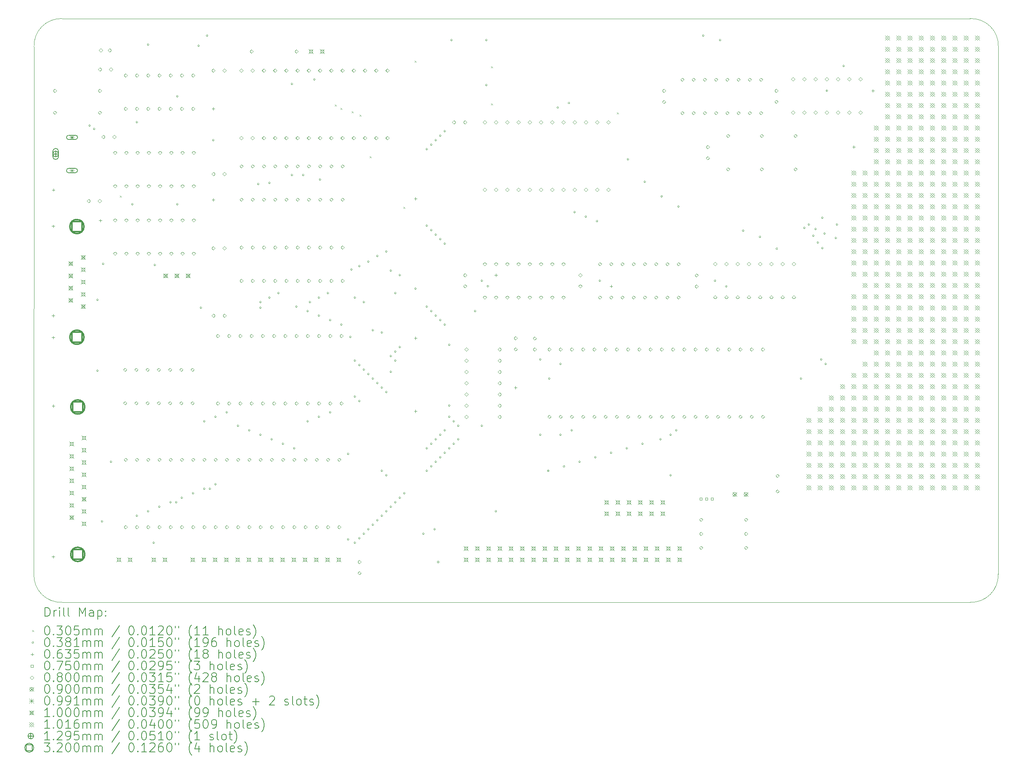
<source format=gbr>
%TF.GenerationSoftware,KiCad,Pcbnew,(6.0.10)*%
%TF.CreationDate,2023-01-07T06:17:07-07:00*%
%TF.ProjectId,FennecVTI,46656e6e-6563-4565-9449-2e6b69636164,rev?*%
%TF.SameCoordinates,Original*%
%TF.FileFunction,Drillmap*%
%TF.FilePolarity,Positive*%
%FSLAX45Y45*%
G04 Gerber Fmt 4.5, Leading zero omitted, Abs format (unit mm)*
G04 Created by KiCad (PCBNEW (6.0.10)) date 2023-01-07 06:17:07*
%MOMM*%
%LPD*%
G01*
G04 APERTURE LIST*
%ADD10C,0.100000*%
%ADD11C,0.200000*%
%ADD12C,0.030480*%
%ADD13C,0.038100*%
%ADD14C,0.063500*%
%ADD15C,0.075000*%
%ADD16C,0.080000*%
%ADD17C,0.090000*%
%ADD18C,0.099060*%
%ADD19C,0.101600*%
%ADD20C,0.129540*%
%ADD21C,0.320000*%
G04 APERTURE END LIST*
D10*
X25492188Y-3197521D02*
X25488900Y-15110386D01*
X4330549Y-15747926D02*
X24853900Y-15747926D01*
X4331296Y-2562521D02*
G75*
G03*
X3696296Y-3200061I-23191J-611906D01*
G01*
X4331296Y-2562521D02*
X24854648Y-2562521D01*
X3693009Y-15112926D02*
G75*
G03*
X4330549Y-15747926I611904J-23193D01*
G01*
X3696296Y-3200061D02*
X3693009Y-15112926D01*
X25492186Y-3197521D02*
G75*
G03*
X24854648Y-2562521I-611916J23181D01*
G01*
X24853900Y-15747925D02*
G75*
G03*
X25488900Y-15110386I23187J611910D01*
G01*
D11*
D12*
X5636260Y-6563360D02*
X5666740Y-6593840D01*
X5666740Y-6563360D02*
X5636260Y-6593840D01*
X10500360Y-4505960D02*
X10530840Y-4536440D01*
X10530840Y-4505960D02*
X10500360Y-4536440D01*
X10627360Y-4582160D02*
X10657840Y-4612640D01*
X10657840Y-4582160D02*
X10627360Y-4612640D01*
X10881360Y-4658360D02*
X10911840Y-4688840D01*
X10911840Y-4658360D02*
X10881360Y-4688840D01*
X11059160Y-4734560D02*
X11089640Y-4765040D01*
X11089640Y-4734560D02*
X11059160Y-4765040D01*
X11287760Y-5674360D02*
X11318240Y-5704840D01*
X11318240Y-5674360D02*
X11287760Y-5704840D01*
X12049760Y-6817360D02*
X12080240Y-6847840D01*
X12080240Y-6817360D02*
X12049760Y-6847840D01*
X12303760Y-3515360D02*
X12334240Y-3545840D01*
X12334240Y-3515360D02*
X12303760Y-3545840D01*
X14030960Y-3642360D02*
X14061440Y-3672840D01*
X14061440Y-3642360D02*
X14030960Y-3672840D01*
X14030960Y-4480560D02*
X14061440Y-4511040D01*
X14061440Y-4480560D02*
X14030960Y-4511040D01*
X16875760Y-4683760D02*
X16906240Y-4714240D01*
X16906240Y-4683760D02*
X16875760Y-4714240D01*
D13*
X4972050Y-4978400D02*
G75*
G03*
X4972050Y-4978400I-19050J0D01*
G01*
X5073650Y-5054600D02*
G75*
G03*
X5073650Y-5054600I-19050J0D01*
G01*
X5149850Y-8915400D02*
G75*
G03*
X5149850Y-8915400I-19050J0D01*
G01*
X5149850Y-10515600D02*
G75*
G03*
X5149850Y-10515600I-19050J0D01*
G01*
X5251450Y-13919200D02*
G75*
G03*
X5251450Y-13919200I-19050J0D01*
G01*
X5276850Y-8102600D02*
G75*
G03*
X5276850Y-8102600I-19050J0D01*
G01*
X5454650Y-12573000D02*
G75*
G03*
X5454650Y-12573000I-19050J0D01*
G01*
X5937250Y-6756400D02*
G75*
G03*
X5937250Y-6756400I-19050J0D01*
G01*
X6038850Y-4902200D02*
G75*
G03*
X6038850Y-4902200I-19050J0D01*
G01*
X6038850Y-13792200D02*
G75*
G03*
X6038850Y-13792200I-19050J0D01*
G01*
X6292850Y-3149600D02*
G75*
G03*
X6292850Y-3149600I-19050J0D01*
G01*
X6292850Y-13690600D02*
G75*
G03*
X6292850Y-13690600I-19050J0D01*
G01*
X6419850Y-14401800D02*
G75*
G03*
X6419850Y-14401800I-19050J0D01*
G01*
X6445250Y-8128000D02*
G75*
G03*
X6445250Y-8128000I-19050J0D01*
G01*
X6546850Y-13589000D02*
G75*
G03*
X6546850Y-13589000I-19050J0D01*
G01*
X6800850Y-13487400D02*
G75*
G03*
X6800850Y-13487400I-19050J0D01*
G01*
X6927850Y-13487400D02*
G75*
G03*
X6927850Y-13487400I-19050J0D01*
G01*
X6953250Y-4318000D02*
G75*
G03*
X6953250Y-4318000I-19050J0D01*
G01*
X6953250Y-6756400D02*
G75*
G03*
X6953250Y-6756400I-19050J0D01*
G01*
X7054850Y-13385800D02*
G75*
G03*
X7054850Y-13385800I-19050J0D01*
G01*
X7308850Y-13284200D02*
G75*
G03*
X7308850Y-13284200I-19050J0D01*
G01*
X7435850Y-3175000D02*
G75*
G03*
X7435850Y-3175000I-19050J0D01*
G01*
X7486650Y-9093200D02*
G75*
G03*
X7486650Y-9093200I-19050J0D01*
G01*
X7562850Y-11658600D02*
G75*
G03*
X7562850Y-11658600I-19050J0D01*
G01*
X7562850Y-13182600D02*
G75*
G03*
X7562850Y-13182600I-19050J0D01*
G01*
X7626350Y-2946400D02*
G75*
G03*
X7626350Y-2946400I-19050J0D01*
G01*
X7689850Y-13182600D02*
G75*
G03*
X7689850Y-13182600I-19050J0D01*
G01*
X7766050Y-5308600D02*
G75*
G03*
X7766050Y-5308600I-19050J0D01*
G01*
X7816850Y-11557000D02*
G75*
G03*
X7816850Y-11557000I-19050J0D01*
G01*
X7816850Y-13081000D02*
G75*
G03*
X7816850Y-13081000I-19050J0D01*
G01*
X8070850Y-11455400D02*
G75*
G03*
X8070850Y-11455400I-19050J0D01*
G01*
X8324850Y-11760200D02*
G75*
G03*
X8324850Y-11760200I-19050J0D01*
G01*
X8578850Y-11861800D02*
G75*
G03*
X8578850Y-11861800I-19050J0D01*
G01*
X8782050Y-6299200D02*
G75*
G03*
X8782050Y-6299200I-19050J0D01*
G01*
X8832850Y-8966200D02*
G75*
G03*
X8832850Y-8966200I-19050J0D01*
G01*
X8832850Y-9093200D02*
G75*
G03*
X8832850Y-9093200I-19050J0D01*
G01*
X8832850Y-11963400D02*
G75*
G03*
X8832850Y-11963400I-19050J0D01*
G01*
X9036050Y-6273800D02*
G75*
G03*
X9036050Y-6273800I-19050J0D01*
G01*
X9036050Y-8864600D02*
G75*
G03*
X9036050Y-8864600I-19050J0D01*
G01*
X9086850Y-12065000D02*
G75*
G03*
X9086850Y-12065000I-19050J0D01*
G01*
X9239250Y-8763000D02*
G75*
G03*
X9239250Y-8763000I-19050J0D01*
G01*
X9340850Y-12166600D02*
G75*
G03*
X9340850Y-12166600I-19050J0D01*
G01*
X9544050Y-4038600D02*
G75*
G03*
X9544050Y-4038600I-19050J0D01*
G01*
X9544050Y-6096000D02*
G75*
G03*
X9544050Y-6096000I-19050J0D01*
G01*
X9594850Y-12268200D02*
G75*
G03*
X9594850Y-12268200I-19050J0D01*
G01*
X9645650Y-9067800D02*
G75*
G03*
X9645650Y-9067800I-19050J0D01*
G01*
X9798050Y-6096000D02*
G75*
G03*
X9798050Y-6096000I-19050J0D01*
G01*
X9899650Y-9169400D02*
G75*
G03*
X9899650Y-9169400I-19050J0D01*
G01*
X9899650Y-11658600D02*
G75*
G03*
X9899650Y-11658600I-19050J0D01*
G01*
X9950450Y-8966200D02*
G75*
G03*
X9950450Y-8966200I-19050J0D01*
G01*
X10052050Y-3937000D02*
G75*
G03*
X10052050Y-3937000I-19050J0D01*
G01*
X10153650Y-8864600D02*
G75*
G03*
X10153650Y-8864600I-19050J0D01*
G01*
X10153650Y-9271000D02*
G75*
G03*
X10153650Y-9271000I-19050J0D01*
G01*
X10153650Y-11557000D02*
G75*
G03*
X10153650Y-11557000I-19050J0D01*
G01*
X10179050Y-6197600D02*
G75*
G03*
X10179050Y-6197600I-19050J0D01*
G01*
X10356850Y-8763000D02*
G75*
G03*
X10356850Y-8763000I-19050J0D01*
G01*
X10407650Y-9372600D02*
G75*
G03*
X10407650Y-9372600I-19050J0D01*
G01*
X10407650Y-11455400D02*
G75*
G03*
X10407650Y-11455400I-19050J0D01*
G01*
X10661650Y-9474200D02*
G75*
G03*
X10661650Y-9474200I-19050J0D01*
G01*
X10814050Y-12395200D02*
G75*
G03*
X10814050Y-12395200I-19050J0D01*
G01*
X10814050Y-14325600D02*
G75*
G03*
X10814050Y-14325600I-19050J0D01*
G01*
X10864850Y-9753600D02*
G75*
G03*
X10864850Y-9753600I-19050J0D01*
G01*
X10890250Y-8229600D02*
G75*
G03*
X10890250Y-8229600I-19050J0D01*
G01*
X10966450Y-8864600D02*
G75*
G03*
X10966450Y-8864600I-19050J0D01*
G01*
X10966450Y-10287000D02*
G75*
G03*
X10966450Y-10287000I-19050J0D01*
G01*
X10966450Y-11099800D02*
G75*
G03*
X10966450Y-11099800I-19050J0D01*
G01*
X10966450Y-14401800D02*
G75*
G03*
X10966450Y-14401800I-19050J0D01*
G01*
X11068050Y-8153400D02*
G75*
G03*
X11068050Y-8153400I-19050J0D01*
G01*
X11068050Y-10388600D02*
G75*
G03*
X11068050Y-10388600I-19050J0D01*
G01*
X11068050Y-11201400D02*
G75*
G03*
X11068050Y-11201400I-19050J0D01*
G01*
X11068050Y-14300200D02*
G75*
G03*
X11068050Y-14300200I-19050J0D01*
G01*
X11169650Y-8966200D02*
G75*
G03*
X11169650Y-8966200I-19050J0D01*
G01*
X11169650Y-10490200D02*
G75*
G03*
X11169650Y-10490200I-19050J0D01*
G01*
X11169650Y-14198600D02*
G75*
G03*
X11169650Y-14198600I-19050J0D01*
G01*
X11271250Y-8051800D02*
G75*
G03*
X11271250Y-8051800I-19050J0D01*
G01*
X11271250Y-10591800D02*
G75*
G03*
X11271250Y-10591800I-19050J0D01*
G01*
X11271250Y-14097000D02*
G75*
G03*
X11271250Y-14097000I-19050J0D01*
G01*
X11372850Y-9601200D02*
G75*
G03*
X11372850Y-9601200I-19050J0D01*
G01*
X11372850Y-10693400D02*
G75*
G03*
X11372850Y-10693400I-19050J0D01*
G01*
X11372850Y-13995400D02*
G75*
G03*
X11372850Y-13995400I-19050J0D01*
G01*
X11474450Y-7924800D02*
G75*
G03*
X11474450Y-7924800I-19050J0D01*
G01*
X11474450Y-10795000D02*
G75*
G03*
X11474450Y-10795000I-19050J0D01*
G01*
X11474450Y-13893800D02*
G75*
G03*
X11474450Y-13893800I-19050J0D01*
G01*
X11576050Y-9652000D02*
G75*
G03*
X11576050Y-9652000I-19050J0D01*
G01*
X11576050Y-10896600D02*
G75*
G03*
X11576050Y-10896600I-19050J0D01*
G01*
X11576050Y-12776200D02*
G75*
G03*
X11576050Y-12776200I-19050J0D01*
G01*
X11576050Y-13792200D02*
G75*
G03*
X11576050Y-13792200I-19050J0D01*
G01*
X11677650Y-7823200D02*
G75*
G03*
X11677650Y-7823200I-19050J0D01*
G01*
X11677650Y-10998200D02*
G75*
G03*
X11677650Y-10998200I-19050J0D01*
G01*
X11677650Y-12877800D02*
G75*
G03*
X11677650Y-12877800I-19050J0D01*
G01*
X11677650Y-13690600D02*
G75*
G03*
X11677650Y-13690600I-19050J0D01*
G01*
X11779250Y-8255000D02*
G75*
G03*
X11779250Y-8255000I-19050J0D01*
G01*
X11779250Y-10185400D02*
G75*
G03*
X11779250Y-10185400I-19050J0D01*
G01*
X11779250Y-10541000D02*
G75*
G03*
X11779250Y-10541000I-19050J0D01*
G01*
X11779250Y-13589000D02*
G75*
G03*
X11779250Y-13589000I-19050J0D01*
G01*
X11880850Y-8763000D02*
G75*
G03*
X11880850Y-8763000I-19050J0D01*
G01*
X11880850Y-10083800D02*
G75*
G03*
X11880850Y-10083800I-19050J0D01*
G01*
X11880850Y-10287000D02*
G75*
G03*
X11880850Y-10287000I-19050J0D01*
G01*
X11880850Y-13487400D02*
G75*
G03*
X11880850Y-13487400I-19050J0D01*
G01*
X11982450Y-8356600D02*
G75*
G03*
X11982450Y-8356600I-19050J0D01*
G01*
X11982450Y-9982200D02*
G75*
G03*
X11982450Y-9982200I-19050J0D01*
G01*
X11982450Y-13385800D02*
G75*
G03*
X11982450Y-13385800I-19050J0D01*
G01*
X12084050Y-13284200D02*
G75*
G03*
X12084050Y-13284200I-19050J0D01*
G01*
X12338050Y-8661400D02*
G75*
G03*
X12338050Y-8661400I-19050J0D01*
G01*
X12515850Y-14198600D02*
G75*
G03*
X12515850Y-14198600I-19050J0D01*
G01*
X12592050Y-5511800D02*
G75*
G03*
X12592050Y-5511800I-19050J0D01*
G01*
X12592050Y-7239000D02*
G75*
G03*
X12592050Y-7239000I-19050J0D01*
G01*
X12592050Y-9067800D02*
G75*
G03*
X12592050Y-9067800I-19050J0D01*
G01*
X12592050Y-12268200D02*
G75*
G03*
X12592050Y-12268200I-19050J0D01*
G01*
X12592050Y-12776200D02*
G75*
G03*
X12592050Y-12776200I-19050J0D01*
G01*
X12693650Y-5410200D02*
G75*
G03*
X12693650Y-5410200I-19050J0D01*
G01*
X12693650Y-7340600D02*
G75*
G03*
X12693650Y-7340600I-19050J0D01*
G01*
X12693650Y-9169400D02*
G75*
G03*
X12693650Y-9169400I-19050J0D01*
G01*
X12693650Y-12166600D02*
G75*
G03*
X12693650Y-12166600I-19050J0D01*
G01*
X12693650Y-12674600D02*
G75*
G03*
X12693650Y-12674600I-19050J0D01*
G01*
X12769850Y-14097000D02*
G75*
G03*
X12769850Y-14097000I-19050J0D01*
G01*
X12795250Y-5308600D02*
G75*
G03*
X12795250Y-5308600I-19050J0D01*
G01*
X12795250Y-7442200D02*
G75*
G03*
X12795250Y-7442200I-19050J0D01*
G01*
X12795250Y-9271000D02*
G75*
G03*
X12795250Y-9271000I-19050J0D01*
G01*
X12795250Y-12065000D02*
G75*
G03*
X12795250Y-12065000I-19050J0D01*
G01*
X12795250Y-12573000D02*
G75*
G03*
X12795250Y-12573000I-19050J0D01*
G01*
X12896850Y-5207000D02*
G75*
G03*
X12896850Y-5207000I-19050J0D01*
G01*
X12896850Y-7543800D02*
G75*
G03*
X12896850Y-7543800I-19050J0D01*
G01*
X12896850Y-9372600D02*
G75*
G03*
X12896850Y-9372600I-19050J0D01*
G01*
X12896850Y-11963400D02*
G75*
G03*
X12896850Y-11963400I-19050J0D01*
G01*
X12896850Y-12471400D02*
G75*
G03*
X12896850Y-12471400I-19050J0D01*
G01*
X12998450Y-5105400D02*
G75*
G03*
X12998450Y-5105400I-19050J0D01*
G01*
X12998450Y-7645400D02*
G75*
G03*
X12998450Y-7645400I-19050J0D01*
G01*
X12998450Y-9474200D02*
G75*
G03*
X12998450Y-9474200I-19050J0D01*
G01*
X12998450Y-11861800D02*
G75*
G03*
X12998450Y-11861800I-19050J0D01*
G01*
X12998450Y-12369800D02*
G75*
G03*
X12998450Y-12369800I-19050J0D01*
G01*
X13100050Y-9931400D02*
G75*
G03*
X13100050Y-9931400I-19050J0D01*
G01*
X13100050Y-11303000D02*
G75*
G03*
X13100050Y-11303000I-19050J0D01*
G01*
X13100050Y-11557000D02*
G75*
G03*
X13100050Y-11557000I-19050J0D01*
G01*
X13100050Y-12268200D02*
G75*
G03*
X13100050Y-12268200I-19050J0D01*
G01*
X13150850Y-3048000D02*
G75*
G03*
X13150850Y-3048000I-19050J0D01*
G01*
X13201650Y-11658600D02*
G75*
G03*
X13201650Y-11658600I-19050J0D01*
G01*
X13201650Y-12166600D02*
G75*
G03*
X13201650Y-12166600I-19050J0D01*
G01*
X13303250Y-11760200D02*
G75*
G03*
X13303250Y-11760200I-19050J0D01*
G01*
X13303250Y-12065000D02*
G75*
G03*
X13303250Y-12065000I-19050J0D01*
G01*
X13684250Y-9169400D02*
G75*
G03*
X13684250Y-9169400I-19050J0D01*
G01*
X13836650Y-8483600D02*
G75*
G03*
X13836650Y-8483600I-19050J0D01*
G01*
X13836650Y-11760200D02*
G75*
G03*
X13836650Y-11760200I-19050J0D01*
G01*
X13938250Y-3048000D02*
G75*
G03*
X13938250Y-3048000I-19050J0D01*
G01*
X13938250Y-4064000D02*
G75*
G03*
X13938250Y-4064000I-19050J0D01*
G01*
X13972350Y-8606600D02*
G75*
G03*
X13972350Y-8606600I-19050J0D01*
G01*
X14154150Y-13690600D02*
G75*
G03*
X14154150Y-13690600I-19050J0D01*
G01*
X15157450Y-10261600D02*
G75*
G03*
X15157450Y-10261600I-19050J0D01*
G01*
X15157450Y-11963400D02*
G75*
G03*
X15157450Y-11963400I-19050J0D01*
G01*
X15336331Y-12777281D02*
G75*
G03*
X15336331Y-12777281I-19050J0D01*
G01*
X15360650Y-10693400D02*
G75*
G03*
X15360650Y-10693400I-19050J0D01*
G01*
X15551650Y-4571500D02*
G75*
G03*
X15551650Y-4571500I-19050J0D01*
G01*
X15614650Y-10363200D02*
G75*
G03*
X15614650Y-10363200I-19050J0D01*
G01*
X15614650Y-11963400D02*
G75*
G03*
X15614650Y-11963400I-19050J0D01*
G01*
X15694839Y-12678589D02*
G75*
G03*
X15694839Y-12678589I-19050J0D01*
G01*
X15805650Y-4469900D02*
G75*
G03*
X15805650Y-4469900I-19050J0D01*
G01*
X15868650Y-11861800D02*
G75*
G03*
X15868650Y-11861800I-19050J0D01*
G01*
X15932150Y-6934200D02*
G75*
G03*
X15932150Y-6934200I-19050J0D01*
G01*
X16046450Y-12573000D02*
G75*
G03*
X16046450Y-12573000I-19050J0D01*
G01*
X16186150Y-7035800D02*
G75*
G03*
X16186150Y-7035800I-19050J0D01*
G01*
X16402050Y-12471400D02*
G75*
G03*
X16402050Y-12471400I-19050J0D01*
G01*
X16440150Y-7137400D02*
G75*
G03*
X16440150Y-7137400I-19050J0D01*
G01*
X16503650Y-8483600D02*
G75*
G03*
X16503650Y-8483600I-19050J0D01*
G01*
X16757650Y-12369800D02*
G75*
G03*
X16757650Y-12369800I-19050J0D01*
G01*
X17113250Y-12268200D02*
G75*
G03*
X17113250Y-12268200I-19050J0D01*
G01*
X17138650Y-5740400D02*
G75*
G03*
X17138650Y-5740400I-19050J0D01*
G01*
X17468850Y-12166600D02*
G75*
G03*
X17468850Y-12166600I-19050J0D01*
G01*
X17519262Y-6248011D02*
G75*
G03*
X17519262Y-6248011I-19050J0D01*
G01*
X17875250Y-12065000D02*
G75*
G03*
X17875250Y-12065000I-19050J0D01*
G01*
X17900993Y-6578257D02*
G75*
G03*
X17900993Y-6578257I-19050J0D01*
G01*
X18103850Y-11963400D02*
G75*
G03*
X18103850Y-11963400I-19050J0D01*
G01*
X18103850Y-12877800D02*
G75*
G03*
X18103850Y-12877800I-19050J0D01*
G01*
X18230850Y-11861800D02*
G75*
G03*
X18230850Y-11861800I-19050J0D01*
G01*
X18281650Y-6807200D02*
G75*
G03*
X18281650Y-6807200I-19050J0D01*
G01*
X18840450Y-2946400D02*
G75*
G03*
X18840450Y-2946400I-19050J0D01*
G01*
X19107150Y-8483600D02*
G75*
G03*
X19107150Y-8483600I-19050J0D01*
G01*
X19221450Y-3048000D02*
G75*
G03*
X19221450Y-3048000I-19050J0D01*
G01*
X19361150Y-8610600D02*
G75*
G03*
X19361150Y-8610600I-19050J0D01*
G01*
X19742360Y-7353090D02*
G75*
G03*
X19742360Y-7353090I-19050J0D01*
G01*
X20123150Y-7493000D02*
G75*
G03*
X20123150Y-7493000I-19050J0D01*
G01*
X20504150Y-7759700D02*
G75*
G03*
X20504150Y-7759700I-19050J0D01*
G01*
X21050250Y-10693400D02*
G75*
G03*
X21050250Y-10693400I-19050J0D01*
G01*
X21126450Y-7289800D02*
G75*
G03*
X21126450Y-7289800I-19050J0D01*
G01*
X21228050Y-7213600D02*
G75*
G03*
X21228050Y-7213600I-19050J0D01*
G01*
X21329650Y-7467600D02*
G75*
G03*
X21329650Y-7467600I-19050J0D01*
G01*
X21380450Y-7315200D02*
G75*
G03*
X21380450Y-7315200I-19050J0D01*
G01*
X21431250Y-7620000D02*
G75*
G03*
X21431250Y-7620000I-19050J0D01*
G01*
X21507450Y-10261600D02*
G75*
G03*
X21507450Y-10261600I-19050J0D01*
G01*
X21532850Y-7061200D02*
G75*
G03*
X21532850Y-7061200I-19050J0D01*
G01*
X21532850Y-7747000D02*
G75*
G03*
X21532850Y-7747000I-19050J0D01*
G01*
X21583650Y-7416800D02*
G75*
G03*
X21583650Y-7416800I-19050J0D01*
G01*
X21609050Y-10363200D02*
G75*
G03*
X21609050Y-10363200I-19050J0D01*
G01*
X21634850Y-4191400D02*
G75*
G03*
X21634850Y-4191400I-19050J0D01*
G01*
X21837650Y-7518400D02*
G75*
G03*
X21837650Y-7518400I-19050J0D01*
G01*
X21863050Y-7213600D02*
G75*
G03*
X21863050Y-7213600I-19050J0D01*
G01*
X22015450Y-3632200D02*
G75*
G03*
X22015450Y-3632200I-19050J0D01*
G01*
D14*
X4127500Y-7219950D02*
X4127500Y-7283450D01*
X4095750Y-7251700D02*
X4159250Y-7251700D01*
X4127500Y-9239250D02*
X4127500Y-9302750D01*
X4095750Y-9271000D02*
X4159250Y-9271000D01*
X4127500Y-9734550D02*
X4127500Y-9798050D01*
X4095750Y-9766300D02*
X4159250Y-9766300D01*
X4127500Y-14687550D02*
X4127500Y-14751050D01*
X4095750Y-14719300D02*
X4159250Y-14719300D01*
X4131945Y-11279505D02*
X4131945Y-11343005D01*
X4100195Y-11311255D02*
X4163695Y-11311255D01*
X4133734Y-6400684D02*
X4133734Y-6464184D01*
X4101984Y-6432434D02*
X4165484Y-6432434D01*
X5194300Y-7092950D02*
X5194300Y-7156450D01*
X5162550Y-7124700D02*
X5226050Y-7124700D01*
X7747000Y-4565650D02*
X7747000Y-4629150D01*
X7715250Y-4597400D02*
X7778750Y-4597400D01*
X7747000Y-6623050D02*
X7747000Y-6686550D01*
X7715250Y-6654800D02*
X7778750Y-6654800D01*
X12319000Y-6597650D02*
X12319000Y-6661150D01*
X12287250Y-6629400D02*
X12350750Y-6629400D01*
X12319000Y-9747250D02*
X12319000Y-9810750D01*
X12287250Y-9779000D02*
X12350750Y-9779000D01*
X12319000Y-11398250D02*
X12319000Y-11461750D01*
X12287250Y-11430000D02*
X12350750Y-11430000D01*
X12827000Y-14801850D02*
X12827000Y-14865350D01*
X12795250Y-14833600D02*
X12858750Y-14833600D01*
X14135100Y-8324850D02*
X14135100Y-8388350D01*
X14103350Y-8356600D02*
X14166850Y-8356600D01*
X14579600Y-10864850D02*
X14579600Y-10928350D01*
X14547850Y-10896600D02*
X14611350Y-10896600D01*
X16741533Y-8575917D02*
X16741533Y-8639417D01*
X16709783Y-8607667D02*
X16773283Y-8607667D01*
X22225000Y-5429250D02*
X22225000Y-5492750D01*
X22193250Y-5461000D02*
X22256750Y-5461000D01*
X22656800Y-4159250D02*
X22656800Y-4222750D01*
X22625050Y-4191000D02*
X22688550Y-4191000D01*
D15*
X18797117Y-13435617D02*
X18797117Y-13382583D01*
X18744083Y-13382583D01*
X18744083Y-13435617D01*
X18797117Y-13435617D01*
X18924117Y-13435617D02*
X18924117Y-13382583D01*
X18871083Y-13382583D01*
X18871083Y-13435617D01*
X18924117Y-13435617D01*
X19051117Y-13435617D02*
X19051117Y-13382583D01*
X18998083Y-13382583D01*
X18998083Y-13435617D01*
X19051117Y-13435617D01*
D16*
X4165600Y-4231000D02*
X4205600Y-4191000D01*
X4165600Y-4151000D01*
X4125600Y-4191000D01*
X4165600Y-4231000D01*
X4165600Y-4726300D02*
X4205600Y-4686300D01*
X4165600Y-4646300D01*
X4125600Y-4686300D01*
X4165600Y-4726300D01*
X4929600Y-6720200D02*
X4969600Y-6680200D01*
X4929600Y-6640200D01*
X4889600Y-6680200D01*
X4929600Y-6720200D01*
X5179600Y-6720200D02*
X5219600Y-6680200D01*
X5179600Y-6640200D01*
X5139600Y-6680200D01*
X5179600Y-6720200D01*
X5181600Y-4231000D02*
X5221600Y-4191000D01*
X5181600Y-4151000D01*
X5141600Y-4191000D01*
X5181600Y-4231000D01*
X5181600Y-4726300D02*
X5221600Y-4686300D01*
X5181600Y-4646300D01*
X5141600Y-4686300D01*
X5181600Y-4726300D01*
X5183600Y-3748400D02*
X5223600Y-3708400D01*
X5183600Y-3668400D01*
X5143600Y-3708400D01*
X5183600Y-3748400D01*
X5204111Y-3316600D02*
X5244111Y-3276600D01*
X5204111Y-3236600D01*
X5164111Y-3276600D01*
X5204111Y-3316600D01*
X5259800Y-5272400D02*
X5299800Y-5232400D01*
X5259800Y-5192400D01*
X5219800Y-5232400D01*
X5259800Y-5272400D01*
X5404111Y-3316600D02*
X5444111Y-3276600D01*
X5404111Y-3236600D01*
X5364111Y-3276600D01*
X5404111Y-3316600D01*
X5433600Y-3748400D02*
X5473600Y-3708400D01*
X5433600Y-3668400D01*
X5393600Y-3708400D01*
X5433600Y-3748400D01*
X5509800Y-5272400D02*
X5549800Y-5232400D01*
X5509800Y-5192400D01*
X5469800Y-5232400D01*
X5509800Y-5272400D01*
X5524500Y-5633000D02*
X5564500Y-5593000D01*
X5524500Y-5553000D01*
X5484500Y-5593000D01*
X5524500Y-5633000D01*
X5524500Y-6385000D02*
X5564500Y-6345000D01*
X5524500Y-6305000D01*
X5484500Y-6345000D01*
X5524500Y-6385000D01*
X5524500Y-7157000D02*
X5564500Y-7117000D01*
X5524500Y-7077000D01*
X5484500Y-7117000D01*
X5524500Y-7157000D01*
X5524500Y-7909000D02*
X5564500Y-7869000D01*
X5524500Y-7829000D01*
X5484500Y-7869000D01*
X5524500Y-7909000D01*
X5750950Y-10535200D02*
X5790950Y-10495200D01*
X5750950Y-10455200D01*
X5710950Y-10495200D01*
X5750950Y-10535200D01*
X5750950Y-11287200D02*
X5790950Y-11247200D01*
X5750950Y-11207200D01*
X5710950Y-11247200D01*
X5750950Y-11287200D01*
X5765800Y-3885400D02*
X5805800Y-3845400D01*
X5765800Y-3805400D01*
X5725800Y-3845400D01*
X5765800Y-3885400D01*
X5765800Y-4637400D02*
X5805800Y-4597400D01*
X5765800Y-4557400D01*
X5725800Y-4597400D01*
X5765800Y-4637400D01*
X5765800Y-12566200D02*
X5805800Y-12526200D01*
X5765800Y-12486200D01*
X5725800Y-12526200D01*
X5765800Y-12566200D01*
X5765800Y-14086200D02*
X5805800Y-14046200D01*
X5765800Y-14006200D01*
X5725800Y-14046200D01*
X5765800Y-14086200D01*
X5778500Y-5633000D02*
X5818500Y-5593000D01*
X5778500Y-5553000D01*
X5738500Y-5593000D01*
X5778500Y-5633000D01*
X5778500Y-6385000D02*
X5818500Y-6345000D01*
X5778500Y-6305000D01*
X5738500Y-6345000D01*
X5778500Y-6385000D01*
X5778500Y-7157000D02*
X5818500Y-7117000D01*
X5778500Y-7077000D01*
X5738500Y-7117000D01*
X5778500Y-7157000D01*
X5778500Y-7909000D02*
X5818500Y-7869000D01*
X5778500Y-7829000D01*
X5738500Y-7869000D01*
X5778500Y-7909000D01*
X6004950Y-10535200D02*
X6044950Y-10495200D01*
X6004950Y-10455200D01*
X5964950Y-10495200D01*
X6004950Y-10535200D01*
X6004950Y-11287200D02*
X6044950Y-11247200D01*
X6004950Y-11207200D01*
X5964950Y-11247200D01*
X6004950Y-11287200D01*
X6019800Y-3885400D02*
X6059800Y-3845400D01*
X6019800Y-3805400D01*
X5979800Y-3845400D01*
X6019800Y-3885400D01*
X6019800Y-4637400D02*
X6059800Y-4597400D01*
X6019800Y-4557400D01*
X5979800Y-4597400D01*
X6019800Y-4637400D01*
X6019800Y-12566200D02*
X6059800Y-12526200D01*
X6019800Y-12486200D01*
X5979800Y-12526200D01*
X6019800Y-12566200D01*
X6019800Y-14086200D02*
X6059800Y-14046200D01*
X6019800Y-14006200D01*
X5979800Y-14046200D01*
X6019800Y-14086200D01*
X6032500Y-5633000D02*
X6072500Y-5593000D01*
X6032500Y-5553000D01*
X5992500Y-5593000D01*
X6032500Y-5633000D01*
X6032500Y-6385000D02*
X6072500Y-6345000D01*
X6032500Y-6305000D01*
X5992500Y-6345000D01*
X6032500Y-6385000D01*
X6032500Y-7157000D02*
X6072500Y-7117000D01*
X6032500Y-7077000D01*
X5992500Y-7117000D01*
X6032500Y-7157000D01*
X6032500Y-7909000D02*
X6072500Y-7869000D01*
X6032500Y-7829000D01*
X5992500Y-7869000D01*
X6032500Y-7909000D01*
X6258950Y-10535200D02*
X6298950Y-10495200D01*
X6258950Y-10455200D01*
X6218950Y-10495200D01*
X6258950Y-10535200D01*
X6258950Y-11287200D02*
X6298950Y-11247200D01*
X6258950Y-11207200D01*
X6218950Y-11247200D01*
X6258950Y-11287200D01*
X6273800Y-3885400D02*
X6313800Y-3845400D01*
X6273800Y-3805400D01*
X6233800Y-3845400D01*
X6273800Y-3885400D01*
X6273800Y-4637400D02*
X6313800Y-4597400D01*
X6273800Y-4557400D01*
X6233800Y-4597400D01*
X6273800Y-4637400D01*
X6273800Y-12566200D02*
X6313800Y-12526200D01*
X6273800Y-12486200D01*
X6233800Y-12526200D01*
X6273800Y-12566200D01*
X6273800Y-14086200D02*
X6313800Y-14046200D01*
X6273800Y-14006200D01*
X6233800Y-14046200D01*
X6273800Y-14086200D01*
X6286500Y-5633000D02*
X6326500Y-5593000D01*
X6286500Y-5553000D01*
X6246500Y-5593000D01*
X6286500Y-5633000D01*
X6286500Y-6385000D02*
X6326500Y-6345000D01*
X6286500Y-6305000D01*
X6246500Y-6345000D01*
X6286500Y-6385000D01*
X6286500Y-7157000D02*
X6326500Y-7117000D01*
X6286500Y-7077000D01*
X6246500Y-7117000D01*
X6286500Y-7157000D01*
X6286500Y-7909000D02*
X6326500Y-7869000D01*
X6286500Y-7829000D01*
X6246500Y-7869000D01*
X6286500Y-7909000D01*
X6512950Y-10535200D02*
X6552950Y-10495200D01*
X6512950Y-10455200D01*
X6472950Y-10495200D01*
X6512950Y-10535200D01*
X6512950Y-11287200D02*
X6552950Y-11247200D01*
X6512950Y-11207200D01*
X6472950Y-11247200D01*
X6512950Y-11287200D01*
X6527800Y-3885400D02*
X6567800Y-3845400D01*
X6527800Y-3805400D01*
X6487800Y-3845400D01*
X6527800Y-3885400D01*
X6527800Y-4637400D02*
X6567800Y-4597400D01*
X6527800Y-4557400D01*
X6487800Y-4597400D01*
X6527800Y-4637400D01*
X6527800Y-12566200D02*
X6567800Y-12526200D01*
X6527800Y-12486200D01*
X6487800Y-12526200D01*
X6527800Y-12566200D01*
X6527800Y-14086200D02*
X6567800Y-14046200D01*
X6527800Y-14006200D01*
X6487800Y-14046200D01*
X6527800Y-14086200D01*
X6540500Y-5633000D02*
X6580500Y-5593000D01*
X6540500Y-5553000D01*
X6500500Y-5593000D01*
X6540500Y-5633000D01*
X6540500Y-6385000D02*
X6580500Y-6345000D01*
X6540500Y-6305000D01*
X6500500Y-6345000D01*
X6540500Y-6385000D01*
X6540500Y-7157000D02*
X6580500Y-7117000D01*
X6540500Y-7077000D01*
X6500500Y-7117000D01*
X6540500Y-7157000D01*
X6540500Y-7909000D02*
X6580500Y-7869000D01*
X6540500Y-7829000D01*
X6500500Y-7869000D01*
X6540500Y-7909000D01*
X6766950Y-10535200D02*
X6806950Y-10495200D01*
X6766950Y-10455200D01*
X6726950Y-10495200D01*
X6766950Y-10535200D01*
X6766950Y-11287200D02*
X6806950Y-11247200D01*
X6766950Y-11207200D01*
X6726950Y-11247200D01*
X6766950Y-11287200D01*
X6781800Y-3885400D02*
X6821800Y-3845400D01*
X6781800Y-3805400D01*
X6741800Y-3845400D01*
X6781800Y-3885400D01*
X6781800Y-4637400D02*
X6821800Y-4597400D01*
X6781800Y-4557400D01*
X6741800Y-4597400D01*
X6781800Y-4637400D01*
X6781800Y-12566200D02*
X6821800Y-12526200D01*
X6781800Y-12486200D01*
X6741800Y-12526200D01*
X6781800Y-12566200D01*
X6781800Y-14086200D02*
X6821800Y-14046200D01*
X6781800Y-14006200D01*
X6741800Y-14046200D01*
X6781800Y-14086200D01*
X6794500Y-5633000D02*
X6834500Y-5593000D01*
X6794500Y-5553000D01*
X6754500Y-5593000D01*
X6794500Y-5633000D01*
X6794500Y-6385000D02*
X6834500Y-6345000D01*
X6794500Y-6305000D01*
X6754500Y-6345000D01*
X6794500Y-6385000D01*
X6794500Y-7157000D02*
X6834500Y-7117000D01*
X6794500Y-7077000D01*
X6754500Y-7117000D01*
X6794500Y-7157000D01*
X6794500Y-7909000D02*
X6834500Y-7869000D01*
X6794500Y-7829000D01*
X6754500Y-7869000D01*
X6794500Y-7909000D01*
X7020950Y-10535200D02*
X7060950Y-10495200D01*
X7020950Y-10455200D01*
X6980950Y-10495200D01*
X7020950Y-10535200D01*
X7020950Y-11287200D02*
X7060950Y-11247200D01*
X7020950Y-11207200D01*
X6980950Y-11247200D01*
X7020950Y-11287200D01*
X7035800Y-3885400D02*
X7075800Y-3845400D01*
X7035800Y-3805400D01*
X6995800Y-3845400D01*
X7035800Y-3885400D01*
X7035800Y-4637400D02*
X7075800Y-4597400D01*
X7035800Y-4557400D01*
X6995800Y-4597400D01*
X7035800Y-4637400D01*
X7035800Y-12566200D02*
X7075800Y-12526200D01*
X7035800Y-12486200D01*
X6995800Y-12526200D01*
X7035800Y-12566200D01*
X7035800Y-14086200D02*
X7075800Y-14046200D01*
X7035800Y-14006200D01*
X6995800Y-14046200D01*
X7035800Y-14086200D01*
X7048500Y-5633000D02*
X7088500Y-5593000D01*
X7048500Y-5553000D01*
X7008500Y-5593000D01*
X7048500Y-5633000D01*
X7048500Y-6385000D02*
X7088500Y-6345000D01*
X7048500Y-6305000D01*
X7008500Y-6345000D01*
X7048500Y-6385000D01*
X7048500Y-7157000D02*
X7088500Y-7117000D01*
X7048500Y-7077000D01*
X7008500Y-7117000D01*
X7048500Y-7157000D01*
X7048500Y-7909000D02*
X7088500Y-7869000D01*
X7048500Y-7829000D01*
X7008500Y-7869000D01*
X7048500Y-7909000D01*
X7274950Y-10535200D02*
X7314950Y-10495200D01*
X7274950Y-10455200D01*
X7234950Y-10495200D01*
X7274950Y-10535200D01*
X7274950Y-11287200D02*
X7314950Y-11247200D01*
X7274950Y-11207200D01*
X7234950Y-11247200D01*
X7274950Y-11287200D01*
X7289800Y-3885400D02*
X7329800Y-3845400D01*
X7289800Y-3805400D01*
X7249800Y-3845400D01*
X7289800Y-3885400D01*
X7289800Y-4637400D02*
X7329800Y-4597400D01*
X7289800Y-4557400D01*
X7249800Y-4597400D01*
X7289800Y-4637400D01*
X7289800Y-12566200D02*
X7329800Y-12526200D01*
X7289800Y-12486200D01*
X7249800Y-12526200D01*
X7289800Y-12566200D01*
X7289800Y-14086200D02*
X7329800Y-14046200D01*
X7289800Y-14006200D01*
X7249800Y-14046200D01*
X7289800Y-14086200D01*
X7302500Y-5633000D02*
X7342500Y-5593000D01*
X7302500Y-5553000D01*
X7262500Y-5593000D01*
X7302500Y-5633000D01*
X7302500Y-6385000D02*
X7342500Y-6345000D01*
X7302500Y-6305000D01*
X7262500Y-6345000D01*
X7302500Y-6385000D01*
X7302500Y-7157000D02*
X7342500Y-7117000D01*
X7302500Y-7077000D01*
X7262500Y-7117000D01*
X7302500Y-7157000D01*
X7302500Y-7909000D02*
X7342500Y-7869000D01*
X7302500Y-7829000D01*
X7262500Y-7869000D01*
X7302500Y-7909000D01*
X7543800Y-12566200D02*
X7583800Y-12526200D01*
X7543800Y-12486200D01*
X7503800Y-12526200D01*
X7543800Y-12566200D01*
X7543800Y-14086200D02*
X7583800Y-14046200D01*
X7543800Y-14006200D01*
X7503800Y-14046200D01*
X7543800Y-14086200D01*
X7747000Y-3773800D02*
X7787000Y-3733800D01*
X7747000Y-3693800D01*
X7707000Y-3733800D01*
X7747000Y-3773800D01*
X7747000Y-7787000D02*
X7787000Y-7747000D01*
X7747000Y-7707000D01*
X7707000Y-7747000D01*
X7747000Y-7787000D01*
X7749000Y-6110600D02*
X7789000Y-6070600D01*
X7749000Y-6030600D01*
X7709000Y-6070600D01*
X7749000Y-6110600D01*
X7751000Y-9311000D02*
X7791000Y-9271000D01*
X7751000Y-9231000D01*
X7711000Y-9271000D01*
X7751000Y-9311000D01*
X7797800Y-12566200D02*
X7837800Y-12526200D01*
X7797800Y-12486200D01*
X7757800Y-12526200D01*
X7797800Y-12566200D01*
X7797800Y-14086200D02*
X7837800Y-14046200D01*
X7797800Y-14006200D01*
X7757800Y-14046200D01*
X7797800Y-14086200D01*
X7848600Y-9768700D02*
X7888600Y-9728700D01*
X7848600Y-9688700D01*
X7808600Y-9728700D01*
X7848600Y-9768700D01*
X7848600Y-11292700D02*
X7888600Y-11252700D01*
X7848600Y-11212700D01*
X7808600Y-11252700D01*
X7848600Y-11292700D01*
X7997000Y-3773800D02*
X8037000Y-3733800D01*
X7997000Y-3693800D01*
X7957000Y-3733800D01*
X7997000Y-3773800D01*
X7997000Y-7787000D02*
X8037000Y-7747000D01*
X7997000Y-7707000D01*
X7957000Y-7747000D01*
X7997000Y-7787000D01*
X7999000Y-6110600D02*
X8039000Y-6070600D01*
X7999000Y-6030600D01*
X7959000Y-6070600D01*
X7999000Y-6110600D01*
X8001000Y-9311000D02*
X8041000Y-9271000D01*
X8001000Y-9231000D01*
X7961000Y-9271000D01*
X8001000Y-9311000D01*
X8051800Y-12566200D02*
X8091800Y-12526200D01*
X8051800Y-12486200D01*
X8011800Y-12526200D01*
X8051800Y-12566200D01*
X8051800Y-14086200D02*
X8091800Y-14046200D01*
X8051800Y-14006200D01*
X8011800Y-14046200D01*
X8051800Y-14086200D01*
X8102600Y-9768700D02*
X8142600Y-9728700D01*
X8102600Y-9688700D01*
X8062600Y-9728700D01*
X8102600Y-9768700D01*
X8102600Y-11292700D02*
X8142600Y-11252700D01*
X8102600Y-11212700D01*
X8062600Y-11252700D01*
X8102600Y-11292700D01*
X8305800Y-12566200D02*
X8345800Y-12526200D01*
X8305800Y-12486200D01*
X8265800Y-12526200D01*
X8305800Y-12566200D01*
X8305800Y-14086200D02*
X8345800Y-14046200D01*
X8305800Y-14006200D01*
X8265800Y-14046200D01*
X8305800Y-14086200D01*
X8356600Y-9768700D02*
X8396600Y-9728700D01*
X8356600Y-9688700D01*
X8316600Y-9728700D01*
X8356600Y-9768700D01*
X8356600Y-11292700D02*
X8396600Y-11252700D01*
X8356600Y-11212700D01*
X8316600Y-11252700D01*
X8356600Y-11292700D01*
X8380500Y-3773800D02*
X8420500Y-3733800D01*
X8380500Y-3693800D01*
X8340500Y-3733800D01*
X8380500Y-3773800D01*
X8380500Y-5297800D02*
X8420500Y-5257800D01*
X8380500Y-5217800D01*
X8340500Y-5257800D01*
X8380500Y-5297800D01*
X8382000Y-5937800D02*
X8422000Y-5897800D01*
X8382000Y-5857800D01*
X8342000Y-5897800D01*
X8382000Y-5937800D01*
X8382000Y-6689800D02*
X8422000Y-6649800D01*
X8382000Y-6609800D01*
X8342000Y-6649800D01*
X8382000Y-6689800D01*
X8382000Y-7771600D02*
X8422000Y-7731600D01*
X8382000Y-7691600D01*
X8342000Y-7731600D01*
X8382000Y-7771600D01*
X8382000Y-8523600D02*
X8422000Y-8483600D01*
X8382000Y-8443600D01*
X8342000Y-8483600D01*
X8382000Y-8523600D01*
X8559800Y-12566200D02*
X8599800Y-12526200D01*
X8559800Y-12486200D01*
X8519800Y-12526200D01*
X8559800Y-12566200D01*
X8559800Y-14086200D02*
X8599800Y-14046200D01*
X8559800Y-14006200D01*
X8519800Y-14046200D01*
X8559800Y-14086200D01*
X8610600Y-3342000D02*
X8650600Y-3302000D01*
X8610600Y-3262000D01*
X8570600Y-3302000D01*
X8610600Y-3342000D01*
X8610600Y-9768700D02*
X8650600Y-9728700D01*
X8610600Y-9688700D01*
X8570600Y-9728700D01*
X8610600Y-9768700D01*
X8610600Y-11292700D02*
X8650600Y-11252700D01*
X8610600Y-11212700D01*
X8570600Y-11252700D01*
X8610600Y-11292700D01*
X8634500Y-3773800D02*
X8674500Y-3733800D01*
X8634500Y-3693800D01*
X8594500Y-3733800D01*
X8634500Y-3773800D01*
X8634500Y-5297800D02*
X8674500Y-5257800D01*
X8634500Y-5217800D01*
X8594500Y-5257800D01*
X8634500Y-5297800D01*
X8636000Y-5937800D02*
X8676000Y-5897800D01*
X8636000Y-5857800D01*
X8596000Y-5897800D01*
X8636000Y-5937800D01*
X8636000Y-6689800D02*
X8676000Y-6649800D01*
X8636000Y-6609800D01*
X8596000Y-6649800D01*
X8636000Y-6689800D01*
X8636000Y-7771600D02*
X8676000Y-7731600D01*
X8636000Y-7691600D01*
X8596000Y-7731600D01*
X8636000Y-7771600D01*
X8636000Y-8523600D02*
X8676000Y-8483600D01*
X8636000Y-8443600D01*
X8596000Y-8483600D01*
X8636000Y-8523600D01*
X8813800Y-12566200D02*
X8853800Y-12526200D01*
X8813800Y-12486200D01*
X8773800Y-12526200D01*
X8813800Y-12566200D01*
X8813800Y-14086200D02*
X8853800Y-14046200D01*
X8813800Y-14006200D01*
X8773800Y-14046200D01*
X8813800Y-14086200D01*
X8864600Y-9768700D02*
X8904600Y-9728700D01*
X8864600Y-9688700D01*
X8824600Y-9728700D01*
X8864600Y-9768700D01*
X8864600Y-11292700D02*
X8904600Y-11252700D01*
X8864600Y-11212700D01*
X8824600Y-11252700D01*
X8864600Y-11292700D01*
X8888500Y-3773800D02*
X8928500Y-3733800D01*
X8888500Y-3693800D01*
X8848500Y-3733800D01*
X8888500Y-3773800D01*
X8888500Y-5297800D02*
X8928500Y-5257800D01*
X8888500Y-5217800D01*
X8848500Y-5257800D01*
X8888500Y-5297800D01*
X8889500Y-3773800D02*
X8929500Y-3733800D01*
X8889500Y-3693800D01*
X8849500Y-3733800D01*
X8889500Y-3773800D01*
X8889500Y-5297800D02*
X8929500Y-5257800D01*
X8889500Y-5217800D01*
X8849500Y-5257800D01*
X8889500Y-5297800D01*
X8890000Y-5937800D02*
X8930000Y-5897800D01*
X8890000Y-5857800D01*
X8850000Y-5897800D01*
X8890000Y-5937800D01*
X8890000Y-6689800D02*
X8930000Y-6649800D01*
X8890000Y-6609800D01*
X8850000Y-6649800D01*
X8890000Y-6689800D01*
X8890000Y-7771600D02*
X8930000Y-7731600D01*
X8890000Y-7691600D01*
X8850000Y-7731600D01*
X8890000Y-7771600D01*
X8890000Y-8523600D02*
X8930000Y-8483600D01*
X8890000Y-8443600D01*
X8850000Y-8483600D01*
X8890000Y-8523600D01*
X9067800Y-12566200D02*
X9107800Y-12526200D01*
X9067800Y-12486200D01*
X9027800Y-12526200D01*
X9067800Y-12566200D01*
X9067800Y-14086200D02*
X9107800Y-14046200D01*
X9067800Y-14006200D01*
X9027800Y-14046200D01*
X9067800Y-14086200D01*
X9118600Y-9768700D02*
X9158600Y-9728700D01*
X9118600Y-9688700D01*
X9078600Y-9728700D01*
X9118600Y-9768700D01*
X9118600Y-11292700D02*
X9158600Y-11252700D01*
X9118600Y-11212700D01*
X9078600Y-11252700D01*
X9118600Y-11292700D01*
X9142500Y-3773800D02*
X9182500Y-3733800D01*
X9142500Y-3693800D01*
X9102500Y-3733800D01*
X9142500Y-3773800D01*
X9142500Y-5297800D02*
X9182500Y-5257800D01*
X9142500Y-5217800D01*
X9102500Y-5257800D01*
X9142500Y-5297800D01*
X9143500Y-3773800D02*
X9183500Y-3733800D01*
X9143500Y-3693800D01*
X9103500Y-3733800D01*
X9143500Y-3773800D01*
X9143500Y-5297800D02*
X9183500Y-5257800D01*
X9143500Y-5217800D01*
X9103500Y-5257800D01*
X9143500Y-5297800D01*
X9144000Y-5937800D02*
X9184000Y-5897800D01*
X9144000Y-5857800D01*
X9104000Y-5897800D01*
X9144000Y-5937800D01*
X9144000Y-6689800D02*
X9184000Y-6649800D01*
X9144000Y-6609800D01*
X9104000Y-6649800D01*
X9144000Y-6689800D01*
X9144000Y-7771600D02*
X9184000Y-7731600D01*
X9144000Y-7691600D01*
X9104000Y-7731600D01*
X9144000Y-7771600D01*
X9144000Y-8523600D02*
X9184000Y-8483600D01*
X9144000Y-8443600D01*
X9104000Y-8483600D01*
X9144000Y-8523600D01*
X9321800Y-12566200D02*
X9361800Y-12526200D01*
X9321800Y-12486200D01*
X9281800Y-12526200D01*
X9321800Y-12566200D01*
X9321800Y-14086200D02*
X9361800Y-14046200D01*
X9321800Y-14006200D01*
X9281800Y-14046200D01*
X9321800Y-14086200D01*
X9372600Y-9768700D02*
X9412600Y-9728700D01*
X9372600Y-9688700D01*
X9332600Y-9728700D01*
X9372600Y-9768700D01*
X9372600Y-11292700D02*
X9412600Y-11252700D01*
X9372600Y-11212700D01*
X9332600Y-11252700D01*
X9372600Y-11292700D01*
X9396500Y-3773800D02*
X9436500Y-3733800D01*
X9396500Y-3693800D01*
X9356500Y-3733800D01*
X9396500Y-3773800D01*
X9396500Y-5297800D02*
X9436500Y-5257800D01*
X9396500Y-5217800D01*
X9356500Y-5257800D01*
X9396500Y-5297800D01*
X9397500Y-3773800D02*
X9437500Y-3733800D01*
X9397500Y-3693800D01*
X9357500Y-3733800D01*
X9397500Y-3773800D01*
X9397500Y-5297800D02*
X9437500Y-5257800D01*
X9397500Y-5217800D01*
X9357500Y-5257800D01*
X9397500Y-5297800D01*
X9398000Y-5937800D02*
X9438000Y-5897800D01*
X9398000Y-5857800D01*
X9358000Y-5897800D01*
X9398000Y-5937800D01*
X9398000Y-6689800D02*
X9438000Y-6649800D01*
X9398000Y-6609800D01*
X9358000Y-6649800D01*
X9398000Y-6689800D01*
X9398000Y-7771600D02*
X9438000Y-7731600D01*
X9398000Y-7691600D01*
X9358000Y-7731600D01*
X9398000Y-7771600D01*
X9398000Y-8523600D02*
X9438000Y-8483600D01*
X9398000Y-8443600D01*
X9358000Y-8483600D01*
X9398000Y-8523600D01*
X9575800Y-12566200D02*
X9615800Y-12526200D01*
X9575800Y-12486200D01*
X9535800Y-12526200D01*
X9575800Y-12566200D01*
X9575800Y-14086200D02*
X9615800Y-14046200D01*
X9575800Y-14006200D01*
X9535800Y-14046200D01*
X9575800Y-14086200D01*
X9626600Y-3342000D02*
X9666600Y-3302000D01*
X9626600Y-3262000D01*
X9586600Y-3302000D01*
X9626600Y-3342000D01*
X9626600Y-9768700D02*
X9666600Y-9728700D01*
X9626600Y-9688700D01*
X9586600Y-9728700D01*
X9626600Y-9768700D01*
X9626600Y-11292700D02*
X9666600Y-11252700D01*
X9626600Y-11212700D01*
X9586600Y-11252700D01*
X9626600Y-11292700D01*
X9650500Y-3773800D02*
X9690500Y-3733800D01*
X9650500Y-3693800D01*
X9610500Y-3733800D01*
X9650500Y-3773800D01*
X9650500Y-5297800D02*
X9690500Y-5257800D01*
X9650500Y-5217800D01*
X9610500Y-5257800D01*
X9650500Y-5297800D01*
X9651500Y-3773800D02*
X9691500Y-3733800D01*
X9651500Y-3693800D01*
X9611500Y-3733800D01*
X9651500Y-3773800D01*
X9651500Y-5297800D02*
X9691500Y-5257800D01*
X9651500Y-5217800D01*
X9611500Y-5257800D01*
X9651500Y-5297800D01*
X9652000Y-5937800D02*
X9692000Y-5897800D01*
X9652000Y-5857800D01*
X9612000Y-5897800D01*
X9652000Y-5937800D01*
X9652000Y-6689800D02*
X9692000Y-6649800D01*
X9652000Y-6609800D01*
X9612000Y-6649800D01*
X9652000Y-6689800D01*
X9652000Y-7771600D02*
X9692000Y-7731600D01*
X9652000Y-7691600D01*
X9612000Y-7731600D01*
X9652000Y-7771600D01*
X9652000Y-8523600D02*
X9692000Y-8483600D01*
X9652000Y-8443600D01*
X9612000Y-8483600D01*
X9652000Y-8523600D01*
X9829800Y-12566200D02*
X9869800Y-12526200D01*
X9829800Y-12486200D01*
X9789800Y-12526200D01*
X9829800Y-12566200D01*
X9829800Y-14086200D02*
X9869800Y-14046200D01*
X9829800Y-14006200D01*
X9789800Y-14046200D01*
X9829800Y-14086200D01*
X9880600Y-9768700D02*
X9920600Y-9728700D01*
X9880600Y-9688700D01*
X9840600Y-9728700D01*
X9880600Y-9768700D01*
X9880600Y-11292700D02*
X9920600Y-11252700D01*
X9880600Y-11212700D01*
X9840600Y-11252700D01*
X9880600Y-11292700D01*
X9904500Y-3773800D02*
X9944500Y-3733800D01*
X9904500Y-3693800D01*
X9864500Y-3733800D01*
X9904500Y-3773800D01*
X9904500Y-5297800D02*
X9944500Y-5257800D01*
X9904500Y-5217800D01*
X9864500Y-5257800D01*
X9904500Y-5297800D01*
X9905500Y-3773800D02*
X9945500Y-3733800D01*
X9905500Y-3693800D01*
X9865500Y-3733800D01*
X9905500Y-3773800D01*
X9905500Y-5297800D02*
X9945500Y-5257800D01*
X9905500Y-5217800D01*
X9865500Y-5257800D01*
X9905500Y-5297800D01*
X9906000Y-5937800D02*
X9946000Y-5897800D01*
X9906000Y-5857800D01*
X9866000Y-5897800D01*
X9906000Y-5937800D01*
X9906000Y-6689800D02*
X9946000Y-6649800D01*
X9906000Y-6609800D01*
X9866000Y-6649800D01*
X9906000Y-6689800D01*
X9906000Y-7771600D02*
X9946000Y-7731600D01*
X9906000Y-7691600D01*
X9866000Y-7731600D01*
X9906000Y-7771600D01*
X9906000Y-8523600D02*
X9946000Y-8483600D01*
X9906000Y-8443600D01*
X9866000Y-8483600D01*
X9906000Y-8523600D01*
X10083800Y-12566200D02*
X10123800Y-12526200D01*
X10083800Y-12486200D01*
X10043800Y-12526200D01*
X10083800Y-12566200D01*
X10083800Y-14086200D02*
X10123800Y-14046200D01*
X10083800Y-14006200D01*
X10043800Y-14046200D01*
X10083800Y-14086200D01*
X10134600Y-9768700D02*
X10174600Y-9728700D01*
X10134600Y-9688700D01*
X10094600Y-9728700D01*
X10134600Y-9768700D01*
X10134600Y-11292700D02*
X10174600Y-11252700D01*
X10134600Y-11212700D01*
X10094600Y-11252700D01*
X10134600Y-11292700D01*
X10158500Y-3773800D02*
X10198500Y-3733800D01*
X10158500Y-3693800D01*
X10118500Y-3733800D01*
X10158500Y-3773800D01*
X10158500Y-5297800D02*
X10198500Y-5257800D01*
X10158500Y-5217800D01*
X10118500Y-5257800D01*
X10158500Y-5297800D01*
X10159500Y-3773800D02*
X10199500Y-3733800D01*
X10159500Y-3693800D01*
X10119500Y-3733800D01*
X10159500Y-3773800D01*
X10159500Y-5297800D02*
X10199500Y-5257800D01*
X10159500Y-5217800D01*
X10119500Y-5257800D01*
X10159500Y-5297800D01*
X10160000Y-5937800D02*
X10200000Y-5897800D01*
X10160000Y-5857800D01*
X10120000Y-5897800D01*
X10160000Y-5937800D01*
X10160000Y-6689800D02*
X10200000Y-6649800D01*
X10160000Y-6609800D01*
X10120000Y-6649800D01*
X10160000Y-6689800D01*
X10160000Y-7771600D02*
X10200000Y-7731600D01*
X10160000Y-7691600D01*
X10120000Y-7731600D01*
X10160000Y-7771600D01*
X10160000Y-8523600D02*
X10200000Y-8483600D01*
X10160000Y-8443600D01*
X10120000Y-8483600D01*
X10160000Y-8523600D01*
X10337800Y-12566200D02*
X10377800Y-12526200D01*
X10337800Y-12486200D01*
X10297800Y-12526200D01*
X10337800Y-12566200D01*
X10337800Y-14086200D02*
X10377800Y-14046200D01*
X10337800Y-14006200D01*
X10297800Y-14046200D01*
X10337800Y-14086200D01*
X10388600Y-9768700D02*
X10428600Y-9728700D01*
X10388600Y-9688700D01*
X10348600Y-9728700D01*
X10388600Y-9768700D01*
X10388600Y-11292700D02*
X10428600Y-11252700D01*
X10388600Y-11212700D01*
X10348600Y-11252700D01*
X10388600Y-11292700D01*
X10412500Y-3773800D02*
X10452500Y-3733800D01*
X10412500Y-3693800D01*
X10372500Y-3733800D01*
X10412500Y-3773800D01*
X10412500Y-5297800D02*
X10452500Y-5257800D01*
X10412500Y-5217800D01*
X10372500Y-5257800D01*
X10412500Y-5297800D01*
X10413500Y-3773800D02*
X10453500Y-3733800D01*
X10413500Y-3693800D01*
X10373500Y-3733800D01*
X10413500Y-3773800D01*
X10413500Y-5297800D02*
X10453500Y-5257800D01*
X10413500Y-5217800D01*
X10373500Y-5257800D01*
X10413500Y-5297800D01*
X10414000Y-5937800D02*
X10454000Y-5897800D01*
X10414000Y-5857800D01*
X10374000Y-5897800D01*
X10414000Y-5937800D01*
X10414000Y-6689800D02*
X10454000Y-6649800D01*
X10414000Y-6609800D01*
X10374000Y-6649800D01*
X10414000Y-6689800D01*
X10414000Y-7771600D02*
X10454000Y-7731600D01*
X10414000Y-7691600D01*
X10374000Y-7731600D01*
X10414000Y-7771600D01*
X10414000Y-8523600D02*
X10454000Y-8483600D01*
X10414000Y-8443600D01*
X10374000Y-8483600D01*
X10414000Y-8523600D01*
X10591800Y-12566200D02*
X10631800Y-12526200D01*
X10591800Y-12486200D01*
X10551800Y-12526200D01*
X10591800Y-12566200D01*
X10591800Y-14086200D02*
X10631800Y-14046200D01*
X10591800Y-14006200D01*
X10551800Y-14046200D01*
X10591800Y-14086200D01*
X10642600Y-9768700D02*
X10682600Y-9728700D01*
X10642600Y-9688700D01*
X10602600Y-9728700D01*
X10642600Y-9768700D01*
X10642600Y-11292700D02*
X10682600Y-11252700D01*
X10642600Y-11212700D01*
X10602600Y-11252700D01*
X10642600Y-11292700D01*
X10666500Y-3773800D02*
X10706500Y-3733800D01*
X10666500Y-3693800D01*
X10626500Y-3733800D01*
X10666500Y-3773800D01*
X10666500Y-5297800D02*
X10706500Y-5257800D01*
X10666500Y-5217800D01*
X10626500Y-5257800D01*
X10666500Y-5297800D01*
X10667500Y-3773800D02*
X10707500Y-3733800D01*
X10667500Y-3693800D01*
X10627500Y-3733800D01*
X10667500Y-3773800D01*
X10667500Y-5297800D02*
X10707500Y-5257800D01*
X10667500Y-5217800D01*
X10627500Y-5257800D01*
X10667500Y-5297800D01*
X10668000Y-5937800D02*
X10708000Y-5897800D01*
X10668000Y-5857800D01*
X10628000Y-5897800D01*
X10668000Y-5937800D01*
X10668000Y-6689800D02*
X10708000Y-6649800D01*
X10668000Y-6609800D01*
X10628000Y-6649800D01*
X10668000Y-6689800D01*
X10668000Y-7771600D02*
X10708000Y-7731600D01*
X10668000Y-7691600D01*
X10628000Y-7731600D01*
X10668000Y-7771600D01*
X10668000Y-8523600D02*
X10708000Y-8483600D01*
X10668000Y-8443600D01*
X10628000Y-8483600D01*
X10668000Y-8523600D01*
X10920500Y-3773800D02*
X10960500Y-3733800D01*
X10920500Y-3693800D01*
X10880500Y-3733800D01*
X10920500Y-3773800D01*
X10920500Y-5297800D02*
X10960500Y-5257800D01*
X10920500Y-5217800D01*
X10880500Y-5257800D01*
X10920500Y-5297800D01*
X10921500Y-3773800D02*
X10961500Y-3733800D01*
X10921500Y-3693800D01*
X10881500Y-3733800D01*
X10921500Y-3773800D01*
X10921500Y-5297800D02*
X10961500Y-5257800D01*
X10921500Y-5217800D01*
X10881500Y-5257800D01*
X10921500Y-5297800D01*
X11049000Y-14875600D02*
X11089000Y-14835600D01*
X11049000Y-14795600D01*
X11009000Y-14835600D01*
X11049000Y-14875600D01*
X11049000Y-15125600D02*
X11089000Y-15085600D01*
X11049000Y-15045600D01*
X11009000Y-15085600D01*
X11049000Y-15125600D01*
X11174500Y-3773800D02*
X11214500Y-3733800D01*
X11174500Y-3693800D01*
X11134500Y-3733800D01*
X11174500Y-3773800D01*
X11174500Y-5297800D02*
X11214500Y-5257800D01*
X11174500Y-5217800D01*
X11134500Y-5257800D01*
X11174500Y-5297800D01*
X11175500Y-3773800D02*
X11215500Y-3733800D01*
X11175500Y-3693800D01*
X11135500Y-3733800D01*
X11175500Y-3773800D01*
X11175500Y-5297800D02*
X11215500Y-5257800D01*
X11175500Y-5217800D01*
X11135500Y-5257800D01*
X11175500Y-5297800D01*
X11428500Y-3773800D02*
X11468500Y-3733800D01*
X11428500Y-3693800D01*
X11388500Y-3733800D01*
X11428500Y-3773800D01*
X11428500Y-5297800D02*
X11468500Y-5257800D01*
X11428500Y-5217800D01*
X11388500Y-5257800D01*
X11428500Y-5297800D01*
X11429500Y-3773800D02*
X11469500Y-3733800D01*
X11429500Y-3693800D01*
X11389500Y-3733800D01*
X11429500Y-3773800D01*
X11429500Y-5297800D02*
X11469500Y-5257800D01*
X11429500Y-5217800D01*
X11389500Y-5257800D01*
X11429500Y-5297800D01*
X11682500Y-3773800D02*
X11722500Y-3733800D01*
X11682500Y-3693800D01*
X11642500Y-3733800D01*
X11682500Y-3773800D01*
X11682500Y-5297800D02*
X11722500Y-5257800D01*
X11682500Y-5217800D01*
X11642500Y-5257800D01*
X11682500Y-5297800D01*
X11683500Y-3773800D02*
X11723500Y-3733800D01*
X11683500Y-3693800D01*
X11643500Y-3733800D01*
X11683500Y-3773800D01*
X11683500Y-5297800D02*
X11723500Y-5257800D01*
X11683500Y-5217800D01*
X11643500Y-5257800D01*
X11683500Y-5297800D01*
X13186600Y-4942200D02*
X13226600Y-4902200D01*
X13186600Y-4862200D01*
X13146600Y-4902200D01*
X13186600Y-4942200D01*
X13436600Y-4942200D02*
X13476600Y-4902200D01*
X13436600Y-4862200D01*
X13396600Y-4902200D01*
X13436600Y-4942200D01*
X13436600Y-8396600D02*
X13476600Y-8356600D01*
X13436600Y-8316600D01*
X13396600Y-8356600D01*
X13436600Y-8396600D01*
X13436600Y-8646600D02*
X13476600Y-8606600D01*
X13436600Y-8566600D01*
X13396600Y-8606600D01*
X13436600Y-8646600D01*
X13467000Y-10073000D02*
X13507000Y-10033000D01*
X13467000Y-9993000D01*
X13427000Y-10033000D01*
X13467000Y-10073000D01*
X13467000Y-10327000D02*
X13507000Y-10287000D01*
X13467000Y-10247000D01*
X13427000Y-10287000D01*
X13467000Y-10327000D01*
X13467000Y-10581000D02*
X13507000Y-10541000D01*
X13467000Y-10501000D01*
X13427000Y-10541000D01*
X13467000Y-10581000D01*
X13467000Y-10835000D02*
X13507000Y-10795000D01*
X13467000Y-10755000D01*
X13427000Y-10795000D01*
X13467000Y-10835000D01*
X13467000Y-11089000D02*
X13507000Y-11049000D01*
X13467000Y-11009000D01*
X13427000Y-11049000D01*
X13467000Y-11089000D01*
X13467000Y-11343000D02*
X13507000Y-11303000D01*
X13467000Y-11263000D01*
X13427000Y-11303000D01*
X13467000Y-11343000D01*
X13467000Y-11597000D02*
X13507000Y-11557000D01*
X13467000Y-11517000D01*
X13427000Y-11557000D01*
X13467000Y-11597000D01*
X13881100Y-4942200D02*
X13921100Y-4902200D01*
X13881100Y-4862200D01*
X13841100Y-4902200D01*
X13881100Y-4942200D01*
X13881100Y-6466200D02*
X13921100Y-6426200D01*
X13881100Y-6386200D01*
X13841100Y-6426200D01*
X13881100Y-6466200D01*
X13881100Y-8147600D02*
X13921100Y-8107600D01*
X13881100Y-8067600D01*
X13841100Y-8107600D01*
X13881100Y-8147600D01*
X13881100Y-8899600D02*
X13921100Y-8859600D01*
X13881100Y-8819600D01*
X13841100Y-8859600D01*
X13881100Y-8899600D01*
X14135100Y-4942200D02*
X14175100Y-4902200D01*
X14135100Y-4862200D01*
X14095100Y-4902200D01*
X14135100Y-4942200D01*
X14135100Y-6466200D02*
X14175100Y-6426200D01*
X14135100Y-6386200D01*
X14095100Y-6426200D01*
X14135100Y-6466200D01*
X14135100Y-8147600D02*
X14175100Y-8107600D01*
X14135100Y-8067600D01*
X14095100Y-8107600D01*
X14135100Y-8147600D01*
X14135100Y-8899600D02*
X14175100Y-8859600D01*
X14135100Y-8819600D01*
X14095100Y-8859600D01*
X14135100Y-8899600D01*
X14219000Y-10073000D02*
X14259000Y-10033000D01*
X14219000Y-9993000D01*
X14179000Y-10033000D01*
X14219000Y-10073000D01*
X14219000Y-10327000D02*
X14259000Y-10287000D01*
X14219000Y-10247000D01*
X14179000Y-10287000D01*
X14219000Y-10327000D01*
X14219000Y-10581000D02*
X14259000Y-10541000D01*
X14219000Y-10501000D01*
X14179000Y-10541000D01*
X14219000Y-10581000D01*
X14219000Y-10835000D02*
X14259000Y-10795000D01*
X14219000Y-10755000D01*
X14179000Y-10795000D01*
X14219000Y-10835000D01*
X14219000Y-11089000D02*
X14259000Y-11049000D01*
X14219000Y-11009000D01*
X14179000Y-11049000D01*
X14219000Y-11089000D01*
X14219000Y-11343000D02*
X14259000Y-11303000D01*
X14219000Y-11263000D01*
X14179000Y-11303000D01*
X14219000Y-11343000D01*
X14219000Y-11597000D02*
X14259000Y-11557000D01*
X14219000Y-11517000D01*
X14179000Y-11557000D01*
X14219000Y-11597000D01*
X14389100Y-4942200D02*
X14429100Y-4902200D01*
X14389100Y-4862200D01*
X14349100Y-4902200D01*
X14389100Y-4942200D01*
X14389100Y-6466200D02*
X14429100Y-6426200D01*
X14389100Y-6386200D01*
X14349100Y-6426200D01*
X14389100Y-6466200D01*
X14389100Y-8147600D02*
X14429100Y-8107600D01*
X14389100Y-8067600D01*
X14349100Y-8107600D01*
X14389100Y-8147600D01*
X14389100Y-8899600D02*
X14429100Y-8859600D01*
X14389100Y-8819600D01*
X14349100Y-8859600D01*
X14389100Y-8899600D01*
X14579600Y-9821000D02*
X14619600Y-9781000D01*
X14579600Y-9741000D01*
X14539600Y-9781000D01*
X14579600Y-9821000D01*
X14579600Y-10071000D02*
X14619600Y-10031000D01*
X14579600Y-9991000D01*
X14539600Y-10031000D01*
X14579600Y-10071000D01*
X14643100Y-4942200D02*
X14683100Y-4902200D01*
X14643100Y-4862200D01*
X14603100Y-4902200D01*
X14643100Y-4942200D01*
X14643100Y-6466200D02*
X14683100Y-6426200D01*
X14643100Y-6386200D01*
X14603100Y-6426200D01*
X14643100Y-6466200D01*
X14643100Y-8147600D02*
X14683100Y-8107600D01*
X14643100Y-8067600D01*
X14603100Y-8107600D01*
X14643100Y-8147600D01*
X14643100Y-8899600D02*
X14683100Y-8859600D01*
X14643100Y-8819600D01*
X14603100Y-8859600D01*
X14643100Y-8899600D01*
X14897100Y-4942200D02*
X14937100Y-4902200D01*
X14897100Y-4862200D01*
X14857100Y-4902200D01*
X14897100Y-4942200D01*
X14897100Y-6466200D02*
X14937100Y-6426200D01*
X14897100Y-6386200D01*
X14857100Y-6426200D01*
X14897100Y-6466200D01*
X14897100Y-8147600D02*
X14937100Y-8107600D01*
X14897100Y-8067600D01*
X14857100Y-8107600D01*
X14897100Y-8147600D01*
X14897100Y-8899600D02*
X14937100Y-8859600D01*
X14897100Y-8819600D01*
X14857100Y-8859600D01*
X14897100Y-8899600D01*
X15011400Y-9825000D02*
X15051400Y-9785000D01*
X15011400Y-9745000D01*
X14971400Y-9785000D01*
X15011400Y-9825000D01*
X15011400Y-10075000D02*
X15051400Y-10035000D01*
X15011400Y-9995000D01*
X14971400Y-10035000D01*
X15011400Y-10075000D01*
X15151100Y-4942200D02*
X15191100Y-4902200D01*
X15151100Y-4862200D01*
X15111100Y-4902200D01*
X15151100Y-4942200D01*
X15151100Y-6466200D02*
X15191100Y-6426200D01*
X15151100Y-6386200D01*
X15111100Y-6426200D01*
X15151100Y-6466200D01*
X15151100Y-8147600D02*
X15191100Y-8107600D01*
X15151100Y-8067600D01*
X15111100Y-8107600D01*
X15151100Y-8147600D01*
X15151100Y-8899600D02*
X15191100Y-8859600D01*
X15151100Y-8819600D01*
X15111100Y-8859600D01*
X15151100Y-8899600D01*
X15341600Y-10075000D02*
X15381600Y-10035000D01*
X15341600Y-9995000D01*
X15301600Y-10035000D01*
X15341600Y-10075000D01*
X15341600Y-11595000D02*
X15381600Y-11555000D01*
X15341600Y-11515000D01*
X15301600Y-11555000D01*
X15341600Y-11595000D01*
X15405100Y-4942200D02*
X15445100Y-4902200D01*
X15405100Y-4862200D01*
X15365100Y-4902200D01*
X15405100Y-4942200D01*
X15405100Y-6466200D02*
X15445100Y-6426200D01*
X15405100Y-6386200D01*
X15365100Y-6426200D01*
X15405100Y-6466200D01*
X15405100Y-8147600D02*
X15445100Y-8107600D01*
X15405100Y-8067600D01*
X15365100Y-8107600D01*
X15405100Y-8147600D01*
X15405100Y-8899600D02*
X15445100Y-8859600D01*
X15405100Y-8819600D01*
X15365100Y-8859600D01*
X15405100Y-8899600D01*
X15595600Y-10075000D02*
X15635600Y-10035000D01*
X15595600Y-9995000D01*
X15555600Y-10035000D01*
X15595600Y-10075000D01*
X15595600Y-11595000D02*
X15635600Y-11555000D01*
X15595600Y-11515000D01*
X15555600Y-11555000D01*
X15595600Y-11595000D01*
X15659100Y-4942200D02*
X15699100Y-4902200D01*
X15659100Y-4862200D01*
X15619100Y-4902200D01*
X15659100Y-4942200D01*
X15659100Y-6466200D02*
X15699100Y-6426200D01*
X15659100Y-6386200D01*
X15619100Y-6426200D01*
X15659100Y-6466200D01*
X15659100Y-8147600D02*
X15699100Y-8107600D01*
X15659100Y-8067600D01*
X15619100Y-8107600D01*
X15659100Y-8147600D01*
X15659100Y-8899600D02*
X15699100Y-8859600D01*
X15659100Y-8819600D01*
X15619100Y-8859600D01*
X15659100Y-8899600D01*
X15849600Y-10075000D02*
X15889600Y-10035000D01*
X15849600Y-9995000D01*
X15809600Y-10035000D01*
X15849600Y-10075000D01*
X15849600Y-11595000D02*
X15889600Y-11555000D01*
X15849600Y-11515000D01*
X15809600Y-11555000D01*
X15849600Y-11595000D01*
X15913100Y-4942200D02*
X15953100Y-4902200D01*
X15913100Y-4862200D01*
X15873100Y-4902200D01*
X15913100Y-4942200D01*
X15913100Y-6466200D02*
X15953100Y-6426200D01*
X15913100Y-6386200D01*
X15873100Y-6426200D01*
X15913100Y-6466200D01*
X16040100Y-8396600D02*
X16080100Y-8356600D01*
X16040100Y-8316600D01*
X16000100Y-8356600D01*
X16040100Y-8396600D01*
X16040100Y-8646600D02*
X16080100Y-8606600D01*
X16040100Y-8566600D01*
X16000100Y-8606600D01*
X16040100Y-8646600D01*
X16103600Y-10075000D02*
X16143600Y-10035000D01*
X16103600Y-9995000D01*
X16063600Y-10035000D01*
X16103600Y-10075000D01*
X16103600Y-11595000D02*
X16143600Y-11555000D01*
X16103600Y-11515000D01*
X16063600Y-11555000D01*
X16103600Y-11595000D01*
X16167100Y-4942200D02*
X16207100Y-4902200D01*
X16167100Y-4862200D01*
X16127100Y-4902200D01*
X16167100Y-4942200D01*
X16167100Y-6466200D02*
X16207100Y-6426200D01*
X16167100Y-6386200D01*
X16127100Y-6426200D01*
X16167100Y-6466200D01*
X16357600Y-10075000D02*
X16397600Y-10035000D01*
X16357600Y-9995000D01*
X16317600Y-10035000D01*
X16357600Y-10075000D01*
X16357600Y-11595000D02*
X16397600Y-11555000D01*
X16357600Y-11515000D01*
X16317600Y-11555000D01*
X16357600Y-11595000D01*
X16421100Y-4942200D02*
X16461100Y-4902200D01*
X16421100Y-4862200D01*
X16381100Y-4902200D01*
X16421100Y-4942200D01*
X16421100Y-6466200D02*
X16461100Y-6426200D01*
X16421100Y-6386200D01*
X16381100Y-6426200D01*
X16421100Y-6466200D01*
X16484600Y-8147600D02*
X16524600Y-8107600D01*
X16484600Y-8067600D01*
X16444600Y-8107600D01*
X16484600Y-8147600D01*
X16484600Y-8899600D02*
X16524600Y-8859600D01*
X16484600Y-8819600D01*
X16444600Y-8859600D01*
X16484600Y-8899600D01*
X16611600Y-10075000D02*
X16651600Y-10035000D01*
X16611600Y-9995000D01*
X16571600Y-10035000D01*
X16611600Y-10075000D01*
X16611600Y-11595000D02*
X16651600Y-11555000D01*
X16611600Y-11515000D01*
X16571600Y-11555000D01*
X16611600Y-11595000D01*
X16675100Y-4942200D02*
X16715100Y-4902200D01*
X16675100Y-4862200D01*
X16635100Y-4902200D01*
X16675100Y-4942200D01*
X16675100Y-6466200D02*
X16715100Y-6426200D01*
X16675100Y-6386200D01*
X16635100Y-6426200D01*
X16675100Y-6466200D01*
X16738600Y-8147600D02*
X16778600Y-8107600D01*
X16738600Y-8067600D01*
X16698600Y-8107600D01*
X16738600Y-8147600D01*
X16738600Y-8899600D02*
X16778600Y-8859600D01*
X16738600Y-8819600D01*
X16698600Y-8859600D01*
X16738600Y-8899600D01*
X16865600Y-10075000D02*
X16905600Y-10035000D01*
X16865600Y-9995000D01*
X16825600Y-10035000D01*
X16865600Y-10075000D01*
X16865600Y-11595000D02*
X16905600Y-11555000D01*
X16865600Y-11515000D01*
X16825600Y-11555000D01*
X16865600Y-11595000D01*
X16992600Y-8147600D02*
X17032600Y-8107600D01*
X16992600Y-8067600D01*
X16952600Y-8107600D01*
X16992600Y-8147600D01*
X16992600Y-8899600D02*
X17032600Y-8859600D01*
X16992600Y-8819600D01*
X16952600Y-8859600D01*
X16992600Y-8899600D01*
X17119600Y-10075000D02*
X17159600Y-10035000D01*
X17119600Y-9995000D01*
X17079600Y-10035000D01*
X17119600Y-10075000D01*
X17119600Y-11595000D02*
X17159600Y-11555000D01*
X17119600Y-11515000D01*
X17079600Y-11555000D01*
X17119600Y-11595000D01*
X17246600Y-8147600D02*
X17286600Y-8107600D01*
X17246600Y-8067600D01*
X17206600Y-8107600D01*
X17246600Y-8147600D01*
X17246600Y-8899600D02*
X17286600Y-8859600D01*
X17246600Y-8819600D01*
X17206600Y-8859600D01*
X17246600Y-8899600D01*
X17373600Y-10075000D02*
X17413600Y-10035000D01*
X17373600Y-9995000D01*
X17333600Y-10035000D01*
X17373600Y-10075000D01*
X17373600Y-11595000D02*
X17413600Y-11555000D01*
X17373600Y-11515000D01*
X17333600Y-11555000D01*
X17373600Y-11595000D01*
X17500600Y-8147600D02*
X17540600Y-8107600D01*
X17500600Y-8067600D01*
X17460600Y-8107600D01*
X17500600Y-8147600D01*
X17500600Y-8899600D02*
X17540600Y-8859600D01*
X17500600Y-8819600D01*
X17460600Y-8859600D01*
X17500600Y-8899600D01*
X17627600Y-10075000D02*
X17667600Y-10035000D01*
X17627600Y-9995000D01*
X17587600Y-10035000D01*
X17627600Y-10075000D01*
X17627600Y-11595000D02*
X17667600Y-11555000D01*
X17627600Y-11515000D01*
X17587600Y-11555000D01*
X17627600Y-11595000D01*
X17754600Y-8147600D02*
X17794600Y-8107600D01*
X17754600Y-8067600D01*
X17714600Y-8107600D01*
X17754600Y-8147600D01*
X17754600Y-8899600D02*
X17794600Y-8859600D01*
X17754600Y-8819600D01*
X17714600Y-8859600D01*
X17754600Y-8899600D01*
X17881600Y-10075000D02*
X17921600Y-10035000D01*
X17881600Y-9995000D01*
X17841600Y-10035000D01*
X17881600Y-10075000D01*
X17881600Y-11595000D02*
X17921600Y-11555000D01*
X17881600Y-11515000D01*
X17841600Y-11555000D01*
X17881600Y-11595000D01*
X17932400Y-4233000D02*
X17972400Y-4193000D01*
X17932400Y-4153000D01*
X17892400Y-4193000D01*
X17932400Y-4233000D01*
X17932400Y-4483000D02*
X17972400Y-4443000D01*
X17932400Y-4403000D01*
X17892400Y-4443000D01*
X17932400Y-4483000D01*
X18008600Y-8147600D02*
X18048600Y-8107600D01*
X18008600Y-8067600D01*
X17968600Y-8107600D01*
X18008600Y-8147600D01*
X18008600Y-8899600D02*
X18048600Y-8859600D01*
X18008600Y-8819600D01*
X17968600Y-8859600D01*
X18008600Y-8899600D01*
X18135600Y-10075000D02*
X18175600Y-10035000D01*
X18135600Y-9995000D01*
X18095600Y-10035000D01*
X18135600Y-10075000D01*
X18135600Y-11595000D02*
X18175600Y-11555000D01*
X18135600Y-11515000D01*
X18095600Y-11555000D01*
X18135600Y-11595000D01*
X18262600Y-8147600D02*
X18302600Y-8107600D01*
X18262600Y-8067600D01*
X18222600Y-8107600D01*
X18262600Y-8147600D01*
X18262600Y-8899600D02*
X18302600Y-8859600D01*
X18262600Y-8819600D01*
X18222600Y-8859600D01*
X18262600Y-8899600D01*
X18348850Y-3982000D02*
X18388850Y-3942000D01*
X18348850Y-3902000D01*
X18308850Y-3942000D01*
X18348850Y-3982000D01*
X18348850Y-4734000D02*
X18388850Y-4694000D01*
X18348850Y-4654000D01*
X18308850Y-4694000D01*
X18348850Y-4734000D01*
X18389600Y-10075000D02*
X18429600Y-10035000D01*
X18389600Y-9995000D01*
X18349600Y-10035000D01*
X18389600Y-10075000D01*
X18389600Y-11595000D02*
X18429600Y-11555000D01*
X18389600Y-11515000D01*
X18349600Y-11555000D01*
X18389600Y-11595000D01*
X18602850Y-3982000D02*
X18642850Y-3942000D01*
X18602850Y-3902000D01*
X18562850Y-3942000D01*
X18602850Y-3982000D01*
X18602850Y-4734000D02*
X18642850Y-4694000D01*
X18602850Y-4654000D01*
X18562850Y-4694000D01*
X18602850Y-4734000D01*
X18643600Y-10075000D02*
X18683600Y-10035000D01*
X18643600Y-9995000D01*
X18603600Y-10035000D01*
X18643600Y-10075000D01*
X18643600Y-11595000D02*
X18683600Y-11555000D01*
X18643600Y-11515000D01*
X18603600Y-11555000D01*
X18643600Y-11595000D01*
X18669000Y-8400600D02*
X18709000Y-8360600D01*
X18669000Y-8320600D01*
X18629000Y-8360600D01*
X18669000Y-8400600D01*
X18669000Y-8650600D02*
X18709000Y-8610600D01*
X18669000Y-8570600D01*
X18629000Y-8610600D01*
X18669000Y-8650600D01*
X18770600Y-13921100D02*
X18810600Y-13881100D01*
X18770600Y-13841100D01*
X18730600Y-13881100D01*
X18770600Y-13921100D01*
X18770600Y-14238600D02*
X18810600Y-14198600D01*
X18770600Y-14158600D01*
X18730600Y-14198600D01*
X18770600Y-14238600D01*
X18770600Y-14556100D02*
X18810600Y-14516100D01*
X18770600Y-14476100D01*
X18730600Y-14516100D01*
X18770600Y-14556100D01*
X18856850Y-3982000D02*
X18896850Y-3942000D01*
X18856850Y-3902000D01*
X18816850Y-3942000D01*
X18856850Y-3982000D01*
X18856850Y-4734000D02*
X18896850Y-4694000D01*
X18856850Y-4654000D01*
X18816850Y-4694000D01*
X18856850Y-4734000D01*
X18897600Y-10075000D02*
X18937600Y-10035000D01*
X18897600Y-9995000D01*
X18857600Y-10035000D01*
X18897600Y-10075000D01*
X18897600Y-11595000D02*
X18937600Y-11555000D01*
X18897600Y-11515000D01*
X18857600Y-11555000D01*
X18897600Y-11595000D01*
X18923000Y-5503000D02*
X18963000Y-5463000D01*
X18923000Y-5423000D01*
X18883000Y-5463000D01*
X18923000Y-5503000D01*
X18923000Y-5753000D02*
X18963000Y-5713000D01*
X18923000Y-5673000D01*
X18883000Y-5713000D01*
X18923000Y-5753000D01*
X19088100Y-8142600D02*
X19128100Y-8102600D01*
X19088100Y-8062600D01*
X19048100Y-8102600D01*
X19088100Y-8142600D01*
X19088100Y-8894600D02*
X19128100Y-8854600D01*
X19088100Y-8814600D01*
X19048100Y-8854600D01*
X19088100Y-8894600D01*
X19110850Y-3982000D02*
X19150850Y-3942000D01*
X19110850Y-3902000D01*
X19070850Y-3942000D01*
X19110850Y-3982000D01*
X19110850Y-4734000D02*
X19150850Y-4694000D01*
X19110850Y-4654000D01*
X19070850Y-4694000D01*
X19110850Y-4734000D01*
X19151600Y-10075000D02*
X19191600Y-10035000D01*
X19151600Y-9995000D01*
X19111600Y-10035000D01*
X19151600Y-10075000D01*
X19151600Y-11595000D02*
X19191600Y-11555000D01*
X19151600Y-11515000D01*
X19111600Y-11555000D01*
X19151600Y-11595000D01*
X19342100Y-8142600D02*
X19382100Y-8102600D01*
X19342100Y-8062600D01*
X19302100Y-8102600D01*
X19342100Y-8142600D01*
X19342100Y-8894600D02*
X19382100Y-8854600D01*
X19342100Y-8814600D01*
X19302100Y-8854600D01*
X19342100Y-8894600D01*
X19364850Y-3982000D02*
X19404850Y-3942000D01*
X19364850Y-3902000D01*
X19324850Y-3942000D01*
X19364850Y-3982000D01*
X19364850Y-4734000D02*
X19404850Y-4694000D01*
X19364850Y-4654000D01*
X19324850Y-4694000D01*
X19364850Y-4734000D01*
X19380200Y-5252000D02*
X19420200Y-5212000D01*
X19380200Y-5172000D01*
X19340200Y-5212000D01*
X19380200Y-5252000D01*
X19380200Y-6004000D02*
X19420200Y-5964000D01*
X19380200Y-5924000D01*
X19340200Y-5964000D01*
X19380200Y-6004000D01*
X19405600Y-10075000D02*
X19445600Y-10035000D01*
X19405600Y-9995000D01*
X19365600Y-10035000D01*
X19405600Y-10075000D01*
X19405600Y-11595000D02*
X19445600Y-11555000D01*
X19405600Y-11515000D01*
X19365600Y-11555000D01*
X19405600Y-11595000D01*
X19596100Y-8142600D02*
X19636100Y-8102600D01*
X19596100Y-8062600D01*
X19556100Y-8102600D01*
X19596100Y-8142600D01*
X19596100Y-8894600D02*
X19636100Y-8854600D01*
X19596100Y-8814600D01*
X19556100Y-8854600D01*
X19596100Y-8894600D01*
X19618850Y-3982000D02*
X19658850Y-3942000D01*
X19618850Y-3902000D01*
X19578850Y-3942000D01*
X19618850Y-3982000D01*
X19618850Y-4734000D02*
X19658850Y-4694000D01*
X19618850Y-4654000D01*
X19578850Y-4694000D01*
X19618850Y-4734000D01*
X19659600Y-10075000D02*
X19699600Y-10035000D01*
X19659600Y-9995000D01*
X19619600Y-10035000D01*
X19659600Y-10075000D01*
X19659600Y-11595000D02*
X19699600Y-11555000D01*
X19659600Y-11515000D01*
X19619600Y-11555000D01*
X19659600Y-11595000D01*
X19786600Y-13921100D02*
X19826600Y-13881100D01*
X19786600Y-13841100D01*
X19746600Y-13881100D01*
X19786600Y-13921100D01*
X19786600Y-14238600D02*
X19826600Y-14198600D01*
X19786600Y-14158600D01*
X19746600Y-14198600D01*
X19786600Y-14238600D01*
X19786600Y-14556100D02*
X19826600Y-14516100D01*
X19786600Y-14476100D01*
X19746600Y-14516100D01*
X19786600Y-14556100D01*
X19850100Y-8142600D02*
X19890100Y-8102600D01*
X19850100Y-8062600D01*
X19810100Y-8102600D01*
X19850100Y-8142600D01*
X19850100Y-8894600D02*
X19890100Y-8854600D01*
X19850100Y-8814600D01*
X19810100Y-8854600D01*
X19850100Y-8894600D01*
X19872850Y-3982000D02*
X19912850Y-3942000D01*
X19872850Y-3902000D01*
X19832850Y-3942000D01*
X19872850Y-3982000D01*
X19872850Y-4734000D02*
X19912850Y-4694000D01*
X19872850Y-4654000D01*
X19832850Y-4694000D01*
X19872850Y-4734000D01*
X19913600Y-10075000D02*
X19953600Y-10035000D01*
X19913600Y-9995000D01*
X19873600Y-10035000D01*
X19913600Y-10075000D01*
X19913600Y-11595000D02*
X19953600Y-11555000D01*
X19913600Y-11515000D01*
X19873600Y-11555000D01*
X19913600Y-11595000D01*
X20104100Y-8142600D02*
X20144100Y-8102600D01*
X20104100Y-8062600D01*
X20064100Y-8102600D01*
X20104100Y-8142600D01*
X20104100Y-8894600D02*
X20144100Y-8854600D01*
X20104100Y-8814600D01*
X20064100Y-8854600D01*
X20104100Y-8894600D01*
X20126850Y-3982000D02*
X20166850Y-3942000D01*
X20126850Y-3902000D01*
X20086850Y-3942000D01*
X20126850Y-3982000D01*
X20126850Y-4734000D02*
X20166850Y-4694000D01*
X20126850Y-4654000D01*
X20086850Y-4694000D01*
X20126850Y-4734000D01*
X20142200Y-5252000D02*
X20182200Y-5212000D01*
X20142200Y-5172000D01*
X20102200Y-5212000D01*
X20142200Y-5252000D01*
X20142200Y-6004000D02*
X20182200Y-5964000D01*
X20142200Y-5924000D01*
X20102200Y-5964000D01*
X20142200Y-6004000D01*
X20167600Y-10075000D02*
X20207600Y-10035000D01*
X20167600Y-9995000D01*
X20127600Y-10035000D01*
X20167600Y-10075000D01*
X20167600Y-11595000D02*
X20207600Y-11555000D01*
X20167600Y-11515000D01*
X20127600Y-11555000D01*
X20167600Y-11595000D01*
X20358100Y-8142600D02*
X20398100Y-8102600D01*
X20358100Y-8062600D01*
X20318100Y-8102600D01*
X20358100Y-8142600D01*
X20358100Y-8894600D02*
X20398100Y-8854600D01*
X20358100Y-8814600D01*
X20318100Y-8854600D01*
X20358100Y-8894600D01*
X20472400Y-4231400D02*
X20512400Y-4191400D01*
X20472400Y-4151400D01*
X20432400Y-4191400D01*
X20472400Y-4231400D01*
X20472400Y-4481400D02*
X20512400Y-4441400D01*
X20472400Y-4401400D01*
X20432400Y-4441400D01*
X20472400Y-4481400D01*
X20497800Y-12930335D02*
X20537800Y-12890335D01*
X20497800Y-12850335D01*
X20457800Y-12890335D01*
X20497800Y-12930335D01*
X20497800Y-13280335D02*
X20537800Y-13240335D01*
X20497800Y-13200335D01*
X20457800Y-13240335D01*
X20497800Y-13280335D01*
X20612100Y-8142600D02*
X20652100Y-8102600D01*
X20612100Y-8062600D01*
X20572100Y-8102600D01*
X20612100Y-8142600D01*
X20612100Y-8894600D02*
X20652100Y-8854600D01*
X20612100Y-8814600D01*
X20572100Y-8854600D01*
X20612100Y-8894600D01*
X20851250Y-3969700D02*
X20891250Y-3929700D01*
X20851250Y-3889700D01*
X20811250Y-3929700D01*
X20851250Y-3969700D01*
X20851250Y-4721700D02*
X20891250Y-4681700D01*
X20851250Y-4641700D01*
X20811250Y-4681700D01*
X20851250Y-4721700D01*
X20866100Y-8142600D02*
X20906100Y-8102600D01*
X20866100Y-8062600D01*
X20826100Y-8102600D01*
X20866100Y-8142600D01*
X20866100Y-8894600D02*
X20906100Y-8854600D01*
X20866100Y-8814600D01*
X20826100Y-8854600D01*
X20866100Y-8894600D01*
X20904200Y-5252000D02*
X20944200Y-5212000D01*
X20904200Y-5172000D01*
X20864200Y-5212000D01*
X20904200Y-5252000D01*
X20904200Y-6004000D02*
X20944200Y-5964000D01*
X20904200Y-5924000D01*
X20864200Y-5964000D01*
X20904200Y-6004000D01*
X21105250Y-3969700D02*
X21145250Y-3929700D01*
X21105250Y-3889700D01*
X21065250Y-3929700D01*
X21105250Y-3969700D01*
X21105250Y-4721700D02*
X21145250Y-4681700D01*
X21105250Y-4641700D01*
X21065250Y-4681700D01*
X21105250Y-4721700D01*
X21359250Y-3969700D02*
X21399250Y-3929700D01*
X21359250Y-3889700D01*
X21319250Y-3929700D01*
X21359250Y-3969700D01*
X21359250Y-4721700D02*
X21399250Y-4681700D01*
X21359250Y-4641700D01*
X21319250Y-4681700D01*
X21359250Y-4721700D01*
X21613250Y-3969700D02*
X21653250Y-3929700D01*
X21613250Y-3889700D01*
X21573250Y-3929700D01*
X21613250Y-3969700D01*
X21613250Y-4721700D02*
X21653250Y-4681700D01*
X21613250Y-4641700D01*
X21573250Y-4681700D01*
X21613250Y-4721700D01*
X21867250Y-3969700D02*
X21907250Y-3929700D01*
X21867250Y-3889700D01*
X21827250Y-3929700D01*
X21867250Y-3969700D01*
X21867250Y-4721700D02*
X21907250Y-4681700D01*
X21867250Y-4641700D01*
X21827250Y-4681700D01*
X21867250Y-4721700D01*
X22121250Y-3969700D02*
X22161250Y-3929700D01*
X22121250Y-3889700D01*
X22081250Y-3929700D01*
X22121250Y-3969700D01*
X22121250Y-4721700D02*
X22161250Y-4681700D01*
X22121250Y-4641700D01*
X22081250Y-4681700D01*
X22121250Y-4721700D01*
X22375250Y-3969700D02*
X22415250Y-3929700D01*
X22375250Y-3889700D01*
X22335250Y-3929700D01*
X22375250Y-3969700D01*
X22375250Y-4721700D02*
X22415250Y-4681700D01*
X22375250Y-4641700D01*
X22335250Y-4681700D01*
X22375250Y-4721700D01*
D17*
X19488100Y-13264600D02*
X19578100Y-13354600D01*
X19578100Y-13264600D02*
X19488100Y-13354600D01*
X19578100Y-13309600D02*
G75*
G03*
X19578100Y-13309600I-45000J0D01*
G01*
X19742100Y-13264600D02*
X19832100Y-13354600D01*
X19832100Y-13264600D02*
X19742100Y-13354600D01*
X19832100Y-13309600D02*
G75*
G03*
X19832100Y-13309600I-45000J0D01*
G01*
D18*
X4505470Y-5195970D02*
X4604530Y-5295030D01*
X4604530Y-5195970D02*
X4505470Y-5295030D01*
X4555000Y-5195970D02*
X4555000Y-5295030D01*
X4505470Y-5245500D02*
X4604530Y-5245500D01*
D11*
X4629930Y-5195970D02*
X4480070Y-5195970D01*
X4629930Y-5295030D02*
X4480070Y-5295030D01*
X4480070Y-5195970D02*
G75*
G03*
X4480070Y-5295030I0J-49530D01*
G01*
X4629930Y-5295030D02*
G75*
G03*
X4629930Y-5195970I0J49530D01*
G01*
D18*
X4505470Y-5945970D02*
X4604530Y-6045030D01*
X4604530Y-5945970D02*
X4505470Y-6045030D01*
X4555000Y-5945970D02*
X4555000Y-6045030D01*
X4505470Y-5995500D02*
X4604530Y-5995500D01*
D11*
X4629930Y-5945970D02*
X4480070Y-5945970D01*
X4629930Y-6045030D02*
X4480070Y-6045030D01*
X4480070Y-5945970D02*
G75*
G03*
X4480070Y-6045030I0J-49530D01*
G01*
X4629930Y-6045030D02*
G75*
G03*
X4629930Y-5945970I0J49530D01*
G01*
D10*
X4473033Y-8044500D02*
X4573033Y-8144500D01*
X4573033Y-8044500D02*
X4473033Y-8144500D01*
X4558389Y-8129856D02*
X4558389Y-8059144D01*
X4487677Y-8059144D01*
X4487677Y-8129856D01*
X4558389Y-8129856D01*
X4473033Y-8321500D02*
X4573033Y-8421500D01*
X4573033Y-8321500D02*
X4473033Y-8421500D01*
X4558389Y-8406856D02*
X4558389Y-8336144D01*
X4487677Y-8336144D01*
X4487677Y-8406856D01*
X4558389Y-8406856D01*
X4473033Y-8598500D02*
X4573033Y-8698500D01*
X4573033Y-8598500D02*
X4473033Y-8698500D01*
X4558389Y-8683856D02*
X4558389Y-8613144D01*
X4487677Y-8613144D01*
X4487677Y-8683856D01*
X4558389Y-8683856D01*
X4473033Y-8875500D02*
X4573033Y-8975500D01*
X4573033Y-8875500D02*
X4473033Y-8975500D01*
X4558389Y-8960856D02*
X4558389Y-8890144D01*
X4487677Y-8890144D01*
X4487677Y-8960856D01*
X4558389Y-8960856D01*
X4492000Y-12119500D02*
X4592000Y-12219500D01*
X4592000Y-12119500D02*
X4492000Y-12219500D01*
X4577356Y-12204856D02*
X4577356Y-12134144D01*
X4506644Y-12134144D01*
X4506644Y-12204856D01*
X4577356Y-12204856D01*
X4492000Y-12396500D02*
X4592000Y-12496500D01*
X4592000Y-12396500D02*
X4492000Y-12496500D01*
X4577356Y-12481856D02*
X4577356Y-12411144D01*
X4506644Y-12411144D01*
X4506644Y-12481856D01*
X4577356Y-12481856D01*
X4492000Y-12673500D02*
X4592000Y-12773500D01*
X4592000Y-12673500D02*
X4492000Y-12773500D01*
X4577356Y-12758856D02*
X4577356Y-12688144D01*
X4506644Y-12688144D01*
X4506644Y-12758856D01*
X4577356Y-12758856D01*
X4492000Y-12950500D02*
X4592000Y-13050500D01*
X4592000Y-12950500D02*
X4492000Y-13050500D01*
X4577356Y-13035856D02*
X4577356Y-12965144D01*
X4506644Y-12965144D01*
X4506644Y-13035856D01*
X4577356Y-13035856D01*
X4492000Y-13227500D02*
X4592000Y-13327500D01*
X4592000Y-13227500D02*
X4492000Y-13327500D01*
X4577356Y-13312856D02*
X4577356Y-13242144D01*
X4506644Y-13242144D01*
X4506644Y-13312856D01*
X4577356Y-13312856D01*
X4492000Y-13504500D02*
X4592000Y-13604500D01*
X4592000Y-13504500D02*
X4492000Y-13604500D01*
X4577356Y-13589856D02*
X4577356Y-13519144D01*
X4506644Y-13519144D01*
X4506644Y-13589856D01*
X4577356Y-13589856D01*
X4492000Y-13781500D02*
X4592000Y-13881500D01*
X4592000Y-13781500D02*
X4492000Y-13881500D01*
X4577356Y-13866856D02*
X4577356Y-13796144D01*
X4506644Y-13796144D01*
X4506644Y-13866856D01*
X4577356Y-13866856D01*
X4757033Y-7906000D02*
X4857033Y-8006000D01*
X4857033Y-7906000D02*
X4757033Y-8006000D01*
X4842389Y-7991356D02*
X4842389Y-7920644D01*
X4771677Y-7920644D01*
X4771677Y-7991356D01*
X4842389Y-7991356D01*
X4757033Y-8183000D02*
X4857033Y-8283000D01*
X4857033Y-8183000D02*
X4757033Y-8283000D01*
X4842389Y-8268356D02*
X4842389Y-8197644D01*
X4771677Y-8197644D01*
X4771677Y-8268356D01*
X4842389Y-8268356D01*
X4757033Y-8460000D02*
X4857033Y-8560000D01*
X4857033Y-8460000D02*
X4757033Y-8560000D01*
X4842389Y-8545356D02*
X4842389Y-8474644D01*
X4771677Y-8474644D01*
X4771677Y-8545356D01*
X4842389Y-8545356D01*
X4757033Y-8737000D02*
X4857033Y-8837000D01*
X4857033Y-8737000D02*
X4757033Y-8837000D01*
X4842389Y-8822356D02*
X4842389Y-8751644D01*
X4771677Y-8751644D01*
X4771677Y-8822356D01*
X4842389Y-8822356D01*
X4757033Y-9014000D02*
X4857033Y-9114000D01*
X4857033Y-9014000D02*
X4757033Y-9114000D01*
X4842389Y-9099356D02*
X4842389Y-9028644D01*
X4771677Y-9028644D01*
X4771677Y-9099356D01*
X4842389Y-9099356D01*
X4776000Y-11981000D02*
X4876000Y-12081000D01*
X4876000Y-11981000D02*
X4776000Y-12081000D01*
X4861356Y-12066356D02*
X4861356Y-11995644D01*
X4790644Y-11995644D01*
X4790644Y-12066356D01*
X4861356Y-12066356D01*
X4776000Y-12258000D02*
X4876000Y-12358000D01*
X4876000Y-12258000D02*
X4776000Y-12358000D01*
X4861356Y-12343356D02*
X4861356Y-12272644D01*
X4790644Y-12272644D01*
X4790644Y-12343356D01*
X4861356Y-12343356D01*
X4776000Y-12535000D02*
X4876000Y-12635000D01*
X4876000Y-12535000D02*
X4776000Y-12635000D01*
X4861356Y-12620356D02*
X4861356Y-12549644D01*
X4790644Y-12549644D01*
X4790644Y-12620356D01*
X4861356Y-12620356D01*
X4776000Y-12812000D02*
X4876000Y-12912000D01*
X4876000Y-12812000D02*
X4776000Y-12912000D01*
X4861356Y-12897356D02*
X4861356Y-12826644D01*
X4790644Y-12826644D01*
X4790644Y-12897356D01*
X4861356Y-12897356D01*
X4776000Y-13089000D02*
X4876000Y-13189000D01*
X4876000Y-13089000D02*
X4776000Y-13189000D01*
X4861356Y-13174356D02*
X4861356Y-13103644D01*
X4790644Y-13103644D01*
X4790644Y-13174356D01*
X4861356Y-13174356D01*
X4776000Y-13366000D02*
X4876000Y-13466000D01*
X4876000Y-13366000D02*
X4776000Y-13466000D01*
X4861356Y-13451356D02*
X4861356Y-13380644D01*
X4790644Y-13380644D01*
X4790644Y-13451356D01*
X4861356Y-13451356D01*
X4776000Y-13643000D02*
X4876000Y-13743000D01*
X4876000Y-13643000D02*
X4776000Y-13743000D01*
X4861356Y-13728356D02*
X4861356Y-13657644D01*
X4790644Y-13657644D01*
X4790644Y-13728356D01*
X4861356Y-13728356D01*
X4776000Y-13920000D02*
X4876000Y-14020000D01*
X4876000Y-13920000D02*
X4776000Y-14020000D01*
X4861356Y-14005356D02*
X4861356Y-13934644D01*
X4790644Y-13934644D01*
X4790644Y-14005356D01*
X4861356Y-14005356D01*
X5562900Y-14732800D02*
X5662900Y-14832800D01*
X5662900Y-14732800D02*
X5562900Y-14832800D01*
X5648256Y-14818156D02*
X5648256Y-14747444D01*
X5577544Y-14747444D01*
X5577544Y-14818156D01*
X5648256Y-14818156D01*
X5816900Y-14732800D02*
X5916900Y-14832800D01*
X5916900Y-14732800D02*
X5816900Y-14832800D01*
X5902256Y-14818156D02*
X5902256Y-14747444D01*
X5831544Y-14747444D01*
X5831544Y-14818156D01*
X5902256Y-14818156D01*
X6350800Y-14732800D02*
X6450800Y-14832800D01*
X6450800Y-14732800D02*
X6350800Y-14832800D01*
X6436156Y-14818156D02*
X6436156Y-14747444D01*
X6365444Y-14747444D01*
X6365444Y-14818156D01*
X6436156Y-14818156D01*
X6604800Y-14732800D02*
X6704800Y-14832800D01*
X6704800Y-14732800D02*
X6604800Y-14832800D01*
X6690156Y-14818156D02*
X6690156Y-14747444D01*
X6619444Y-14747444D01*
X6619444Y-14818156D01*
X6690156Y-14818156D01*
X6616000Y-8319300D02*
X6716000Y-8419300D01*
X6716000Y-8319300D02*
X6616000Y-8419300D01*
X6701356Y-8404656D02*
X6701356Y-8333944D01*
X6630644Y-8333944D01*
X6630644Y-8404656D01*
X6701356Y-8404656D01*
X6870000Y-8319300D02*
X6970000Y-8419300D01*
X6970000Y-8319300D02*
X6870000Y-8419300D01*
X6955356Y-8404656D02*
X6955356Y-8333944D01*
X6884644Y-8333944D01*
X6884644Y-8404656D01*
X6955356Y-8404656D01*
X7124000Y-8319300D02*
X7224000Y-8419300D01*
X7224000Y-8319300D02*
X7124000Y-8419300D01*
X7209356Y-8404656D02*
X7209356Y-8333944D01*
X7138644Y-8333944D01*
X7138644Y-8404656D01*
X7209356Y-8404656D01*
X7227100Y-14732800D02*
X7327100Y-14832800D01*
X7327100Y-14732800D02*
X7227100Y-14832800D01*
X7312456Y-14818156D02*
X7312456Y-14747444D01*
X7241744Y-14747444D01*
X7241744Y-14818156D01*
X7312456Y-14818156D01*
X7481100Y-14732800D02*
X7581100Y-14832800D01*
X7581100Y-14732800D02*
X7481100Y-14832800D01*
X7566456Y-14818156D02*
X7566456Y-14747444D01*
X7495744Y-14747444D01*
X7495744Y-14818156D01*
X7566456Y-14818156D01*
X7735100Y-14732800D02*
X7835100Y-14832800D01*
X7835100Y-14732800D02*
X7735100Y-14832800D01*
X7820456Y-14818156D02*
X7820456Y-14747444D01*
X7749744Y-14747444D01*
X7749744Y-14818156D01*
X7820456Y-14818156D01*
X7989100Y-14732800D02*
X8089100Y-14832800D01*
X8089100Y-14732800D02*
X7989100Y-14832800D01*
X8074456Y-14818156D02*
X8074456Y-14747444D01*
X8003744Y-14747444D01*
X8003744Y-14818156D01*
X8074456Y-14818156D01*
X8243100Y-14732800D02*
X8343100Y-14832800D01*
X8343100Y-14732800D02*
X8243100Y-14832800D01*
X8328456Y-14818156D02*
X8328456Y-14747444D01*
X8257744Y-14747444D01*
X8257744Y-14818156D01*
X8328456Y-14818156D01*
X8497100Y-14732800D02*
X8597100Y-14832800D01*
X8597100Y-14732800D02*
X8497100Y-14832800D01*
X8582456Y-14818156D02*
X8582456Y-14747444D01*
X8511744Y-14747444D01*
X8511744Y-14818156D01*
X8582456Y-14818156D01*
X8751100Y-14732800D02*
X8851100Y-14832800D01*
X8851100Y-14732800D02*
X8751100Y-14832800D01*
X8836456Y-14818156D02*
X8836456Y-14747444D01*
X8765744Y-14747444D01*
X8765744Y-14818156D01*
X8836456Y-14818156D01*
X9005100Y-14732800D02*
X9105100Y-14832800D01*
X9105100Y-14732800D02*
X9005100Y-14832800D01*
X9090456Y-14818156D02*
X9090456Y-14747444D01*
X9019744Y-14747444D01*
X9019744Y-14818156D01*
X9090456Y-14818156D01*
X9259100Y-14732800D02*
X9359100Y-14832800D01*
X9359100Y-14732800D02*
X9259100Y-14832800D01*
X9344456Y-14818156D02*
X9344456Y-14747444D01*
X9273744Y-14747444D01*
X9273744Y-14818156D01*
X9344456Y-14818156D01*
X9513100Y-14732800D02*
X9613100Y-14832800D01*
X9613100Y-14732800D02*
X9513100Y-14832800D01*
X9598456Y-14818156D02*
X9598456Y-14747444D01*
X9527744Y-14747444D01*
X9527744Y-14818156D01*
X9598456Y-14818156D01*
X9767100Y-14732800D02*
X9867100Y-14832800D01*
X9867100Y-14732800D02*
X9767100Y-14832800D01*
X9852456Y-14818156D02*
X9852456Y-14747444D01*
X9781744Y-14747444D01*
X9781744Y-14818156D01*
X9852456Y-14818156D01*
X9906800Y-3252000D02*
X10006800Y-3352000D01*
X10006800Y-3252000D02*
X9906800Y-3352000D01*
X9992156Y-3337356D02*
X9992156Y-3266644D01*
X9921444Y-3266644D01*
X9921444Y-3337356D01*
X9992156Y-3337356D01*
X10021100Y-14732800D02*
X10121100Y-14832800D01*
X10121100Y-14732800D02*
X10021100Y-14832800D01*
X10106456Y-14818156D02*
X10106456Y-14747444D01*
X10035744Y-14747444D01*
X10035744Y-14818156D01*
X10106456Y-14818156D01*
X10160800Y-3252000D02*
X10260800Y-3352000D01*
X10260800Y-3252000D02*
X10160800Y-3352000D01*
X10246156Y-3337356D02*
X10246156Y-3266644D01*
X10175444Y-3266644D01*
X10175444Y-3337356D01*
X10246156Y-3337356D01*
X10275100Y-14732800D02*
X10375100Y-14832800D01*
X10375100Y-14732800D02*
X10275100Y-14832800D01*
X10360456Y-14818156D02*
X10360456Y-14747444D01*
X10289744Y-14747444D01*
X10289744Y-14818156D01*
X10360456Y-14818156D01*
X10529100Y-14732800D02*
X10629100Y-14832800D01*
X10629100Y-14732800D02*
X10529100Y-14832800D01*
X10614456Y-14818156D02*
X10614456Y-14747444D01*
X10543744Y-14747444D01*
X10543744Y-14818156D01*
X10614456Y-14818156D01*
X13412000Y-14479300D02*
X13512000Y-14579300D01*
X13512000Y-14479300D02*
X13412000Y-14579300D01*
X13497356Y-14564656D02*
X13497356Y-14493945D01*
X13426644Y-14493945D01*
X13426644Y-14564656D01*
X13497356Y-14564656D01*
X13412000Y-14733300D02*
X13512000Y-14833300D01*
X13512000Y-14733300D02*
X13412000Y-14833300D01*
X13497356Y-14818656D02*
X13497356Y-14747945D01*
X13426644Y-14747945D01*
X13426644Y-14818656D01*
X13497356Y-14818656D01*
X13666000Y-14479300D02*
X13766000Y-14579300D01*
X13766000Y-14479300D02*
X13666000Y-14579300D01*
X13751356Y-14564656D02*
X13751356Y-14493945D01*
X13680644Y-14493945D01*
X13680644Y-14564656D01*
X13751356Y-14564656D01*
X13666000Y-14733300D02*
X13766000Y-14833300D01*
X13766000Y-14733300D02*
X13666000Y-14833300D01*
X13751356Y-14818656D02*
X13751356Y-14747945D01*
X13680644Y-14747945D01*
X13680644Y-14818656D01*
X13751356Y-14818656D01*
X13920000Y-14479300D02*
X14020000Y-14579300D01*
X14020000Y-14479300D02*
X13920000Y-14579300D01*
X14005356Y-14564656D02*
X14005356Y-14493945D01*
X13934644Y-14493945D01*
X13934644Y-14564656D01*
X14005356Y-14564656D01*
X13920000Y-14733300D02*
X14020000Y-14833300D01*
X14020000Y-14733300D02*
X13920000Y-14833300D01*
X14005356Y-14818656D02*
X14005356Y-14747945D01*
X13934644Y-14747945D01*
X13934644Y-14818656D01*
X14005356Y-14818656D01*
X14174000Y-14479300D02*
X14274000Y-14579300D01*
X14274000Y-14479300D02*
X14174000Y-14579300D01*
X14259356Y-14564656D02*
X14259356Y-14493945D01*
X14188644Y-14493945D01*
X14188644Y-14564656D01*
X14259356Y-14564656D01*
X14174000Y-14733300D02*
X14274000Y-14833300D01*
X14274000Y-14733300D02*
X14174000Y-14833300D01*
X14259356Y-14818656D02*
X14259356Y-14747945D01*
X14188644Y-14747945D01*
X14188644Y-14818656D01*
X14259356Y-14818656D01*
X14428000Y-14479300D02*
X14528000Y-14579300D01*
X14528000Y-14479300D02*
X14428000Y-14579300D01*
X14513356Y-14564656D02*
X14513356Y-14493945D01*
X14442644Y-14493945D01*
X14442644Y-14564656D01*
X14513356Y-14564656D01*
X14428000Y-14733300D02*
X14528000Y-14833300D01*
X14528000Y-14733300D02*
X14428000Y-14833300D01*
X14513356Y-14818656D02*
X14513356Y-14747945D01*
X14442644Y-14747945D01*
X14442644Y-14818656D01*
X14513356Y-14818656D01*
X14682000Y-14479300D02*
X14782000Y-14579300D01*
X14782000Y-14479300D02*
X14682000Y-14579300D01*
X14767356Y-14564656D02*
X14767356Y-14493945D01*
X14696644Y-14493945D01*
X14696644Y-14564656D01*
X14767356Y-14564656D01*
X14682000Y-14733300D02*
X14782000Y-14833300D01*
X14782000Y-14733300D02*
X14682000Y-14833300D01*
X14767356Y-14818656D02*
X14767356Y-14747945D01*
X14696644Y-14747945D01*
X14696644Y-14818656D01*
X14767356Y-14818656D01*
X14936000Y-14479300D02*
X15036000Y-14579300D01*
X15036000Y-14479300D02*
X14936000Y-14579300D01*
X15021356Y-14564656D02*
X15021356Y-14493945D01*
X14950644Y-14493945D01*
X14950644Y-14564656D01*
X15021356Y-14564656D01*
X14936000Y-14733300D02*
X15036000Y-14833300D01*
X15036000Y-14733300D02*
X14936000Y-14833300D01*
X15021356Y-14818656D02*
X15021356Y-14747945D01*
X14950644Y-14747945D01*
X14950644Y-14818656D01*
X15021356Y-14818656D01*
X15190000Y-14479300D02*
X15290000Y-14579300D01*
X15290000Y-14479300D02*
X15190000Y-14579300D01*
X15275356Y-14564656D02*
X15275356Y-14493945D01*
X15204644Y-14493945D01*
X15204644Y-14564656D01*
X15275356Y-14564656D01*
X15190000Y-14733300D02*
X15290000Y-14833300D01*
X15290000Y-14733300D02*
X15190000Y-14833300D01*
X15275356Y-14818656D02*
X15275356Y-14747945D01*
X15204644Y-14747945D01*
X15204644Y-14818656D01*
X15275356Y-14818656D01*
X15444000Y-14479300D02*
X15544000Y-14579300D01*
X15544000Y-14479300D02*
X15444000Y-14579300D01*
X15529356Y-14564656D02*
X15529356Y-14493945D01*
X15458644Y-14493945D01*
X15458644Y-14564656D01*
X15529356Y-14564656D01*
X15444000Y-14733300D02*
X15544000Y-14833300D01*
X15544000Y-14733300D02*
X15444000Y-14833300D01*
X15529356Y-14818656D02*
X15529356Y-14747945D01*
X15458644Y-14747945D01*
X15458644Y-14818656D01*
X15529356Y-14818656D01*
X15698000Y-14479300D02*
X15798000Y-14579300D01*
X15798000Y-14479300D02*
X15698000Y-14579300D01*
X15783356Y-14564656D02*
X15783356Y-14493945D01*
X15712644Y-14493945D01*
X15712644Y-14564656D01*
X15783356Y-14564656D01*
X15698000Y-14733300D02*
X15798000Y-14833300D01*
X15798000Y-14733300D02*
X15698000Y-14833300D01*
X15783356Y-14818656D02*
X15783356Y-14747945D01*
X15712644Y-14747945D01*
X15712644Y-14818656D01*
X15783356Y-14818656D01*
X15952000Y-14479300D02*
X16052000Y-14579300D01*
X16052000Y-14479300D02*
X15952000Y-14579300D01*
X16037356Y-14564656D02*
X16037356Y-14493945D01*
X15966644Y-14493945D01*
X15966644Y-14564656D01*
X16037356Y-14564656D01*
X15952000Y-14733300D02*
X16052000Y-14833300D01*
X16052000Y-14733300D02*
X15952000Y-14833300D01*
X16037356Y-14818656D02*
X16037356Y-14747945D01*
X15966644Y-14747945D01*
X15966644Y-14818656D01*
X16037356Y-14818656D01*
X16206000Y-14479300D02*
X16306000Y-14579300D01*
X16306000Y-14479300D02*
X16206000Y-14579300D01*
X16291356Y-14564656D02*
X16291356Y-14493945D01*
X16220644Y-14493945D01*
X16220644Y-14564656D01*
X16291356Y-14564656D01*
X16206000Y-14733300D02*
X16306000Y-14833300D01*
X16306000Y-14733300D02*
X16206000Y-14833300D01*
X16291356Y-14818656D02*
X16291356Y-14747945D01*
X16220644Y-14747945D01*
X16220644Y-14818656D01*
X16291356Y-14818656D01*
X16460000Y-14479300D02*
X16560000Y-14579300D01*
X16560000Y-14479300D02*
X16460000Y-14579300D01*
X16545356Y-14564656D02*
X16545356Y-14493945D01*
X16474644Y-14493945D01*
X16474644Y-14564656D01*
X16545356Y-14564656D01*
X16460000Y-14733300D02*
X16560000Y-14833300D01*
X16560000Y-14733300D02*
X16460000Y-14833300D01*
X16545356Y-14818656D02*
X16545356Y-14747945D01*
X16474644Y-14747945D01*
X16474644Y-14818656D01*
X16545356Y-14818656D01*
X16587000Y-13437400D02*
X16687000Y-13537400D01*
X16687000Y-13437400D02*
X16587000Y-13537400D01*
X16672356Y-13522756D02*
X16672356Y-13452044D01*
X16601644Y-13452044D01*
X16601644Y-13522756D01*
X16672356Y-13522756D01*
X16587000Y-13691400D02*
X16687000Y-13791400D01*
X16687000Y-13691400D02*
X16587000Y-13791400D01*
X16672356Y-13776756D02*
X16672356Y-13706044D01*
X16601644Y-13706044D01*
X16601644Y-13776756D01*
X16672356Y-13776756D01*
X16714000Y-14479300D02*
X16814000Y-14579300D01*
X16814000Y-14479300D02*
X16714000Y-14579300D01*
X16799356Y-14564656D02*
X16799356Y-14493945D01*
X16728644Y-14493945D01*
X16728644Y-14564656D01*
X16799356Y-14564656D01*
X16714000Y-14733300D02*
X16814000Y-14833300D01*
X16814000Y-14733300D02*
X16714000Y-14833300D01*
X16799356Y-14818656D02*
X16799356Y-14747945D01*
X16728644Y-14747945D01*
X16728644Y-14818656D01*
X16799356Y-14818656D01*
X16841000Y-13437400D02*
X16941000Y-13537400D01*
X16941000Y-13437400D02*
X16841000Y-13537400D01*
X16926356Y-13522756D02*
X16926356Y-13452044D01*
X16855644Y-13452044D01*
X16855644Y-13522756D01*
X16926356Y-13522756D01*
X16841000Y-13691400D02*
X16941000Y-13791400D01*
X16941000Y-13691400D02*
X16841000Y-13791400D01*
X16926356Y-13776756D02*
X16926356Y-13706044D01*
X16855644Y-13706044D01*
X16855644Y-13776756D01*
X16926356Y-13776756D01*
X16968000Y-14479300D02*
X17068000Y-14579300D01*
X17068000Y-14479300D02*
X16968000Y-14579300D01*
X17053356Y-14564656D02*
X17053356Y-14493945D01*
X16982644Y-14493945D01*
X16982644Y-14564656D01*
X17053356Y-14564656D01*
X16968000Y-14733300D02*
X17068000Y-14833300D01*
X17068000Y-14733300D02*
X16968000Y-14833300D01*
X17053356Y-14818656D02*
X17053356Y-14747945D01*
X16982644Y-14747945D01*
X16982644Y-14818656D01*
X17053356Y-14818656D01*
X17095000Y-13437400D02*
X17195000Y-13537400D01*
X17195000Y-13437400D02*
X17095000Y-13537400D01*
X17180356Y-13522756D02*
X17180356Y-13452044D01*
X17109644Y-13452044D01*
X17109644Y-13522756D01*
X17180356Y-13522756D01*
X17095000Y-13691400D02*
X17195000Y-13791400D01*
X17195000Y-13691400D02*
X17095000Y-13791400D01*
X17180356Y-13776756D02*
X17180356Y-13706044D01*
X17109644Y-13706044D01*
X17109644Y-13776756D01*
X17180356Y-13776756D01*
X17222000Y-14479300D02*
X17322000Y-14579300D01*
X17322000Y-14479300D02*
X17222000Y-14579300D01*
X17307356Y-14564656D02*
X17307356Y-14493945D01*
X17236644Y-14493945D01*
X17236644Y-14564656D01*
X17307356Y-14564656D01*
X17222000Y-14733300D02*
X17322000Y-14833300D01*
X17322000Y-14733300D02*
X17222000Y-14833300D01*
X17307356Y-14818656D02*
X17307356Y-14747945D01*
X17236644Y-14747945D01*
X17236644Y-14818656D01*
X17307356Y-14818656D01*
X17349000Y-13437400D02*
X17449000Y-13537400D01*
X17449000Y-13437400D02*
X17349000Y-13537400D01*
X17434356Y-13522756D02*
X17434356Y-13452044D01*
X17363644Y-13452044D01*
X17363644Y-13522756D01*
X17434356Y-13522756D01*
X17349000Y-13691400D02*
X17449000Y-13791400D01*
X17449000Y-13691400D02*
X17349000Y-13791400D01*
X17434356Y-13776756D02*
X17434356Y-13706044D01*
X17363644Y-13706044D01*
X17363644Y-13776756D01*
X17434356Y-13776756D01*
X17476000Y-14479300D02*
X17576000Y-14579300D01*
X17576000Y-14479300D02*
X17476000Y-14579300D01*
X17561356Y-14564656D02*
X17561356Y-14493945D01*
X17490644Y-14493945D01*
X17490644Y-14564656D01*
X17561356Y-14564656D01*
X17476000Y-14733300D02*
X17576000Y-14833300D01*
X17576000Y-14733300D02*
X17476000Y-14833300D01*
X17561356Y-14818656D02*
X17561356Y-14747945D01*
X17490644Y-14747945D01*
X17490644Y-14818656D01*
X17561356Y-14818656D01*
X17603000Y-13437400D02*
X17703000Y-13537400D01*
X17703000Y-13437400D02*
X17603000Y-13537400D01*
X17688356Y-13522756D02*
X17688356Y-13452044D01*
X17617644Y-13452044D01*
X17617644Y-13522756D01*
X17688356Y-13522756D01*
X17603000Y-13691400D02*
X17703000Y-13791400D01*
X17703000Y-13691400D02*
X17603000Y-13791400D01*
X17688356Y-13776756D02*
X17688356Y-13706044D01*
X17617644Y-13706044D01*
X17617644Y-13776756D01*
X17688356Y-13776756D01*
X17730000Y-14479300D02*
X17830000Y-14579300D01*
X17830000Y-14479300D02*
X17730000Y-14579300D01*
X17815356Y-14564656D02*
X17815356Y-14493945D01*
X17744644Y-14493945D01*
X17744644Y-14564656D01*
X17815356Y-14564656D01*
X17730000Y-14733300D02*
X17830000Y-14833300D01*
X17830000Y-14733300D02*
X17730000Y-14833300D01*
X17815356Y-14818656D02*
X17815356Y-14747945D01*
X17744644Y-14747945D01*
X17744644Y-14818656D01*
X17815356Y-14818656D01*
X17857000Y-13437400D02*
X17957000Y-13537400D01*
X17957000Y-13437400D02*
X17857000Y-13537400D01*
X17942356Y-13522756D02*
X17942356Y-13452044D01*
X17871644Y-13452044D01*
X17871644Y-13522756D01*
X17942356Y-13522756D01*
X17857000Y-13691400D02*
X17957000Y-13791400D01*
X17957000Y-13691400D02*
X17857000Y-13791400D01*
X17942356Y-13776756D02*
X17942356Y-13706044D01*
X17871644Y-13706044D01*
X17871644Y-13776756D01*
X17942356Y-13776756D01*
X17984000Y-14479300D02*
X18084000Y-14579300D01*
X18084000Y-14479300D02*
X17984000Y-14579300D01*
X18069356Y-14564656D02*
X18069356Y-14493945D01*
X17998644Y-14493945D01*
X17998644Y-14564656D01*
X18069356Y-14564656D01*
X17984000Y-14733300D02*
X18084000Y-14833300D01*
X18084000Y-14733300D02*
X17984000Y-14833300D01*
X18069356Y-14818656D02*
X18069356Y-14747945D01*
X17998644Y-14747945D01*
X17998644Y-14818656D01*
X18069356Y-14818656D01*
X18238000Y-14479300D02*
X18338000Y-14579300D01*
X18338000Y-14479300D02*
X18238000Y-14579300D01*
X18323356Y-14564656D02*
X18323356Y-14493945D01*
X18252644Y-14493945D01*
X18252644Y-14564656D01*
X18323356Y-14564656D01*
X18238000Y-14733300D02*
X18338000Y-14833300D01*
X18338000Y-14733300D02*
X18238000Y-14833300D01*
X18323356Y-14818656D02*
X18323356Y-14747945D01*
X18252644Y-14747945D01*
X18252644Y-14818656D01*
X18323356Y-14818656D01*
D19*
X21158200Y-11582400D02*
X21259800Y-11684000D01*
X21259800Y-11582400D02*
X21158200Y-11684000D01*
X21209000Y-11684000D02*
X21259800Y-11633200D01*
X21209000Y-11582400D01*
X21158200Y-11633200D01*
X21209000Y-11684000D01*
X21158200Y-11836400D02*
X21259800Y-11938000D01*
X21259800Y-11836400D02*
X21158200Y-11938000D01*
X21209000Y-11938000D02*
X21259800Y-11887200D01*
X21209000Y-11836400D01*
X21158200Y-11887200D01*
X21209000Y-11938000D01*
X21158200Y-12090400D02*
X21259800Y-12192000D01*
X21259800Y-12090400D02*
X21158200Y-12192000D01*
X21209000Y-12192000D02*
X21259800Y-12141200D01*
X21209000Y-12090400D01*
X21158200Y-12141200D01*
X21209000Y-12192000D01*
X21158200Y-12344400D02*
X21259800Y-12446000D01*
X21259800Y-12344400D02*
X21158200Y-12446000D01*
X21209000Y-12446000D02*
X21259800Y-12395200D01*
X21209000Y-12344400D01*
X21158200Y-12395200D01*
X21209000Y-12446000D01*
X21158200Y-12598400D02*
X21259800Y-12700000D01*
X21259800Y-12598400D02*
X21158200Y-12700000D01*
X21209000Y-12700000D02*
X21259800Y-12649200D01*
X21209000Y-12598400D01*
X21158200Y-12649200D01*
X21209000Y-12700000D01*
X21158200Y-12598400D02*
X21259800Y-12700000D01*
X21259800Y-12598400D02*
X21158200Y-12700000D01*
X21209000Y-12700000D02*
X21259800Y-12649200D01*
X21209000Y-12598400D01*
X21158200Y-12649200D01*
X21209000Y-12700000D01*
X21158200Y-12852400D02*
X21259800Y-12954000D01*
X21259800Y-12852400D02*
X21158200Y-12954000D01*
X21209000Y-12954000D02*
X21259800Y-12903200D01*
X21209000Y-12852400D01*
X21158200Y-12903200D01*
X21209000Y-12954000D01*
X21158200Y-13106400D02*
X21259800Y-13208000D01*
X21259800Y-13106400D02*
X21158200Y-13208000D01*
X21209000Y-13208000D02*
X21259800Y-13157200D01*
X21209000Y-13106400D01*
X21158200Y-13157200D01*
X21209000Y-13208000D01*
X21412200Y-11328400D02*
X21513800Y-11430000D01*
X21513800Y-11328400D02*
X21412200Y-11430000D01*
X21463000Y-11430000D02*
X21513800Y-11379200D01*
X21463000Y-11328400D01*
X21412200Y-11379200D01*
X21463000Y-11430000D01*
X21412200Y-11582400D02*
X21513800Y-11684000D01*
X21513800Y-11582400D02*
X21412200Y-11684000D01*
X21463000Y-11684000D02*
X21513800Y-11633200D01*
X21463000Y-11582400D01*
X21412200Y-11633200D01*
X21463000Y-11684000D01*
X21412200Y-11836400D02*
X21513800Y-11938000D01*
X21513800Y-11836400D02*
X21412200Y-11938000D01*
X21463000Y-11938000D02*
X21513800Y-11887200D01*
X21463000Y-11836400D01*
X21412200Y-11887200D01*
X21463000Y-11938000D01*
X21412200Y-12090400D02*
X21513800Y-12192000D01*
X21513800Y-12090400D02*
X21412200Y-12192000D01*
X21463000Y-12192000D02*
X21513800Y-12141200D01*
X21463000Y-12090400D01*
X21412200Y-12141200D01*
X21463000Y-12192000D01*
X21412200Y-12344400D02*
X21513800Y-12446000D01*
X21513800Y-12344400D02*
X21412200Y-12446000D01*
X21463000Y-12446000D02*
X21513800Y-12395200D01*
X21463000Y-12344400D01*
X21412200Y-12395200D01*
X21463000Y-12446000D01*
X21412200Y-12598400D02*
X21513800Y-12700000D01*
X21513800Y-12598400D02*
X21412200Y-12700000D01*
X21463000Y-12700000D02*
X21513800Y-12649200D01*
X21463000Y-12598400D01*
X21412200Y-12649200D01*
X21463000Y-12700000D01*
X21412200Y-12852400D02*
X21513800Y-12954000D01*
X21513800Y-12852400D02*
X21412200Y-12954000D01*
X21463000Y-12954000D02*
X21513800Y-12903200D01*
X21463000Y-12852400D01*
X21412200Y-12903200D01*
X21463000Y-12954000D01*
X21412200Y-13106400D02*
X21513800Y-13208000D01*
X21513800Y-13106400D02*
X21412200Y-13208000D01*
X21463000Y-13208000D02*
X21513800Y-13157200D01*
X21463000Y-13106400D01*
X21412200Y-13157200D01*
X21463000Y-13208000D01*
X21666200Y-11074400D02*
X21767800Y-11176000D01*
X21767800Y-11074400D02*
X21666200Y-11176000D01*
X21717000Y-11176000D02*
X21767800Y-11125200D01*
X21717000Y-11074400D01*
X21666200Y-11125200D01*
X21717000Y-11176000D01*
X21666200Y-11328400D02*
X21767800Y-11430000D01*
X21767800Y-11328400D02*
X21666200Y-11430000D01*
X21717000Y-11430000D02*
X21767800Y-11379200D01*
X21717000Y-11328400D01*
X21666200Y-11379200D01*
X21717000Y-11430000D01*
X21666200Y-11582400D02*
X21767800Y-11684000D01*
X21767800Y-11582400D02*
X21666200Y-11684000D01*
X21717000Y-11684000D02*
X21767800Y-11633200D01*
X21717000Y-11582400D01*
X21666200Y-11633200D01*
X21717000Y-11684000D01*
X21666200Y-11836400D02*
X21767800Y-11938000D01*
X21767800Y-11836400D02*
X21666200Y-11938000D01*
X21717000Y-11938000D02*
X21767800Y-11887200D01*
X21717000Y-11836400D01*
X21666200Y-11887200D01*
X21717000Y-11938000D01*
X21666200Y-12090400D02*
X21767800Y-12192000D01*
X21767800Y-12090400D02*
X21666200Y-12192000D01*
X21717000Y-12192000D02*
X21767800Y-12141200D01*
X21717000Y-12090400D01*
X21666200Y-12141200D01*
X21717000Y-12192000D01*
X21666200Y-12344400D02*
X21767800Y-12446000D01*
X21767800Y-12344400D02*
X21666200Y-12446000D01*
X21717000Y-12446000D02*
X21767800Y-12395200D01*
X21717000Y-12344400D01*
X21666200Y-12395200D01*
X21717000Y-12446000D01*
X21666200Y-12598400D02*
X21767800Y-12700000D01*
X21767800Y-12598400D02*
X21666200Y-12700000D01*
X21717000Y-12700000D02*
X21767800Y-12649200D01*
X21717000Y-12598400D01*
X21666200Y-12649200D01*
X21717000Y-12700000D01*
X21666200Y-12852400D02*
X21767800Y-12954000D01*
X21767800Y-12852400D02*
X21666200Y-12954000D01*
X21717000Y-12954000D02*
X21767800Y-12903200D01*
X21717000Y-12852400D01*
X21666200Y-12903200D01*
X21717000Y-12954000D01*
X21666200Y-13106400D02*
X21767800Y-13208000D01*
X21767800Y-13106400D02*
X21666200Y-13208000D01*
X21717000Y-13208000D02*
X21767800Y-13157200D01*
X21717000Y-13106400D01*
X21666200Y-13157200D01*
X21717000Y-13208000D01*
X21920200Y-10820400D02*
X22021800Y-10922000D01*
X22021800Y-10820400D02*
X21920200Y-10922000D01*
X21971000Y-10922000D02*
X22021800Y-10871200D01*
X21971000Y-10820400D01*
X21920200Y-10871200D01*
X21971000Y-10922000D01*
X21920200Y-11074400D02*
X22021800Y-11176000D01*
X22021800Y-11074400D02*
X21920200Y-11176000D01*
X21971000Y-11176000D02*
X22021800Y-11125200D01*
X21971000Y-11074400D01*
X21920200Y-11125200D01*
X21971000Y-11176000D01*
X21920200Y-11328400D02*
X22021800Y-11430000D01*
X22021800Y-11328400D02*
X21920200Y-11430000D01*
X21971000Y-11430000D02*
X22021800Y-11379200D01*
X21971000Y-11328400D01*
X21920200Y-11379200D01*
X21971000Y-11430000D01*
X21920200Y-11582400D02*
X22021800Y-11684000D01*
X22021800Y-11582400D02*
X21920200Y-11684000D01*
X21971000Y-11684000D02*
X22021800Y-11633200D01*
X21971000Y-11582400D01*
X21920200Y-11633200D01*
X21971000Y-11684000D01*
X21920200Y-11836400D02*
X22021800Y-11938000D01*
X22021800Y-11836400D02*
X21920200Y-11938000D01*
X21971000Y-11938000D02*
X22021800Y-11887200D01*
X21971000Y-11836400D01*
X21920200Y-11887200D01*
X21971000Y-11938000D01*
X21920200Y-12090400D02*
X22021800Y-12192000D01*
X22021800Y-12090400D02*
X21920200Y-12192000D01*
X21971000Y-12192000D02*
X22021800Y-12141200D01*
X21971000Y-12090400D01*
X21920200Y-12141200D01*
X21971000Y-12192000D01*
X21920200Y-12344400D02*
X22021800Y-12446000D01*
X22021800Y-12344400D02*
X21920200Y-12446000D01*
X21971000Y-12446000D02*
X22021800Y-12395200D01*
X21971000Y-12344400D01*
X21920200Y-12395200D01*
X21971000Y-12446000D01*
X21920200Y-12598400D02*
X22021800Y-12700000D01*
X22021800Y-12598400D02*
X21920200Y-12700000D01*
X21971000Y-12700000D02*
X22021800Y-12649200D01*
X21971000Y-12598400D01*
X21920200Y-12649200D01*
X21971000Y-12700000D01*
X21920200Y-12852400D02*
X22021800Y-12954000D01*
X22021800Y-12852400D02*
X21920200Y-12954000D01*
X21971000Y-12954000D02*
X22021800Y-12903200D01*
X21971000Y-12852400D01*
X21920200Y-12903200D01*
X21971000Y-12954000D01*
X21920200Y-13106400D02*
X22021800Y-13208000D01*
X22021800Y-13106400D02*
X21920200Y-13208000D01*
X21971000Y-13208000D02*
X22021800Y-13157200D01*
X21971000Y-13106400D01*
X21920200Y-13157200D01*
X21971000Y-13208000D01*
X22174200Y-5994400D02*
X22275800Y-6096000D01*
X22275800Y-5994400D02*
X22174200Y-6096000D01*
X22225000Y-6096000D02*
X22275800Y-6045200D01*
X22225000Y-5994400D01*
X22174200Y-6045200D01*
X22225000Y-6096000D01*
X22174200Y-6248400D02*
X22275800Y-6350000D01*
X22275800Y-6248400D02*
X22174200Y-6350000D01*
X22225000Y-6350000D02*
X22275800Y-6299200D01*
X22225000Y-6248400D01*
X22174200Y-6299200D01*
X22225000Y-6350000D01*
X22174200Y-6502400D02*
X22275800Y-6604000D01*
X22275800Y-6502400D02*
X22174200Y-6604000D01*
X22225000Y-6604000D02*
X22275800Y-6553200D01*
X22225000Y-6502400D01*
X22174200Y-6553200D01*
X22225000Y-6604000D01*
X22174200Y-6756400D02*
X22275800Y-6858000D01*
X22275800Y-6756400D02*
X22174200Y-6858000D01*
X22225000Y-6858000D02*
X22275800Y-6807200D01*
X22225000Y-6756400D01*
X22174200Y-6807200D01*
X22225000Y-6858000D01*
X22174200Y-7010400D02*
X22275800Y-7112000D01*
X22275800Y-7010400D02*
X22174200Y-7112000D01*
X22225000Y-7112000D02*
X22275800Y-7061200D01*
X22225000Y-7010400D01*
X22174200Y-7061200D01*
X22225000Y-7112000D01*
X22174200Y-7264400D02*
X22275800Y-7366000D01*
X22275800Y-7264400D02*
X22174200Y-7366000D01*
X22225000Y-7366000D02*
X22275800Y-7315200D01*
X22225000Y-7264400D01*
X22174200Y-7315200D01*
X22225000Y-7366000D01*
X22174200Y-7518400D02*
X22275800Y-7620000D01*
X22275800Y-7518400D02*
X22174200Y-7620000D01*
X22225000Y-7620000D02*
X22275800Y-7569200D01*
X22225000Y-7518400D01*
X22174200Y-7569200D01*
X22225000Y-7620000D01*
X22174200Y-7772400D02*
X22275800Y-7874000D01*
X22275800Y-7772400D02*
X22174200Y-7874000D01*
X22225000Y-7874000D02*
X22275800Y-7823200D01*
X22225000Y-7772400D01*
X22174200Y-7823200D01*
X22225000Y-7874000D01*
X22174200Y-8026400D02*
X22275800Y-8128000D01*
X22275800Y-8026400D02*
X22174200Y-8128000D01*
X22225000Y-8128000D02*
X22275800Y-8077200D01*
X22225000Y-8026400D01*
X22174200Y-8077200D01*
X22225000Y-8128000D01*
X22174200Y-8280400D02*
X22275800Y-8382000D01*
X22275800Y-8280400D02*
X22174200Y-8382000D01*
X22225000Y-8382000D02*
X22275800Y-8331200D01*
X22225000Y-8280400D01*
X22174200Y-8331200D01*
X22225000Y-8382000D01*
X22174200Y-8788400D02*
X22275800Y-8890000D01*
X22275800Y-8788400D02*
X22174200Y-8890000D01*
X22225000Y-8890000D02*
X22275800Y-8839200D01*
X22225000Y-8788400D01*
X22174200Y-8839200D01*
X22225000Y-8890000D01*
X22174200Y-9042400D02*
X22275800Y-9144000D01*
X22275800Y-9042400D02*
X22174200Y-9144000D01*
X22225000Y-9144000D02*
X22275800Y-9093200D01*
X22225000Y-9042400D01*
X22174200Y-9093200D01*
X22225000Y-9144000D01*
X22174200Y-9296400D02*
X22275800Y-9398000D01*
X22275800Y-9296400D02*
X22174200Y-9398000D01*
X22225000Y-9398000D02*
X22275800Y-9347200D01*
X22225000Y-9296400D01*
X22174200Y-9347200D01*
X22225000Y-9398000D01*
X22174200Y-9550400D02*
X22275800Y-9652000D01*
X22275800Y-9550400D02*
X22174200Y-9652000D01*
X22225000Y-9652000D02*
X22275800Y-9601200D01*
X22225000Y-9550400D01*
X22174200Y-9601200D01*
X22225000Y-9652000D01*
X22174200Y-9804400D02*
X22275800Y-9906000D01*
X22275800Y-9804400D02*
X22174200Y-9906000D01*
X22225000Y-9906000D02*
X22275800Y-9855200D01*
X22225000Y-9804400D01*
X22174200Y-9855200D01*
X22225000Y-9906000D01*
X22174200Y-10566400D02*
X22275800Y-10668000D01*
X22275800Y-10566400D02*
X22174200Y-10668000D01*
X22225000Y-10668000D02*
X22275800Y-10617200D01*
X22225000Y-10566400D01*
X22174200Y-10617200D01*
X22225000Y-10668000D01*
X22174200Y-10820400D02*
X22275800Y-10922000D01*
X22275800Y-10820400D02*
X22174200Y-10922000D01*
X22225000Y-10922000D02*
X22275800Y-10871200D01*
X22225000Y-10820400D01*
X22174200Y-10871200D01*
X22225000Y-10922000D01*
X22174200Y-11074400D02*
X22275800Y-11176000D01*
X22275800Y-11074400D02*
X22174200Y-11176000D01*
X22225000Y-11176000D02*
X22275800Y-11125200D01*
X22225000Y-11074400D01*
X22174200Y-11125200D01*
X22225000Y-11176000D01*
X22174200Y-11328400D02*
X22275800Y-11430000D01*
X22275800Y-11328400D02*
X22174200Y-11430000D01*
X22225000Y-11430000D02*
X22275800Y-11379200D01*
X22225000Y-11328400D01*
X22174200Y-11379200D01*
X22225000Y-11430000D01*
X22174200Y-11582400D02*
X22275800Y-11684000D01*
X22275800Y-11582400D02*
X22174200Y-11684000D01*
X22225000Y-11684000D02*
X22275800Y-11633200D01*
X22225000Y-11582400D01*
X22174200Y-11633200D01*
X22225000Y-11684000D01*
X22174200Y-11836400D02*
X22275800Y-11938000D01*
X22275800Y-11836400D02*
X22174200Y-11938000D01*
X22225000Y-11938000D02*
X22275800Y-11887200D01*
X22225000Y-11836400D01*
X22174200Y-11887200D01*
X22225000Y-11938000D01*
X22174200Y-12090400D02*
X22275800Y-12192000D01*
X22275800Y-12090400D02*
X22174200Y-12192000D01*
X22225000Y-12192000D02*
X22275800Y-12141200D01*
X22225000Y-12090400D01*
X22174200Y-12141200D01*
X22225000Y-12192000D01*
X22174200Y-12344400D02*
X22275800Y-12446000D01*
X22275800Y-12344400D02*
X22174200Y-12446000D01*
X22225000Y-12446000D02*
X22275800Y-12395200D01*
X22225000Y-12344400D01*
X22174200Y-12395200D01*
X22225000Y-12446000D01*
X22174200Y-12598400D02*
X22275800Y-12700000D01*
X22275800Y-12598400D02*
X22174200Y-12700000D01*
X22225000Y-12700000D02*
X22275800Y-12649200D01*
X22225000Y-12598400D01*
X22174200Y-12649200D01*
X22225000Y-12700000D01*
X22174200Y-12852400D02*
X22275800Y-12954000D01*
X22275800Y-12852400D02*
X22174200Y-12954000D01*
X22225000Y-12954000D02*
X22275800Y-12903200D01*
X22225000Y-12852400D01*
X22174200Y-12903200D01*
X22225000Y-12954000D01*
X22174200Y-13106400D02*
X22275800Y-13208000D01*
X22275800Y-13106400D02*
X22174200Y-13208000D01*
X22225000Y-13208000D02*
X22275800Y-13157200D01*
X22225000Y-13106400D01*
X22174200Y-13157200D01*
X22225000Y-13208000D01*
X22428200Y-5994400D02*
X22529800Y-6096000D01*
X22529800Y-5994400D02*
X22428200Y-6096000D01*
X22479000Y-6096000D02*
X22529800Y-6045200D01*
X22479000Y-5994400D01*
X22428200Y-6045200D01*
X22479000Y-6096000D01*
X22428200Y-6248400D02*
X22529800Y-6350000D01*
X22529800Y-6248400D02*
X22428200Y-6350000D01*
X22479000Y-6350000D02*
X22529800Y-6299200D01*
X22479000Y-6248400D01*
X22428200Y-6299200D01*
X22479000Y-6350000D01*
X22428200Y-6502400D02*
X22529800Y-6604000D01*
X22529800Y-6502400D02*
X22428200Y-6604000D01*
X22479000Y-6604000D02*
X22529800Y-6553200D01*
X22479000Y-6502400D01*
X22428200Y-6553200D01*
X22479000Y-6604000D01*
X22428200Y-6756400D02*
X22529800Y-6858000D01*
X22529800Y-6756400D02*
X22428200Y-6858000D01*
X22479000Y-6858000D02*
X22529800Y-6807200D01*
X22479000Y-6756400D01*
X22428200Y-6807200D01*
X22479000Y-6858000D01*
X22428200Y-7010400D02*
X22529800Y-7112000D01*
X22529800Y-7010400D02*
X22428200Y-7112000D01*
X22479000Y-7112000D02*
X22529800Y-7061200D01*
X22479000Y-7010400D01*
X22428200Y-7061200D01*
X22479000Y-7112000D01*
X22428200Y-7264400D02*
X22529800Y-7366000D01*
X22529800Y-7264400D02*
X22428200Y-7366000D01*
X22479000Y-7366000D02*
X22529800Y-7315200D01*
X22479000Y-7264400D01*
X22428200Y-7315200D01*
X22479000Y-7366000D01*
X22428200Y-7518400D02*
X22529800Y-7620000D01*
X22529800Y-7518400D02*
X22428200Y-7620000D01*
X22479000Y-7620000D02*
X22529800Y-7569200D01*
X22479000Y-7518400D01*
X22428200Y-7569200D01*
X22479000Y-7620000D01*
X22428200Y-7772400D02*
X22529800Y-7874000D01*
X22529800Y-7772400D02*
X22428200Y-7874000D01*
X22479000Y-7874000D02*
X22529800Y-7823200D01*
X22479000Y-7772400D01*
X22428200Y-7823200D01*
X22479000Y-7874000D01*
X22428200Y-8026400D02*
X22529800Y-8128000D01*
X22529800Y-8026400D02*
X22428200Y-8128000D01*
X22479000Y-8128000D02*
X22529800Y-8077200D01*
X22479000Y-8026400D01*
X22428200Y-8077200D01*
X22479000Y-8128000D01*
X22428200Y-8280400D02*
X22529800Y-8382000D01*
X22529800Y-8280400D02*
X22428200Y-8382000D01*
X22479000Y-8382000D02*
X22529800Y-8331200D01*
X22479000Y-8280400D01*
X22428200Y-8331200D01*
X22479000Y-8382000D01*
X22428200Y-8534400D02*
X22529800Y-8636000D01*
X22529800Y-8534400D02*
X22428200Y-8636000D01*
X22479000Y-8636000D02*
X22529800Y-8585200D01*
X22479000Y-8534400D01*
X22428200Y-8585200D01*
X22479000Y-8636000D01*
X22428200Y-8788400D02*
X22529800Y-8890000D01*
X22529800Y-8788400D02*
X22428200Y-8890000D01*
X22479000Y-8890000D02*
X22529800Y-8839200D01*
X22479000Y-8788400D01*
X22428200Y-8839200D01*
X22479000Y-8890000D01*
X22428200Y-9042400D02*
X22529800Y-9144000D01*
X22529800Y-9042400D02*
X22428200Y-9144000D01*
X22479000Y-9144000D02*
X22529800Y-9093200D01*
X22479000Y-9042400D01*
X22428200Y-9093200D01*
X22479000Y-9144000D01*
X22428200Y-9296400D02*
X22529800Y-9398000D01*
X22529800Y-9296400D02*
X22428200Y-9398000D01*
X22479000Y-9398000D02*
X22529800Y-9347200D01*
X22479000Y-9296400D01*
X22428200Y-9347200D01*
X22479000Y-9398000D01*
X22428200Y-9550400D02*
X22529800Y-9652000D01*
X22529800Y-9550400D02*
X22428200Y-9652000D01*
X22479000Y-9652000D02*
X22529800Y-9601200D01*
X22479000Y-9550400D01*
X22428200Y-9601200D01*
X22479000Y-9652000D01*
X22428200Y-9804400D02*
X22529800Y-9906000D01*
X22529800Y-9804400D02*
X22428200Y-9906000D01*
X22479000Y-9906000D02*
X22529800Y-9855200D01*
X22479000Y-9804400D01*
X22428200Y-9855200D01*
X22479000Y-9906000D01*
X22428200Y-10312400D02*
X22529800Y-10414000D01*
X22529800Y-10312400D02*
X22428200Y-10414000D01*
X22479000Y-10414000D02*
X22529800Y-10363200D01*
X22479000Y-10312400D01*
X22428200Y-10363200D01*
X22479000Y-10414000D01*
X22428200Y-10566400D02*
X22529800Y-10668000D01*
X22529800Y-10566400D02*
X22428200Y-10668000D01*
X22479000Y-10668000D02*
X22529800Y-10617200D01*
X22479000Y-10566400D01*
X22428200Y-10617200D01*
X22479000Y-10668000D01*
X22428200Y-10820400D02*
X22529800Y-10922000D01*
X22529800Y-10820400D02*
X22428200Y-10922000D01*
X22479000Y-10922000D02*
X22529800Y-10871200D01*
X22479000Y-10820400D01*
X22428200Y-10871200D01*
X22479000Y-10922000D01*
X22428200Y-11074400D02*
X22529800Y-11176000D01*
X22529800Y-11074400D02*
X22428200Y-11176000D01*
X22479000Y-11176000D02*
X22529800Y-11125200D01*
X22479000Y-11074400D01*
X22428200Y-11125200D01*
X22479000Y-11176000D01*
X22428200Y-11328400D02*
X22529800Y-11430000D01*
X22529800Y-11328400D02*
X22428200Y-11430000D01*
X22479000Y-11430000D02*
X22529800Y-11379200D01*
X22479000Y-11328400D01*
X22428200Y-11379200D01*
X22479000Y-11430000D01*
X22428200Y-11328400D02*
X22529800Y-11430000D01*
X22529800Y-11328400D02*
X22428200Y-11430000D01*
X22479000Y-11430000D02*
X22529800Y-11379200D01*
X22479000Y-11328400D01*
X22428200Y-11379200D01*
X22479000Y-11430000D01*
X22428200Y-11582400D02*
X22529800Y-11684000D01*
X22529800Y-11582400D02*
X22428200Y-11684000D01*
X22479000Y-11684000D02*
X22529800Y-11633200D01*
X22479000Y-11582400D01*
X22428200Y-11633200D01*
X22479000Y-11684000D01*
X22428200Y-11836400D02*
X22529800Y-11938000D01*
X22529800Y-11836400D02*
X22428200Y-11938000D01*
X22479000Y-11938000D02*
X22529800Y-11887200D01*
X22479000Y-11836400D01*
X22428200Y-11887200D01*
X22479000Y-11938000D01*
X22428200Y-12090400D02*
X22529800Y-12192000D01*
X22529800Y-12090400D02*
X22428200Y-12192000D01*
X22479000Y-12192000D02*
X22529800Y-12141200D01*
X22479000Y-12090400D01*
X22428200Y-12141200D01*
X22479000Y-12192000D01*
X22428200Y-12344400D02*
X22529800Y-12446000D01*
X22529800Y-12344400D02*
X22428200Y-12446000D01*
X22479000Y-12446000D02*
X22529800Y-12395200D01*
X22479000Y-12344400D01*
X22428200Y-12395200D01*
X22479000Y-12446000D01*
X22428200Y-12598400D02*
X22529800Y-12700000D01*
X22529800Y-12598400D02*
X22428200Y-12700000D01*
X22479000Y-12700000D02*
X22529800Y-12649200D01*
X22479000Y-12598400D01*
X22428200Y-12649200D01*
X22479000Y-12700000D01*
X22428200Y-12598400D02*
X22529800Y-12700000D01*
X22529800Y-12598400D02*
X22428200Y-12700000D01*
X22479000Y-12700000D02*
X22529800Y-12649200D01*
X22479000Y-12598400D01*
X22428200Y-12649200D01*
X22479000Y-12700000D01*
X22428200Y-12852400D02*
X22529800Y-12954000D01*
X22529800Y-12852400D02*
X22428200Y-12954000D01*
X22479000Y-12954000D02*
X22529800Y-12903200D01*
X22479000Y-12852400D01*
X22428200Y-12903200D01*
X22479000Y-12954000D01*
X22428200Y-13106400D02*
X22529800Y-13208000D01*
X22529800Y-13106400D02*
X22428200Y-13208000D01*
X22479000Y-13208000D02*
X22529800Y-13157200D01*
X22479000Y-13106400D01*
X22428200Y-13157200D01*
X22479000Y-13208000D01*
X22682200Y-4978400D02*
X22783800Y-5080000D01*
X22783800Y-4978400D02*
X22682200Y-5080000D01*
X22733000Y-5080000D02*
X22783800Y-5029200D01*
X22733000Y-4978400D01*
X22682200Y-5029200D01*
X22733000Y-5080000D01*
X22682200Y-5232400D02*
X22783800Y-5334000D01*
X22783800Y-5232400D02*
X22682200Y-5334000D01*
X22733000Y-5334000D02*
X22783800Y-5283200D01*
X22733000Y-5232400D01*
X22682200Y-5283200D01*
X22733000Y-5334000D01*
X22682200Y-5486400D02*
X22783800Y-5588000D01*
X22783800Y-5486400D02*
X22682200Y-5588000D01*
X22733000Y-5588000D02*
X22783800Y-5537200D01*
X22733000Y-5486400D01*
X22682200Y-5537200D01*
X22733000Y-5588000D01*
X22682200Y-5740400D02*
X22783800Y-5842000D01*
X22783800Y-5740400D02*
X22682200Y-5842000D01*
X22733000Y-5842000D02*
X22783800Y-5791200D01*
X22733000Y-5740400D01*
X22682200Y-5791200D01*
X22733000Y-5842000D01*
X22682200Y-5994400D02*
X22783800Y-6096000D01*
X22783800Y-5994400D02*
X22682200Y-6096000D01*
X22733000Y-6096000D02*
X22783800Y-6045200D01*
X22733000Y-5994400D01*
X22682200Y-6045200D01*
X22733000Y-6096000D01*
X22682200Y-6248400D02*
X22783800Y-6350000D01*
X22783800Y-6248400D02*
X22682200Y-6350000D01*
X22733000Y-6350000D02*
X22783800Y-6299200D01*
X22733000Y-6248400D01*
X22682200Y-6299200D01*
X22733000Y-6350000D01*
X22682200Y-6502400D02*
X22783800Y-6604000D01*
X22783800Y-6502400D02*
X22682200Y-6604000D01*
X22733000Y-6604000D02*
X22783800Y-6553200D01*
X22733000Y-6502400D01*
X22682200Y-6553200D01*
X22733000Y-6604000D01*
X22682200Y-6756400D02*
X22783800Y-6858000D01*
X22783800Y-6756400D02*
X22682200Y-6858000D01*
X22733000Y-6858000D02*
X22783800Y-6807200D01*
X22733000Y-6756400D01*
X22682200Y-6807200D01*
X22733000Y-6858000D01*
X22682200Y-7010400D02*
X22783800Y-7112000D01*
X22783800Y-7010400D02*
X22682200Y-7112000D01*
X22733000Y-7112000D02*
X22783800Y-7061200D01*
X22733000Y-7010400D01*
X22682200Y-7061200D01*
X22733000Y-7112000D01*
X22682200Y-7264400D02*
X22783800Y-7366000D01*
X22783800Y-7264400D02*
X22682200Y-7366000D01*
X22733000Y-7366000D02*
X22783800Y-7315200D01*
X22733000Y-7264400D01*
X22682200Y-7315200D01*
X22733000Y-7366000D01*
X22682200Y-7518400D02*
X22783800Y-7620000D01*
X22783800Y-7518400D02*
X22682200Y-7620000D01*
X22733000Y-7620000D02*
X22783800Y-7569200D01*
X22733000Y-7518400D01*
X22682200Y-7569200D01*
X22733000Y-7620000D01*
X22682200Y-7772400D02*
X22783800Y-7874000D01*
X22783800Y-7772400D02*
X22682200Y-7874000D01*
X22733000Y-7874000D02*
X22783800Y-7823200D01*
X22733000Y-7772400D01*
X22682200Y-7823200D01*
X22733000Y-7874000D01*
X22682200Y-8026400D02*
X22783800Y-8128000D01*
X22783800Y-8026400D02*
X22682200Y-8128000D01*
X22733000Y-8128000D02*
X22783800Y-8077200D01*
X22733000Y-8026400D01*
X22682200Y-8077200D01*
X22733000Y-8128000D01*
X22682200Y-8280400D02*
X22783800Y-8382000D01*
X22783800Y-8280400D02*
X22682200Y-8382000D01*
X22733000Y-8382000D02*
X22783800Y-8331200D01*
X22733000Y-8280400D01*
X22682200Y-8331200D01*
X22733000Y-8382000D01*
X22682200Y-8534400D02*
X22783800Y-8636000D01*
X22783800Y-8534400D02*
X22682200Y-8636000D01*
X22733000Y-8636000D02*
X22783800Y-8585200D01*
X22733000Y-8534400D01*
X22682200Y-8585200D01*
X22733000Y-8636000D01*
X22682200Y-8788400D02*
X22783800Y-8890000D01*
X22783800Y-8788400D02*
X22682200Y-8890000D01*
X22733000Y-8890000D02*
X22783800Y-8839200D01*
X22733000Y-8788400D01*
X22682200Y-8839200D01*
X22733000Y-8890000D01*
X22682200Y-9042400D02*
X22783800Y-9144000D01*
X22783800Y-9042400D02*
X22682200Y-9144000D01*
X22733000Y-9144000D02*
X22783800Y-9093200D01*
X22733000Y-9042400D01*
X22682200Y-9093200D01*
X22733000Y-9144000D01*
X22682200Y-9296400D02*
X22783800Y-9398000D01*
X22783800Y-9296400D02*
X22682200Y-9398000D01*
X22733000Y-9398000D02*
X22783800Y-9347200D01*
X22733000Y-9296400D01*
X22682200Y-9347200D01*
X22733000Y-9398000D01*
X22682200Y-9550400D02*
X22783800Y-9652000D01*
X22783800Y-9550400D02*
X22682200Y-9652000D01*
X22733000Y-9652000D02*
X22783800Y-9601200D01*
X22733000Y-9550400D01*
X22682200Y-9601200D01*
X22733000Y-9652000D01*
X22682200Y-9804400D02*
X22783800Y-9906000D01*
X22783800Y-9804400D02*
X22682200Y-9906000D01*
X22733000Y-9906000D02*
X22783800Y-9855200D01*
X22733000Y-9804400D01*
X22682200Y-9855200D01*
X22733000Y-9906000D01*
X22682200Y-10058400D02*
X22783800Y-10160000D01*
X22783800Y-10058400D02*
X22682200Y-10160000D01*
X22733000Y-10160000D02*
X22783800Y-10109200D01*
X22733000Y-10058400D01*
X22682200Y-10109200D01*
X22733000Y-10160000D01*
X22682200Y-10312400D02*
X22783800Y-10414000D01*
X22783800Y-10312400D02*
X22682200Y-10414000D01*
X22733000Y-10414000D02*
X22783800Y-10363200D01*
X22733000Y-10312400D01*
X22682200Y-10363200D01*
X22733000Y-10414000D01*
X22682200Y-10566400D02*
X22783800Y-10668000D01*
X22783800Y-10566400D02*
X22682200Y-10668000D01*
X22733000Y-10668000D02*
X22783800Y-10617200D01*
X22733000Y-10566400D01*
X22682200Y-10617200D01*
X22733000Y-10668000D01*
X22682200Y-10820400D02*
X22783800Y-10922000D01*
X22783800Y-10820400D02*
X22682200Y-10922000D01*
X22733000Y-10922000D02*
X22783800Y-10871200D01*
X22733000Y-10820400D01*
X22682200Y-10871200D01*
X22733000Y-10922000D01*
X22682200Y-11074400D02*
X22783800Y-11176000D01*
X22783800Y-11074400D02*
X22682200Y-11176000D01*
X22733000Y-11176000D02*
X22783800Y-11125200D01*
X22733000Y-11074400D01*
X22682200Y-11125200D01*
X22733000Y-11176000D01*
X22682200Y-11328400D02*
X22783800Y-11430000D01*
X22783800Y-11328400D02*
X22682200Y-11430000D01*
X22733000Y-11430000D02*
X22783800Y-11379200D01*
X22733000Y-11328400D01*
X22682200Y-11379200D01*
X22733000Y-11430000D01*
X22682200Y-11582400D02*
X22783800Y-11684000D01*
X22783800Y-11582400D02*
X22682200Y-11684000D01*
X22733000Y-11684000D02*
X22783800Y-11633200D01*
X22733000Y-11582400D01*
X22682200Y-11633200D01*
X22733000Y-11684000D01*
X22682200Y-11836400D02*
X22783800Y-11938000D01*
X22783800Y-11836400D02*
X22682200Y-11938000D01*
X22733000Y-11938000D02*
X22783800Y-11887200D01*
X22733000Y-11836400D01*
X22682200Y-11887200D01*
X22733000Y-11938000D01*
X22682200Y-12090400D02*
X22783800Y-12192000D01*
X22783800Y-12090400D02*
X22682200Y-12192000D01*
X22733000Y-12192000D02*
X22783800Y-12141200D01*
X22733000Y-12090400D01*
X22682200Y-12141200D01*
X22733000Y-12192000D01*
X22682200Y-12344400D02*
X22783800Y-12446000D01*
X22783800Y-12344400D02*
X22682200Y-12446000D01*
X22733000Y-12446000D02*
X22783800Y-12395200D01*
X22733000Y-12344400D01*
X22682200Y-12395200D01*
X22733000Y-12446000D01*
X22682200Y-12598400D02*
X22783800Y-12700000D01*
X22783800Y-12598400D02*
X22682200Y-12700000D01*
X22733000Y-12700000D02*
X22783800Y-12649200D01*
X22733000Y-12598400D01*
X22682200Y-12649200D01*
X22733000Y-12700000D01*
X22682200Y-12852400D02*
X22783800Y-12954000D01*
X22783800Y-12852400D02*
X22682200Y-12954000D01*
X22733000Y-12954000D02*
X22783800Y-12903200D01*
X22733000Y-12852400D01*
X22682200Y-12903200D01*
X22733000Y-12954000D01*
X22682200Y-13106400D02*
X22783800Y-13208000D01*
X22783800Y-13106400D02*
X22682200Y-13208000D01*
X22733000Y-13208000D02*
X22783800Y-13157200D01*
X22733000Y-13106400D01*
X22682200Y-13157200D01*
X22733000Y-13208000D01*
X22936200Y-2946400D02*
X23037800Y-3048000D01*
X23037800Y-2946400D02*
X22936200Y-3048000D01*
X22987000Y-3048000D02*
X23037800Y-2997200D01*
X22987000Y-2946400D01*
X22936200Y-2997200D01*
X22987000Y-3048000D01*
X22936200Y-3200400D02*
X23037800Y-3302000D01*
X23037800Y-3200400D02*
X22936200Y-3302000D01*
X22987000Y-3302000D02*
X23037800Y-3251200D01*
X22987000Y-3200400D01*
X22936200Y-3251200D01*
X22987000Y-3302000D01*
X22936200Y-3454400D02*
X23037800Y-3556000D01*
X23037800Y-3454400D02*
X22936200Y-3556000D01*
X22987000Y-3556000D02*
X23037800Y-3505200D01*
X22987000Y-3454400D01*
X22936200Y-3505200D01*
X22987000Y-3556000D01*
X22936200Y-3708400D02*
X23037800Y-3810000D01*
X23037800Y-3708400D02*
X22936200Y-3810000D01*
X22987000Y-3810000D02*
X23037800Y-3759200D01*
X22987000Y-3708400D01*
X22936200Y-3759200D01*
X22987000Y-3810000D01*
X22936200Y-3962400D02*
X23037800Y-4064000D01*
X23037800Y-3962400D02*
X22936200Y-4064000D01*
X22987000Y-4064000D02*
X23037800Y-4013200D01*
X22987000Y-3962400D01*
X22936200Y-4013200D01*
X22987000Y-4064000D01*
X22936200Y-4216400D02*
X23037800Y-4318000D01*
X23037800Y-4216400D02*
X22936200Y-4318000D01*
X22987000Y-4318000D02*
X23037800Y-4267200D01*
X22987000Y-4216400D01*
X22936200Y-4267200D01*
X22987000Y-4318000D01*
X22936200Y-4470400D02*
X23037800Y-4572000D01*
X23037800Y-4470400D02*
X22936200Y-4572000D01*
X22987000Y-4572000D02*
X23037800Y-4521200D01*
X22987000Y-4470400D01*
X22936200Y-4521200D01*
X22987000Y-4572000D01*
X22936200Y-4724400D02*
X23037800Y-4826000D01*
X23037800Y-4724400D02*
X22936200Y-4826000D01*
X22987000Y-4826000D02*
X23037800Y-4775200D01*
X22987000Y-4724400D01*
X22936200Y-4775200D01*
X22987000Y-4826000D01*
X22936200Y-4978400D02*
X23037800Y-5080000D01*
X23037800Y-4978400D02*
X22936200Y-5080000D01*
X22987000Y-5080000D02*
X23037800Y-5029200D01*
X22987000Y-4978400D01*
X22936200Y-5029200D01*
X22987000Y-5080000D01*
X22936200Y-5232400D02*
X23037800Y-5334000D01*
X23037800Y-5232400D02*
X22936200Y-5334000D01*
X22987000Y-5334000D02*
X23037800Y-5283200D01*
X22987000Y-5232400D01*
X22936200Y-5283200D01*
X22987000Y-5334000D01*
X22936200Y-5486400D02*
X23037800Y-5588000D01*
X23037800Y-5486400D02*
X22936200Y-5588000D01*
X22987000Y-5588000D02*
X23037800Y-5537200D01*
X22987000Y-5486400D01*
X22936200Y-5537200D01*
X22987000Y-5588000D01*
X22936200Y-5740400D02*
X23037800Y-5842000D01*
X23037800Y-5740400D02*
X22936200Y-5842000D01*
X22987000Y-5842000D02*
X23037800Y-5791200D01*
X22987000Y-5740400D01*
X22936200Y-5791200D01*
X22987000Y-5842000D01*
X22936200Y-5994400D02*
X23037800Y-6096000D01*
X23037800Y-5994400D02*
X22936200Y-6096000D01*
X22987000Y-6096000D02*
X23037800Y-6045200D01*
X22987000Y-5994400D01*
X22936200Y-6045200D01*
X22987000Y-6096000D01*
X22936200Y-6248400D02*
X23037800Y-6350000D01*
X23037800Y-6248400D02*
X22936200Y-6350000D01*
X22987000Y-6350000D02*
X23037800Y-6299200D01*
X22987000Y-6248400D01*
X22936200Y-6299200D01*
X22987000Y-6350000D01*
X22936200Y-6502400D02*
X23037800Y-6604000D01*
X23037800Y-6502400D02*
X22936200Y-6604000D01*
X22987000Y-6604000D02*
X23037800Y-6553200D01*
X22987000Y-6502400D01*
X22936200Y-6553200D01*
X22987000Y-6604000D01*
X22936200Y-6756400D02*
X23037800Y-6858000D01*
X23037800Y-6756400D02*
X22936200Y-6858000D01*
X22987000Y-6858000D02*
X23037800Y-6807200D01*
X22987000Y-6756400D01*
X22936200Y-6807200D01*
X22987000Y-6858000D01*
X22936200Y-7010400D02*
X23037800Y-7112000D01*
X23037800Y-7010400D02*
X22936200Y-7112000D01*
X22987000Y-7112000D02*
X23037800Y-7061200D01*
X22987000Y-7010400D01*
X22936200Y-7061200D01*
X22987000Y-7112000D01*
X22936200Y-7264400D02*
X23037800Y-7366000D01*
X23037800Y-7264400D02*
X22936200Y-7366000D01*
X22987000Y-7366000D02*
X23037800Y-7315200D01*
X22987000Y-7264400D01*
X22936200Y-7315200D01*
X22987000Y-7366000D01*
X22936200Y-7518400D02*
X23037800Y-7620000D01*
X23037800Y-7518400D02*
X22936200Y-7620000D01*
X22987000Y-7620000D02*
X23037800Y-7569200D01*
X22987000Y-7518400D01*
X22936200Y-7569200D01*
X22987000Y-7620000D01*
X22936200Y-7772400D02*
X23037800Y-7874000D01*
X23037800Y-7772400D02*
X22936200Y-7874000D01*
X22987000Y-7874000D02*
X23037800Y-7823200D01*
X22987000Y-7772400D01*
X22936200Y-7823200D01*
X22987000Y-7874000D01*
X22936200Y-8026400D02*
X23037800Y-8128000D01*
X23037800Y-8026400D02*
X22936200Y-8128000D01*
X22987000Y-8128000D02*
X23037800Y-8077200D01*
X22987000Y-8026400D01*
X22936200Y-8077200D01*
X22987000Y-8128000D01*
X22936200Y-8280400D02*
X23037800Y-8382000D01*
X23037800Y-8280400D02*
X22936200Y-8382000D01*
X22987000Y-8382000D02*
X23037800Y-8331200D01*
X22987000Y-8280400D01*
X22936200Y-8331200D01*
X22987000Y-8382000D01*
X22936200Y-8534400D02*
X23037800Y-8636000D01*
X23037800Y-8534400D02*
X22936200Y-8636000D01*
X22987000Y-8636000D02*
X23037800Y-8585200D01*
X22987000Y-8534400D01*
X22936200Y-8585200D01*
X22987000Y-8636000D01*
X22936200Y-8788400D02*
X23037800Y-8890000D01*
X23037800Y-8788400D02*
X22936200Y-8890000D01*
X22987000Y-8890000D02*
X23037800Y-8839200D01*
X22987000Y-8788400D01*
X22936200Y-8839200D01*
X22987000Y-8890000D01*
X22936200Y-9042400D02*
X23037800Y-9144000D01*
X23037800Y-9042400D02*
X22936200Y-9144000D01*
X22987000Y-9144000D02*
X23037800Y-9093200D01*
X22987000Y-9042400D01*
X22936200Y-9093200D01*
X22987000Y-9144000D01*
X22936200Y-9296400D02*
X23037800Y-9398000D01*
X23037800Y-9296400D02*
X22936200Y-9398000D01*
X22987000Y-9398000D02*
X23037800Y-9347200D01*
X22987000Y-9296400D01*
X22936200Y-9347200D01*
X22987000Y-9398000D01*
X22936200Y-9550400D02*
X23037800Y-9652000D01*
X23037800Y-9550400D02*
X22936200Y-9652000D01*
X22987000Y-9652000D02*
X23037800Y-9601200D01*
X22987000Y-9550400D01*
X22936200Y-9601200D01*
X22987000Y-9652000D01*
X22936200Y-9804400D02*
X23037800Y-9906000D01*
X23037800Y-9804400D02*
X22936200Y-9906000D01*
X22987000Y-9906000D02*
X23037800Y-9855200D01*
X22987000Y-9804400D01*
X22936200Y-9855200D01*
X22987000Y-9906000D01*
X22936200Y-10058400D02*
X23037800Y-10160000D01*
X23037800Y-10058400D02*
X22936200Y-10160000D01*
X22987000Y-10160000D02*
X23037800Y-10109200D01*
X22987000Y-10058400D01*
X22936200Y-10109200D01*
X22987000Y-10160000D01*
X22936200Y-10312400D02*
X23037800Y-10414000D01*
X23037800Y-10312400D02*
X22936200Y-10414000D01*
X22987000Y-10414000D02*
X23037800Y-10363200D01*
X22987000Y-10312400D01*
X22936200Y-10363200D01*
X22987000Y-10414000D01*
X22936200Y-10566400D02*
X23037800Y-10668000D01*
X23037800Y-10566400D02*
X22936200Y-10668000D01*
X22987000Y-10668000D02*
X23037800Y-10617200D01*
X22987000Y-10566400D01*
X22936200Y-10617200D01*
X22987000Y-10668000D01*
X22936200Y-10820400D02*
X23037800Y-10922000D01*
X23037800Y-10820400D02*
X22936200Y-10922000D01*
X22987000Y-10922000D02*
X23037800Y-10871200D01*
X22987000Y-10820400D01*
X22936200Y-10871200D01*
X22987000Y-10922000D01*
X22936200Y-11074400D02*
X23037800Y-11176000D01*
X23037800Y-11074400D02*
X22936200Y-11176000D01*
X22987000Y-11176000D02*
X23037800Y-11125200D01*
X22987000Y-11074400D01*
X22936200Y-11125200D01*
X22987000Y-11176000D01*
X22936200Y-11328400D02*
X23037800Y-11430000D01*
X23037800Y-11328400D02*
X22936200Y-11430000D01*
X22987000Y-11430000D02*
X23037800Y-11379200D01*
X22987000Y-11328400D01*
X22936200Y-11379200D01*
X22987000Y-11430000D01*
X22936200Y-11582400D02*
X23037800Y-11684000D01*
X23037800Y-11582400D02*
X22936200Y-11684000D01*
X22987000Y-11684000D02*
X23037800Y-11633200D01*
X22987000Y-11582400D01*
X22936200Y-11633200D01*
X22987000Y-11684000D01*
X22936200Y-11836400D02*
X23037800Y-11938000D01*
X23037800Y-11836400D02*
X22936200Y-11938000D01*
X22987000Y-11938000D02*
X23037800Y-11887200D01*
X22987000Y-11836400D01*
X22936200Y-11887200D01*
X22987000Y-11938000D01*
X22936200Y-12090400D02*
X23037800Y-12192000D01*
X23037800Y-12090400D02*
X22936200Y-12192000D01*
X22987000Y-12192000D02*
X23037800Y-12141200D01*
X22987000Y-12090400D01*
X22936200Y-12141200D01*
X22987000Y-12192000D01*
X22936200Y-12344400D02*
X23037800Y-12446000D01*
X23037800Y-12344400D02*
X22936200Y-12446000D01*
X22987000Y-12446000D02*
X23037800Y-12395200D01*
X22987000Y-12344400D01*
X22936200Y-12395200D01*
X22987000Y-12446000D01*
X22936200Y-12598400D02*
X23037800Y-12700000D01*
X23037800Y-12598400D02*
X22936200Y-12700000D01*
X22987000Y-12700000D02*
X23037800Y-12649200D01*
X22987000Y-12598400D01*
X22936200Y-12649200D01*
X22987000Y-12700000D01*
X22936200Y-12852400D02*
X23037800Y-12954000D01*
X23037800Y-12852400D02*
X22936200Y-12954000D01*
X22987000Y-12954000D02*
X23037800Y-12903200D01*
X22987000Y-12852400D01*
X22936200Y-12903200D01*
X22987000Y-12954000D01*
X22936200Y-13106400D02*
X23037800Y-13208000D01*
X23037800Y-13106400D02*
X22936200Y-13208000D01*
X22987000Y-13208000D02*
X23037800Y-13157200D01*
X22987000Y-13106400D01*
X22936200Y-13157200D01*
X22987000Y-13208000D01*
X23190200Y-2946400D02*
X23291800Y-3048000D01*
X23291800Y-2946400D02*
X23190200Y-3048000D01*
X23241000Y-3048000D02*
X23291800Y-2997200D01*
X23241000Y-2946400D01*
X23190200Y-2997200D01*
X23241000Y-3048000D01*
X23190200Y-3200400D02*
X23291800Y-3302000D01*
X23291800Y-3200400D02*
X23190200Y-3302000D01*
X23241000Y-3302000D02*
X23291800Y-3251200D01*
X23241000Y-3200400D01*
X23190200Y-3251200D01*
X23241000Y-3302000D01*
X23190200Y-3454400D02*
X23291800Y-3556000D01*
X23291800Y-3454400D02*
X23190200Y-3556000D01*
X23241000Y-3556000D02*
X23291800Y-3505200D01*
X23241000Y-3454400D01*
X23190200Y-3505200D01*
X23241000Y-3556000D01*
X23190200Y-3708400D02*
X23291800Y-3810000D01*
X23291800Y-3708400D02*
X23190200Y-3810000D01*
X23241000Y-3810000D02*
X23291800Y-3759200D01*
X23241000Y-3708400D01*
X23190200Y-3759200D01*
X23241000Y-3810000D01*
X23190200Y-3962400D02*
X23291800Y-4064000D01*
X23291800Y-3962400D02*
X23190200Y-4064000D01*
X23241000Y-4064000D02*
X23291800Y-4013200D01*
X23241000Y-3962400D01*
X23190200Y-4013200D01*
X23241000Y-4064000D01*
X23190200Y-4216400D02*
X23291800Y-4318000D01*
X23291800Y-4216400D02*
X23190200Y-4318000D01*
X23241000Y-4318000D02*
X23291800Y-4267200D01*
X23241000Y-4216400D01*
X23190200Y-4267200D01*
X23241000Y-4318000D01*
X23190200Y-4470400D02*
X23291800Y-4572000D01*
X23291800Y-4470400D02*
X23190200Y-4572000D01*
X23241000Y-4572000D02*
X23291800Y-4521200D01*
X23241000Y-4470400D01*
X23190200Y-4521200D01*
X23241000Y-4572000D01*
X23190200Y-4724400D02*
X23291800Y-4826000D01*
X23291800Y-4724400D02*
X23190200Y-4826000D01*
X23241000Y-4826000D02*
X23291800Y-4775200D01*
X23241000Y-4724400D01*
X23190200Y-4775200D01*
X23241000Y-4826000D01*
X23190200Y-4978400D02*
X23291800Y-5080000D01*
X23291800Y-4978400D02*
X23190200Y-5080000D01*
X23241000Y-5080000D02*
X23291800Y-5029200D01*
X23241000Y-4978400D01*
X23190200Y-5029200D01*
X23241000Y-5080000D01*
X23190200Y-5232400D02*
X23291800Y-5334000D01*
X23291800Y-5232400D02*
X23190200Y-5334000D01*
X23241000Y-5334000D02*
X23291800Y-5283200D01*
X23241000Y-5232400D01*
X23190200Y-5283200D01*
X23241000Y-5334000D01*
X23190200Y-5486400D02*
X23291800Y-5588000D01*
X23291800Y-5486400D02*
X23190200Y-5588000D01*
X23241000Y-5588000D02*
X23291800Y-5537200D01*
X23241000Y-5486400D01*
X23190200Y-5537200D01*
X23241000Y-5588000D01*
X23190200Y-5740400D02*
X23291800Y-5842000D01*
X23291800Y-5740400D02*
X23190200Y-5842000D01*
X23241000Y-5842000D02*
X23291800Y-5791200D01*
X23241000Y-5740400D01*
X23190200Y-5791200D01*
X23241000Y-5842000D01*
X23190200Y-5994400D02*
X23291800Y-6096000D01*
X23291800Y-5994400D02*
X23190200Y-6096000D01*
X23241000Y-6096000D02*
X23291800Y-6045200D01*
X23241000Y-5994400D01*
X23190200Y-6045200D01*
X23241000Y-6096000D01*
X23190200Y-6248400D02*
X23291800Y-6350000D01*
X23291800Y-6248400D02*
X23190200Y-6350000D01*
X23241000Y-6350000D02*
X23291800Y-6299200D01*
X23241000Y-6248400D01*
X23190200Y-6299200D01*
X23241000Y-6350000D01*
X23190200Y-6502400D02*
X23291800Y-6604000D01*
X23291800Y-6502400D02*
X23190200Y-6604000D01*
X23241000Y-6604000D02*
X23291800Y-6553200D01*
X23241000Y-6502400D01*
X23190200Y-6553200D01*
X23241000Y-6604000D01*
X23190200Y-6756400D02*
X23291800Y-6858000D01*
X23291800Y-6756400D02*
X23190200Y-6858000D01*
X23241000Y-6858000D02*
X23291800Y-6807200D01*
X23241000Y-6756400D01*
X23190200Y-6807200D01*
X23241000Y-6858000D01*
X23190200Y-7010400D02*
X23291800Y-7112000D01*
X23291800Y-7010400D02*
X23190200Y-7112000D01*
X23241000Y-7112000D02*
X23291800Y-7061200D01*
X23241000Y-7010400D01*
X23190200Y-7061200D01*
X23241000Y-7112000D01*
X23190200Y-7264400D02*
X23291800Y-7366000D01*
X23291800Y-7264400D02*
X23190200Y-7366000D01*
X23241000Y-7366000D02*
X23291800Y-7315200D01*
X23241000Y-7264400D01*
X23190200Y-7315200D01*
X23241000Y-7366000D01*
X23190200Y-7518400D02*
X23291800Y-7620000D01*
X23291800Y-7518400D02*
X23190200Y-7620000D01*
X23241000Y-7620000D02*
X23291800Y-7569200D01*
X23241000Y-7518400D01*
X23190200Y-7569200D01*
X23241000Y-7620000D01*
X23190200Y-7772400D02*
X23291800Y-7874000D01*
X23291800Y-7772400D02*
X23190200Y-7874000D01*
X23241000Y-7874000D02*
X23291800Y-7823200D01*
X23241000Y-7772400D01*
X23190200Y-7823200D01*
X23241000Y-7874000D01*
X23190200Y-8026400D02*
X23291800Y-8128000D01*
X23291800Y-8026400D02*
X23190200Y-8128000D01*
X23241000Y-8128000D02*
X23291800Y-8077200D01*
X23241000Y-8026400D01*
X23190200Y-8077200D01*
X23241000Y-8128000D01*
X23190200Y-8280400D02*
X23291800Y-8382000D01*
X23291800Y-8280400D02*
X23190200Y-8382000D01*
X23241000Y-8382000D02*
X23291800Y-8331200D01*
X23241000Y-8280400D01*
X23190200Y-8331200D01*
X23241000Y-8382000D01*
X23190200Y-8534400D02*
X23291800Y-8636000D01*
X23291800Y-8534400D02*
X23190200Y-8636000D01*
X23241000Y-8636000D02*
X23291800Y-8585200D01*
X23241000Y-8534400D01*
X23190200Y-8585200D01*
X23241000Y-8636000D01*
X23190200Y-8788400D02*
X23291800Y-8890000D01*
X23291800Y-8788400D02*
X23190200Y-8890000D01*
X23241000Y-8890000D02*
X23291800Y-8839200D01*
X23241000Y-8788400D01*
X23190200Y-8839200D01*
X23241000Y-8890000D01*
X23190200Y-9042400D02*
X23291800Y-9144000D01*
X23291800Y-9042400D02*
X23190200Y-9144000D01*
X23241000Y-9144000D02*
X23291800Y-9093200D01*
X23241000Y-9042400D01*
X23190200Y-9093200D01*
X23241000Y-9144000D01*
X23190200Y-9296400D02*
X23291800Y-9398000D01*
X23291800Y-9296400D02*
X23190200Y-9398000D01*
X23241000Y-9398000D02*
X23291800Y-9347200D01*
X23241000Y-9296400D01*
X23190200Y-9347200D01*
X23241000Y-9398000D01*
X23190200Y-9550400D02*
X23291800Y-9652000D01*
X23291800Y-9550400D02*
X23190200Y-9652000D01*
X23241000Y-9652000D02*
X23291800Y-9601200D01*
X23241000Y-9550400D01*
X23190200Y-9601200D01*
X23241000Y-9652000D01*
X23190200Y-9804400D02*
X23291800Y-9906000D01*
X23291800Y-9804400D02*
X23190200Y-9906000D01*
X23241000Y-9906000D02*
X23291800Y-9855200D01*
X23241000Y-9804400D01*
X23190200Y-9855200D01*
X23241000Y-9906000D01*
X23190200Y-10058400D02*
X23291800Y-10160000D01*
X23291800Y-10058400D02*
X23190200Y-10160000D01*
X23241000Y-10160000D02*
X23291800Y-10109200D01*
X23241000Y-10058400D01*
X23190200Y-10109200D01*
X23241000Y-10160000D01*
X23190200Y-10312400D02*
X23291800Y-10414000D01*
X23291800Y-10312400D02*
X23190200Y-10414000D01*
X23241000Y-10414000D02*
X23291800Y-10363200D01*
X23241000Y-10312400D01*
X23190200Y-10363200D01*
X23241000Y-10414000D01*
X23190200Y-10566400D02*
X23291800Y-10668000D01*
X23291800Y-10566400D02*
X23190200Y-10668000D01*
X23241000Y-10668000D02*
X23291800Y-10617200D01*
X23241000Y-10566400D01*
X23190200Y-10617200D01*
X23241000Y-10668000D01*
X23190200Y-10820400D02*
X23291800Y-10922000D01*
X23291800Y-10820400D02*
X23190200Y-10922000D01*
X23241000Y-10922000D02*
X23291800Y-10871200D01*
X23241000Y-10820400D01*
X23190200Y-10871200D01*
X23241000Y-10922000D01*
X23190200Y-11074400D02*
X23291800Y-11176000D01*
X23291800Y-11074400D02*
X23190200Y-11176000D01*
X23241000Y-11176000D02*
X23291800Y-11125200D01*
X23241000Y-11074400D01*
X23190200Y-11125200D01*
X23241000Y-11176000D01*
X23190200Y-11328400D02*
X23291800Y-11430000D01*
X23291800Y-11328400D02*
X23190200Y-11430000D01*
X23241000Y-11430000D02*
X23291800Y-11379200D01*
X23241000Y-11328400D01*
X23190200Y-11379200D01*
X23241000Y-11430000D01*
X23190200Y-11582400D02*
X23291800Y-11684000D01*
X23291800Y-11582400D02*
X23190200Y-11684000D01*
X23241000Y-11684000D02*
X23291800Y-11633200D01*
X23241000Y-11582400D01*
X23190200Y-11633200D01*
X23241000Y-11684000D01*
X23190200Y-11836400D02*
X23291800Y-11938000D01*
X23291800Y-11836400D02*
X23190200Y-11938000D01*
X23241000Y-11938000D02*
X23291800Y-11887200D01*
X23241000Y-11836400D01*
X23190200Y-11887200D01*
X23241000Y-11938000D01*
X23190200Y-12090400D02*
X23291800Y-12192000D01*
X23291800Y-12090400D02*
X23190200Y-12192000D01*
X23241000Y-12192000D02*
X23291800Y-12141200D01*
X23241000Y-12090400D01*
X23190200Y-12141200D01*
X23241000Y-12192000D01*
X23190200Y-12344400D02*
X23291800Y-12446000D01*
X23291800Y-12344400D02*
X23190200Y-12446000D01*
X23241000Y-12446000D02*
X23291800Y-12395200D01*
X23241000Y-12344400D01*
X23190200Y-12395200D01*
X23241000Y-12446000D01*
X23190200Y-12598400D02*
X23291800Y-12700000D01*
X23291800Y-12598400D02*
X23190200Y-12700000D01*
X23241000Y-12700000D02*
X23291800Y-12649200D01*
X23241000Y-12598400D01*
X23190200Y-12649200D01*
X23241000Y-12700000D01*
X23190200Y-12852400D02*
X23291800Y-12954000D01*
X23291800Y-12852400D02*
X23190200Y-12954000D01*
X23241000Y-12954000D02*
X23291800Y-12903200D01*
X23241000Y-12852400D01*
X23190200Y-12903200D01*
X23241000Y-12954000D01*
X23190200Y-13106400D02*
X23291800Y-13208000D01*
X23291800Y-13106400D02*
X23190200Y-13208000D01*
X23241000Y-13208000D02*
X23291800Y-13157200D01*
X23241000Y-13106400D01*
X23190200Y-13157200D01*
X23241000Y-13208000D01*
X23444200Y-2946400D02*
X23545800Y-3048000D01*
X23545800Y-2946400D02*
X23444200Y-3048000D01*
X23495000Y-3048000D02*
X23545800Y-2997200D01*
X23495000Y-2946400D01*
X23444200Y-2997200D01*
X23495000Y-3048000D01*
X23444200Y-3200400D02*
X23545800Y-3302000D01*
X23545800Y-3200400D02*
X23444200Y-3302000D01*
X23495000Y-3302000D02*
X23545800Y-3251200D01*
X23495000Y-3200400D01*
X23444200Y-3251200D01*
X23495000Y-3302000D01*
X23444200Y-3454400D02*
X23545800Y-3556000D01*
X23545800Y-3454400D02*
X23444200Y-3556000D01*
X23495000Y-3556000D02*
X23545800Y-3505200D01*
X23495000Y-3454400D01*
X23444200Y-3505200D01*
X23495000Y-3556000D01*
X23444200Y-3708400D02*
X23545800Y-3810000D01*
X23545800Y-3708400D02*
X23444200Y-3810000D01*
X23495000Y-3810000D02*
X23545800Y-3759200D01*
X23495000Y-3708400D01*
X23444200Y-3759200D01*
X23495000Y-3810000D01*
X23444200Y-3962400D02*
X23545800Y-4064000D01*
X23545800Y-3962400D02*
X23444200Y-4064000D01*
X23495000Y-4064000D02*
X23545800Y-4013200D01*
X23495000Y-3962400D01*
X23444200Y-4013200D01*
X23495000Y-4064000D01*
X23444200Y-4216400D02*
X23545800Y-4318000D01*
X23545800Y-4216400D02*
X23444200Y-4318000D01*
X23495000Y-4318000D02*
X23545800Y-4267200D01*
X23495000Y-4216400D01*
X23444200Y-4267200D01*
X23495000Y-4318000D01*
X23444200Y-4470400D02*
X23545800Y-4572000D01*
X23545800Y-4470400D02*
X23444200Y-4572000D01*
X23495000Y-4572000D02*
X23545800Y-4521200D01*
X23495000Y-4470400D01*
X23444200Y-4521200D01*
X23495000Y-4572000D01*
X23444200Y-4724400D02*
X23545800Y-4826000D01*
X23545800Y-4724400D02*
X23444200Y-4826000D01*
X23495000Y-4826000D02*
X23545800Y-4775200D01*
X23495000Y-4724400D01*
X23444200Y-4775200D01*
X23495000Y-4826000D01*
X23444200Y-4978400D02*
X23545800Y-5080000D01*
X23545800Y-4978400D02*
X23444200Y-5080000D01*
X23495000Y-5080000D02*
X23545800Y-5029200D01*
X23495000Y-4978400D01*
X23444200Y-5029200D01*
X23495000Y-5080000D01*
X23444200Y-5232400D02*
X23545800Y-5334000D01*
X23545800Y-5232400D02*
X23444200Y-5334000D01*
X23495000Y-5334000D02*
X23545800Y-5283200D01*
X23495000Y-5232400D01*
X23444200Y-5283200D01*
X23495000Y-5334000D01*
X23444200Y-5486400D02*
X23545800Y-5588000D01*
X23545800Y-5486400D02*
X23444200Y-5588000D01*
X23495000Y-5588000D02*
X23545800Y-5537200D01*
X23495000Y-5486400D01*
X23444200Y-5537200D01*
X23495000Y-5588000D01*
X23444200Y-5740400D02*
X23545800Y-5842000D01*
X23545800Y-5740400D02*
X23444200Y-5842000D01*
X23495000Y-5842000D02*
X23545800Y-5791200D01*
X23495000Y-5740400D01*
X23444200Y-5791200D01*
X23495000Y-5842000D01*
X23444200Y-5994400D02*
X23545800Y-6096000D01*
X23545800Y-5994400D02*
X23444200Y-6096000D01*
X23495000Y-6096000D02*
X23545800Y-6045200D01*
X23495000Y-5994400D01*
X23444200Y-6045200D01*
X23495000Y-6096000D01*
X23444200Y-6248400D02*
X23545800Y-6350000D01*
X23545800Y-6248400D02*
X23444200Y-6350000D01*
X23495000Y-6350000D02*
X23545800Y-6299200D01*
X23495000Y-6248400D01*
X23444200Y-6299200D01*
X23495000Y-6350000D01*
X23444200Y-6502400D02*
X23545800Y-6604000D01*
X23545800Y-6502400D02*
X23444200Y-6604000D01*
X23495000Y-6604000D02*
X23545800Y-6553200D01*
X23495000Y-6502400D01*
X23444200Y-6553200D01*
X23495000Y-6604000D01*
X23444200Y-6756400D02*
X23545800Y-6858000D01*
X23545800Y-6756400D02*
X23444200Y-6858000D01*
X23495000Y-6858000D02*
X23545800Y-6807200D01*
X23495000Y-6756400D01*
X23444200Y-6807200D01*
X23495000Y-6858000D01*
X23444200Y-7010400D02*
X23545800Y-7112000D01*
X23545800Y-7010400D02*
X23444200Y-7112000D01*
X23495000Y-7112000D02*
X23545800Y-7061200D01*
X23495000Y-7010400D01*
X23444200Y-7061200D01*
X23495000Y-7112000D01*
X23444200Y-7264400D02*
X23545800Y-7366000D01*
X23545800Y-7264400D02*
X23444200Y-7366000D01*
X23495000Y-7366000D02*
X23545800Y-7315200D01*
X23495000Y-7264400D01*
X23444200Y-7315200D01*
X23495000Y-7366000D01*
X23444200Y-7518400D02*
X23545800Y-7620000D01*
X23545800Y-7518400D02*
X23444200Y-7620000D01*
X23495000Y-7620000D02*
X23545800Y-7569200D01*
X23495000Y-7518400D01*
X23444200Y-7569200D01*
X23495000Y-7620000D01*
X23444200Y-7772400D02*
X23545800Y-7874000D01*
X23545800Y-7772400D02*
X23444200Y-7874000D01*
X23495000Y-7874000D02*
X23545800Y-7823200D01*
X23495000Y-7772400D01*
X23444200Y-7823200D01*
X23495000Y-7874000D01*
X23444200Y-8026400D02*
X23545800Y-8128000D01*
X23545800Y-8026400D02*
X23444200Y-8128000D01*
X23495000Y-8128000D02*
X23545800Y-8077200D01*
X23495000Y-8026400D01*
X23444200Y-8077200D01*
X23495000Y-8128000D01*
X23444200Y-8280400D02*
X23545800Y-8382000D01*
X23545800Y-8280400D02*
X23444200Y-8382000D01*
X23495000Y-8382000D02*
X23545800Y-8331200D01*
X23495000Y-8280400D01*
X23444200Y-8331200D01*
X23495000Y-8382000D01*
X23444200Y-8534400D02*
X23545800Y-8636000D01*
X23545800Y-8534400D02*
X23444200Y-8636000D01*
X23495000Y-8636000D02*
X23545800Y-8585200D01*
X23495000Y-8534400D01*
X23444200Y-8585200D01*
X23495000Y-8636000D01*
X23444200Y-8788400D02*
X23545800Y-8890000D01*
X23545800Y-8788400D02*
X23444200Y-8890000D01*
X23495000Y-8890000D02*
X23545800Y-8839200D01*
X23495000Y-8788400D01*
X23444200Y-8839200D01*
X23495000Y-8890000D01*
X23444200Y-9042400D02*
X23545800Y-9144000D01*
X23545800Y-9042400D02*
X23444200Y-9144000D01*
X23495000Y-9144000D02*
X23545800Y-9093200D01*
X23495000Y-9042400D01*
X23444200Y-9093200D01*
X23495000Y-9144000D01*
X23444200Y-9296400D02*
X23545800Y-9398000D01*
X23545800Y-9296400D02*
X23444200Y-9398000D01*
X23495000Y-9398000D02*
X23545800Y-9347200D01*
X23495000Y-9296400D01*
X23444200Y-9347200D01*
X23495000Y-9398000D01*
X23444200Y-9550400D02*
X23545800Y-9652000D01*
X23545800Y-9550400D02*
X23444200Y-9652000D01*
X23495000Y-9652000D02*
X23545800Y-9601200D01*
X23495000Y-9550400D01*
X23444200Y-9601200D01*
X23495000Y-9652000D01*
X23444200Y-9804400D02*
X23545800Y-9906000D01*
X23545800Y-9804400D02*
X23444200Y-9906000D01*
X23495000Y-9906000D02*
X23545800Y-9855200D01*
X23495000Y-9804400D01*
X23444200Y-9855200D01*
X23495000Y-9906000D01*
X23444200Y-10058400D02*
X23545800Y-10160000D01*
X23545800Y-10058400D02*
X23444200Y-10160000D01*
X23495000Y-10160000D02*
X23545800Y-10109200D01*
X23495000Y-10058400D01*
X23444200Y-10109200D01*
X23495000Y-10160000D01*
X23444200Y-10312400D02*
X23545800Y-10414000D01*
X23545800Y-10312400D02*
X23444200Y-10414000D01*
X23495000Y-10414000D02*
X23545800Y-10363200D01*
X23495000Y-10312400D01*
X23444200Y-10363200D01*
X23495000Y-10414000D01*
X23444200Y-10566400D02*
X23545800Y-10668000D01*
X23545800Y-10566400D02*
X23444200Y-10668000D01*
X23495000Y-10668000D02*
X23545800Y-10617200D01*
X23495000Y-10566400D01*
X23444200Y-10617200D01*
X23495000Y-10668000D01*
X23444200Y-10820400D02*
X23545800Y-10922000D01*
X23545800Y-10820400D02*
X23444200Y-10922000D01*
X23495000Y-10922000D02*
X23545800Y-10871200D01*
X23495000Y-10820400D01*
X23444200Y-10871200D01*
X23495000Y-10922000D01*
X23444200Y-11074400D02*
X23545800Y-11176000D01*
X23545800Y-11074400D02*
X23444200Y-11176000D01*
X23495000Y-11176000D02*
X23545800Y-11125200D01*
X23495000Y-11074400D01*
X23444200Y-11125200D01*
X23495000Y-11176000D01*
X23444200Y-11328400D02*
X23545800Y-11430000D01*
X23545800Y-11328400D02*
X23444200Y-11430000D01*
X23495000Y-11430000D02*
X23545800Y-11379200D01*
X23495000Y-11328400D01*
X23444200Y-11379200D01*
X23495000Y-11430000D01*
X23444200Y-11582400D02*
X23545800Y-11684000D01*
X23545800Y-11582400D02*
X23444200Y-11684000D01*
X23495000Y-11684000D02*
X23545800Y-11633200D01*
X23495000Y-11582400D01*
X23444200Y-11633200D01*
X23495000Y-11684000D01*
X23444200Y-11836400D02*
X23545800Y-11938000D01*
X23545800Y-11836400D02*
X23444200Y-11938000D01*
X23495000Y-11938000D02*
X23545800Y-11887200D01*
X23495000Y-11836400D01*
X23444200Y-11887200D01*
X23495000Y-11938000D01*
X23444200Y-12090400D02*
X23545800Y-12192000D01*
X23545800Y-12090400D02*
X23444200Y-12192000D01*
X23495000Y-12192000D02*
X23545800Y-12141200D01*
X23495000Y-12090400D01*
X23444200Y-12141200D01*
X23495000Y-12192000D01*
X23444200Y-12344400D02*
X23545800Y-12446000D01*
X23545800Y-12344400D02*
X23444200Y-12446000D01*
X23495000Y-12446000D02*
X23545800Y-12395200D01*
X23495000Y-12344400D01*
X23444200Y-12395200D01*
X23495000Y-12446000D01*
X23444200Y-12598400D02*
X23545800Y-12700000D01*
X23545800Y-12598400D02*
X23444200Y-12700000D01*
X23495000Y-12700000D02*
X23545800Y-12649200D01*
X23495000Y-12598400D01*
X23444200Y-12649200D01*
X23495000Y-12700000D01*
X23444200Y-12852400D02*
X23545800Y-12954000D01*
X23545800Y-12852400D02*
X23444200Y-12954000D01*
X23495000Y-12954000D02*
X23545800Y-12903200D01*
X23495000Y-12852400D01*
X23444200Y-12903200D01*
X23495000Y-12954000D01*
X23444200Y-13106400D02*
X23545800Y-13208000D01*
X23545800Y-13106400D02*
X23444200Y-13208000D01*
X23495000Y-13208000D02*
X23545800Y-13157200D01*
X23495000Y-13106400D01*
X23444200Y-13157200D01*
X23495000Y-13208000D01*
X23698200Y-2946400D02*
X23799800Y-3048000D01*
X23799800Y-2946400D02*
X23698200Y-3048000D01*
X23749000Y-3048000D02*
X23799800Y-2997200D01*
X23749000Y-2946400D01*
X23698200Y-2997200D01*
X23749000Y-3048000D01*
X23698200Y-3200400D02*
X23799800Y-3302000D01*
X23799800Y-3200400D02*
X23698200Y-3302000D01*
X23749000Y-3302000D02*
X23799800Y-3251200D01*
X23749000Y-3200400D01*
X23698200Y-3251200D01*
X23749000Y-3302000D01*
X23698200Y-3454400D02*
X23799800Y-3556000D01*
X23799800Y-3454400D02*
X23698200Y-3556000D01*
X23749000Y-3556000D02*
X23799800Y-3505200D01*
X23749000Y-3454400D01*
X23698200Y-3505200D01*
X23749000Y-3556000D01*
X23698200Y-3708400D02*
X23799800Y-3810000D01*
X23799800Y-3708400D02*
X23698200Y-3810000D01*
X23749000Y-3810000D02*
X23799800Y-3759200D01*
X23749000Y-3708400D01*
X23698200Y-3759200D01*
X23749000Y-3810000D01*
X23698200Y-3708400D02*
X23799800Y-3810000D01*
X23799800Y-3708400D02*
X23698200Y-3810000D01*
X23749000Y-3810000D02*
X23799800Y-3759200D01*
X23749000Y-3708400D01*
X23698200Y-3759200D01*
X23749000Y-3810000D01*
X23698200Y-3962400D02*
X23799800Y-4064000D01*
X23799800Y-3962400D02*
X23698200Y-4064000D01*
X23749000Y-4064000D02*
X23799800Y-4013200D01*
X23749000Y-3962400D01*
X23698200Y-4013200D01*
X23749000Y-4064000D01*
X23698200Y-4216400D02*
X23799800Y-4318000D01*
X23799800Y-4216400D02*
X23698200Y-4318000D01*
X23749000Y-4318000D02*
X23799800Y-4267200D01*
X23749000Y-4216400D01*
X23698200Y-4267200D01*
X23749000Y-4318000D01*
X23698200Y-4470400D02*
X23799800Y-4572000D01*
X23799800Y-4470400D02*
X23698200Y-4572000D01*
X23749000Y-4572000D02*
X23799800Y-4521200D01*
X23749000Y-4470400D01*
X23698200Y-4521200D01*
X23749000Y-4572000D01*
X23698200Y-4724400D02*
X23799800Y-4826000D01*
X23799800Y-4724400D02*
X23698200Y-4826000D01*
X23749000Y-4826000D02*
X23799800Y-4775200D01*
X23749000Y-4724400D01*
X23698200Y-4775200D01*
X23749000Y-4826000D01*
X23698200Y-4978400D02*
X23799800Y-5080000D01*
X23799800Y-4978400D02*
X23698200Y-5080000D01*
X23749000Y-5080000D02*
X23799800Y-5029200D01*
X23749000Y-4978400D01*
X23698200Y-5029200D01*
X23749000Y-5080000D01*
X23698200Y-4978400D02*
X23799800Y-5080000D01*
X23799800Y-4978400D02*
X23698200Y-5080000D01*
X23749000Y-5080000D02*
X23799800Y-5029200D01*
X23749000Y-4978400D01*
X23698200Y-5029200D01*
X23749000Y-5080000D01*
X23698200Y-5232400D02*
X23799800Y-5334000D01*
X23799800Y-5232400D02*
X23698200Y-5334000D01*
X23749000Y-5334000D02*
X23799800Y-5283200D01*
X23749000Y-5232400D01*
X23698200Y-5283200D01*
X23749000Y-5334000D01*
X23698200Y-5486400D02*
X23799800Y-5588000D01*
X23799800Y-5486400D02*
X23698200Y-5588000D01*
X23749000Y-5588000D02*
X23799800Y-5537200D01*
X23749000Y-5486400D01*
X23698200Y-5537200D01*
X23749000Y-5588000D01*
X23698200Y-5740400D02*
X23799800Y-5842000D01*
X23799800Y-5740400D02*
X23698200Y-5842000D01*
X23749000Y-5842000D02*
X23799800Y-5791200D01*
X23749000Y-5740400D01*
X23698200Y-5791200D01*
X23749000Y-5842000D01*
X23698200Y-5994400D02*
X23799800Y-6096000D01*
X23799800Y-5994400D02*
X23698200Y-6096000D01*
X23749000Y-6096000D02*
X23799800Y-6045200D01*
X23749000Y-5994400D01*
X23698200Y-6045200D01*
X23749000Y-6096000D01*
X23698200Y-6248400D02*
X23799800Y-6350000D01*
X23799800Y-6248400D02*
X23698200Y-6350000D01*
X23749000Y-6350000D02*
X23799800Y-6299200D01*
X23749000Y-6248400D01*
X23698200Y-6299200D01*
X23749000Y-6350000D01*
X23698200Y-6248400D02*
X23799800Y-6350000D01*
X23799800Y-6248400D02*
X23698200Y-6350000D01*
X23749000Y-6350000D02*
X23799800Y-6299200D01*
X23749000Y-6248400D01*
X23698200Y-6299200D01*
X23749000Y-6350000D01*
X23698200Y-6502400D02*
X23799800Y-6604000D01*
X23799800Y-6502400D02*
X23698200Y-6604000D01*
X23749000Y-6604000D02*
X23799800Y-6553200D01*
X23749000Y-6502400D01*
X23698200Y-6553200D01*
X23749000Y-6604000D01*
X23698200Y-6756400D02*
X23799800Y-6858000D01*
X23799800Y-6756400D02*
X23698200Y-6858000D01*
X23749000Y-6858000D02*
X23799800Y-6807200D01*
X23749000Y-6756400D01*
X23698200Y-6807200D01*
X23749000Y-6858000D01*
X23698200Y-7010400D02*
X23799800Y-7112000D01*
X23799800Y-7010400D02*
X23698200Y-7112000D01*
X23749000Y-7112000D02*
X23799800Y-7061200D01*
X23749000Y-7010400D01*
X23698200Y-7061200D01*
X23749000Y-7112000D01*
X23698200Y-7264400D02*
X23799800Y-7366000D01*
X23799800Y-7264400D02*
X23698200Y-7366000D01*
X23749000Y-7366000D02*
X23799800Y-7315200D01*
X23749000Y-7264400D01*
X23698200Y-7315200D01*
X23749000Y-7366000D01*
X23698200Y-7518400D02*
X23799800Y-7620000D01*
X23799800Y-7518400D02*
X23698200Y-7620000D01*
X23749000Y-7620000D02*
X23799800Y-7569200D01*
X23749000Y-7518400D01*
X23698200Y-7569200D01*
X23749000Y-7620000D01*
X23698200Y-7518400D02*
X23799800Y-7620000D01*
X23799800Y-7518400D02*
X23698200Y-7620000D01*
X23749000Y-7620000D02*
X23799800Y-7569200D01*
X23749000Y-7518400D01*
X23698200Y-7569200D01*
X23749000Y-7620000D01*
X23698200Y-7772400D02*
X23799800Y-7874000D01*
X23799800Y-7772400D02*
X23698200Y-7874000D01*
X23749000Y-7874000D02*
X23799800Y-7823200D01*
X23749000Y-7772400D01*
X23698200Y-7823200D01*
X23749000Y-7874000D01*
X23698200Y-8026400D02*
X23799800Y-8128000D01*
X23799800Y-8026400D02*
X23698200Y-8128000D01*
X23749000Y-8128000D02*
X23799800Y-8077200D01*
X23749000Y-8026400D01*
X23698200Y-8077200D01*
X23749000Y-8128000D01*
X23698200Y-8280400D02*
X23799800Y-8382000D01*
X23799800Y-8280400D02*
X23698200Y-8382000D01*
X23749000Y-8382000D02*
X23799800Y-8331200D01*
X23749000Y-8280400D01*
X23698200Y-8331200D01*
X23749000Y-8382000D01*
X23698200Y-8534400D02*
X23799800Y-8636000D01*
X23799800Y-8534400D02*
X23698200Y-8636000D01*
X23749000Y-8636000D02*
X23799800Y-8585200D01*
X23749000Y-8534400D01*
X23698200Y-8585200D01*
X23749000Y-8636000D01*
X23698200Y-8788400D02*
X23799800Y-8890000D01*
X23799800Y-8788400D02*
X23698200Y-8890000D01*
X23749000Y-8890000D02*
X23799800Y-8839200D01*
X23749000Y-8788400D01*
X23698200Y-8839200D01*
X23749000Y-8890000D01*
X23698200Y-8788400D02*
X23799800Y-8890000D01*
X23799800Y-8788400D02*
X23698200Y-8890000D01*
X23749000Y-8890000D02*
X23799800Y-8839200D01*
X23749000Y-8788400D01*
X23698200Y-8839200D01*
X23749000Y-8890000D01*
X23698200Y-9042400D02*
X23799800Y-9144000D01*
X23799800Y-9042400D02*
X23698200Y-9144000D01*
X23749000Y-9144000D02*
X23799800Y-9093200D01*
X23749000Y-9042400D01*
X23698200Y-9093200D01*
X23749000Y-9144000D01*
X23698200Y-9296400D02*
X23799800Y-9398000D01*
X23799800Y-9296400D02*
X23698200Y-9398000D01*
X23749000Y-9398000D02*
X23799800Y-9347200D01*
X23749000Y-9296400D01*
X23698200Y-9347200D01*
X23749000Y-9398000D01*
X23698200Y-9550400D02*
X23799800Y-9652000D01*
X23799800Y-9550400D02*
X23698200Y-9652000D01*
X23749000Y-9652000D02*
X23799800Y-9601200D01*
X23749000Y-9550400D01*
X23698200Y-9601200D01*
X23749000Y-9652000D01*
X23698200Y-9804400D02*
X23799800Y-9906000D01*
X23799800Y-9804400D02*
X23698200Y-9906000D01*
X23749000Y-9906000D02*
X23799800Y-9855200D01*
X23749000Y-9804400D01*
X23698200Y-9855200D01*
X23749000Y-9906000D01*
X23698200Y-10058400D02*
X23799800Y-10160000D01*
X23799800Y-10058400D02*
X23698200Y-10160000D01*
X23749000Y-10160000D02*
X23799800Y-10109200D01*
X23749000Y-10058400D01*
X23698200Y-10109200D01*
X23749000Y-10160000D01*
X23698200Y-10058400D02*
X23799800Y-10160000D01*
X23799800Y-10058400D02*
X23698200Y-10160000D01*
X23749000Y-10160000D02*
X23799800Y-10109200D01*
X23749000Y-10058400D01*
X23698200Y-10109200D01*
X23749000Y-10160000D01*
X23698200Y-10312400D02*
X23799800Y-10414000D01*
X23799800Y-10312400D02*
X23698200Y-10414000D01*
X23749000Y-10414000D02*
X23799800Y-10363200D01*
X23749000Y-10312400D01*
X23698200Y-10363200D01*
X23749000Y-10414000D01*
X23698200Y-10566400D02*
X23799800Y-10668000D01*
X23799800Y-10566400D02*
X23698200Y-10668000D01*
X23749000Y-10668000D02*
X23799800Y-10617200D01*
X23749000Y-10566400D01*
X23698200Y-10617200D01*
X23749000Y-10668000D01*
X23698200Y-10820400D02*
X23799800Y-10922000D01*
X23799800Y-10820400D02*
X23698200Y-10922000D01*
X23749000Y-10922000D02*
X23799800Y-10871200D01*
X23749000Y-10820400D01*
X23698200Y-10871200D01*
X23749000Y-10922000D01*
X23698200Y-11074400D02*
X23799800Y-11176000D01*
X23799800Y-11074400D02*
X23698200Y-11176000D01*
X23749000Y-11176000D02*
X23799800Y-11125200D01*
X23749000Y-11074400D01*
X23698200Y-11125200D01*
X23749000Y-11176000D01*
X23698200Y-11328400D02*
X23799800Y-11430000D01*
X23799800Y-11328400D02*
X23698200Y-11430000D01*
X23749000Y-11430000D02*
X23799800Y-11379200D01*
X23749000Y-11328400D01*
X23698200Y-11379200D01*
X23749000Y-11430000D01*
X23698200Y-11328400D02*
X23799800Y-11430000D01*
X23799800Y-11328400D02*
X23698200Y-11430000D01*
X23749000Y-11430000D02*
X23799800Y-11379200D01*
X23749000Y-11328400D01*
X23698200Y-11379200D01*
X23749000Y-11430000D01*
X23698200Y-11582400D02*
X23799800Y-11684000D01*
X23799800Y-11582400D02*
X23698200Y-11684000D01*
X23749000Y-11684000D02*
X23799800Y-11633200D01*
X23749000Y-11582400D01*
X23698200Y-11633200D01*
X23749000Y-11684000D01*
X23698200Y-11836400D02*
X23799800Y-11938000D01*
X23799800Y-11836400D02*
X23698200Y-11938000D01*
X23749000Y-11938000D02*
X23799800Y-11887200D01*
X23749000Y-11836400D01*
X23698200Y-11887200D01*
X23749000Y-11938000D01*
X23698200Y-12090400D02*
X23799800Y-12192000D01*
X23799800Y-12090400D02*
X23698200Y-12192000D01*
X23749000Y-12192000D02*
X23799800Y-12141200D01*
X23749000Y-12090400D01*
X23698200Y-12141200D01*
X23749000Y-12192000D01*
X23698200Y-12344400D02*
X23799800Y-12446000D01*
X23799800Y-12344400D02*
X23698200Y-12446000D01*
X23749000Y-12446000D02*
X23799800Y-12395200D01*
X23749000Y-12344400D01*
X23698200Y-12395200D01*
X23749000Y-12446000D01*
X23698200Y-12598400D02*
X23799800Y-12700000D01*
X23799800Y-12598400D02*
X23698200Y-12700000D01*
X23749000Y-12700000D02*
X23799800Y-12649200D01*
X23749000Y-12598400D01*
X23698200Y-12649200D01*
X23749000Y-12700000D01*
X23698200Y-12598400D02*
X23799800Y-12700000D01*
X23799800Y-12598400D02*
X23698200Y-12700000D01*
X23749000Y-12700000D02*
X23799800Y-12649200D01*
X23749000Y-12598400D01*
X23698200Y-12649200D01*
X23749000Y-12700000D01*
X23698200Y-12852400D02*
X23799800Y-12954000D01*
X23799800Y-12852400D02*
X23698200Y-12954000D01*
X23749000Y-12954000D02*
X23799800Y-12903200D01*
X23749000Y-12852400D01*
X23698200Y-12903200D01*
X23749000Y-12954000D01*
X23698200Y-13106400D02*
X23799800Y-13208000D01*
X23799800Y-13106400D02*
X23698200Y-13208000D01*
X23749000Y-13208000D02*
X23799800Y-13157200D01*
X23749000Y-13106400D01*
X23698200Y-13157200D01*
X23749000Y-13208000D01*
X23952200Y-2946400D02*
X24053800Y-3048000D01*
X24053800Y-2946400D02*
X23952200Y-3048000D01*
X24003000Y-3048000D02*
X24053800Y-2997200D01*
X24003000Y-2946400D01*
X23952200Y-2997200D01*
X24003000Y-3048000D01*
X23952200Y-3200400D02*
X24053800Y-3302000D01*
X24053800Y-3200400D02*
X23952200Y-3302000D01*
X24003000Y-3302000D02*
X24053800Y-3251200D01*
X24003000Y-3200400D01*
X23952200Y-3251200D01*
X24003000Y-3302000D01*
X23952200Y-3454400D02*
X24053800Y-3556000D01*
X24053800Y-3454400D02*
X23952200Y-3556000D01*
X24003000Y-3556000D02*
X24053800Y-3505200D01*
X24003000Y-3454400D01*
X23952200Y-3505200D01*
X24003000Y-3556000D01*
X23952200Y-3708400D02*
X24053800Y-3810000D01*
X24053800Y-3708400D02*
X23952200Y-3810000D01*
X24003000Y-3810000D02*
X24053800Y-3759200D01*
X24003000Y-3708400D01*
X23952200Y-3759200D01*
X24003000Y-3810000D01*
X23952200Y-3962400D02*
X24053800Y-4064000D01*
X24053800Y-3962400D02*
X23952200Y-4064000D01*
X24003000Y-4064000D02*
X24053800Y-4013200D01*
X24003000Y-3962400D01*
X23952200Y-4013200D01*
X24003000Y-4064000D01*
X23952200Y-4216400D02*
X24053800Y-4318000D01*
X24053800Y-4216400D02*
X23952200Y-4318000D01*
X24003000Y-4318000D02*
X24053800Y-4267200D01*
X24003000Y-4216400D01*
X23952200Y-4267200D01*
X24003000Y-4318000D01*
X23952200Y-4470400D02*
X24053800Y-4572000D01*
X24053800Y-4470400D02*
X23952200Y-4572000D01*
X24003000Y-4572000D02*
X24053800Y-4521200D01*
X24003000Y-4470400D01*
X23952200Y-4521200D01*
X24003000Y-4572000D01*
X23952200Y-4724400D02*
X24053800Y-4826000D01*
X24053800Y-4724400D02*
X23952200Y-4826000D01*
X24003000Y-4826000D02*
X24053800Y-4775200D01*
X24003000Y-4724400D01*
X23952200Y-4775200D01*
X24003000Y-4826000D01*
X23952200Y-4978400D02*
X24053800Y-5080000D01*
X24053800Y-4978400D02*
X23952200Y-5080000D01*
X24003000Y-5080000D02*
X24053800Y-5029200D01*
X24003000Y-4978400D01*
X23952200Y-5029200D01*
X24003000Y-5080000D01*
X23952200Y-5232400D02*
X24053800Y-5334000D01*
X24053800Y-5232400D02*
X23952200Y-5334000D01*
X24003000Y-5334000D02*
X24053800Y-5283200D01*
X24003000Y-5232400D01*
X23952200Y-5283200D01*
X24003000Y-5334000D01*
X23952200Y-5486400D02*
X24053800Y-5588000D01*
X24053800Y-5486400D02*
X23952200Y-5588000D01*
X24003000Y-5588000D02*
X24053800Y-5537200D01*
X24003000Y-5486400D01*
X23952200Y-5537200D01*
X24003000Y-5588000D01*
X23952200Y-5740400D02*
X24053800Y-5842000D01*
X24053800Y-5740400D02*
X23952200Y-5842000D01*
X24003000Y-5842000D02*
X24053800Y-5791200D01*
X24003000Y-5740400D01*
X23952200Y-5791200D01*
X24003000Y-5842000D01*
X23952200Y-5994400D02*
X24053800Y-6096000D01*
X24053800Y-5994400D02*
X23952200Y-6096000D01*
X24003000Y-6096000D02*
X24053800Y-6045200D01*
X24003000Y-5994400D01*
X23952200Y-6045200D01*
X24003000Y-6096000D01*
X23952200Y-6248400D02*
X24053800Y-6350000D01*
X24053800Y-6248400D02*
X23952200Y-6350000D01*
X24003000Y-6350000D02*
X24053800Y-6299200D01*
X24003000Y-6248400D01*
X23952200Y-6299200D01*
X24003000Y-6350000D01*
X23952200Y-6502400D02*
X24053800Y-6604000D01*
X24053800Y-6502400D02*
X23952200Y-6604000D01*
X24003000Y-6604000D02*
X24053800Y-6553200D01*
X24003000Y-6502400D01*
X23952200Y-6553200D01*
X24003000Y-6604000D01*
X23952200Y-6756400D02*
X24053800Y-6858000D01*
X24053800Y-6756400D02*
X23952200Y-6858000D01*
X24003000Y-6858000D02*
X24053800Y-6807200D01*
X24003000Y-6756400D01*
X23952200Y-6807200D01*
X24003000Y-6858000D01*
X23952200Y-7010400D02*
X24053800Y-7112000D01*
X24053800Y-7010400D02*
X23952200Y-7112000D01*
X24003000Y-7112000D02*
X24053800Y-7061200D01*
X24003000Y-7010400D01*
X23952200Y-7061200D01*
X24003000Y-7112000D01*
X23952200Y-7264400D02*
X24053800Y-7366000D01*
X24053800Y-7264400D02*
X23952200Y-7366000D01*
X24003000Y-7366000D02*
X24053800Y-7315200D01*
X24003000Y-7264400D01*
X23952200Y-7315200D01*
X24003000Y-7366000D01*
X23952200Y-7518400D02*
X24053800Y-7620000D01*
X24053800Y-7518400D02*
X23952200Y-7620000D01*
X24003000Y-7620000D02*
X24053800Y-7569200D01*
X24003000Y-7518400D01*
X23952200Y-7569200D01*
X24003000Y-7620000D01*
X23952200Y-7772400D02*
X24053800Y-7874000D01*
X24053800Y-7772400D02*
X23952200Y-7874000D01*
X24003000Y-7874000D02*
X24053800Y-7823200D01*
X24003000Y-7772400D01*
X23952200Y-7823200D01*
X24003000Y-7874000D01*
X23952200Y-8026400D02*
X24053800Y-8128000D01*
X24053800Y-8026400D02*
X23952200Y-8128000D01*
X24003000Y-8128000D02*
X24053800Y-8077200D01*
X24003000Y-8026400D01*
X23952200Y-8077200D01*
X24003000Y-8128000D01*
X23952200Y-8280400D02*
X24053800Y-8382000D01*
X24053800Y-8280400D02*
X23952200Y-8382000D01*
X24003000Y-8382000D02*
X24053800Y-8331200D01*
X24003000Y-8280400D01*
X23952200Y-8331200D01*
X24003000Y-8382000D01*
X23952200Y-8534400D02*
X24053800Y-8636000D01*
X24053800Y-8534400D02*
X23952200Y-8636000D01*
X24003000Y-8636000D02*
X24053800Y-8585200D01*
X24003000Y-8534400D01*
X23952200Y-8585200D01*
X24003000Y-8636000D01*
X23952200Y-8788400D02*
X24053800Y-8890000D01*
X24053800Y-8788400D02*
X23952200Y-8890000D01*
X24003000Y-8890000D02*
X24053800Y-8839200D01*
X24003000Y-8788400D01*
X23952200Y-8839200D01*
X24003000Y-8890000D01*
X23952200Y-9042400D02*
X24053800Y-9144000D01*
X24053800Y-9042400D02*
X23952200Y-9144000D01*
X24003000Y-9144000D02*
X24053800Y-9093200D01*
X24003000Y-9042400D01*
X23952200Y-9093200D01*
X24003000Y-9144000D01*
X23952200Y-9296400D02*
X24053800Y-9398000D01*
X24053800Y-9296400D02*
X23952200Y-9398000D01*
X24003000Y-9398000D02*
X24053800Y-9347200D01*
X24003000Y-9296400D01*
X23952200Y-9347200D01*
X24003000Y-9398000D01*
X23952200Y-9550400D02*
X24053800Y-9652000D01*
X24053800Y-9550400D02*
X23952200Y-9652000D01*
X24003000Y-9652000D02*
X24053800Y-9601200D01*
X24003000Y-9550400D01*
X23952200Y-9601200D01*
X24003000Y-9652000D01*
X23952200Y-9804400D02*
X24053800Y-9906000D01*
X24053800Y-9804400D02*
X23952200Y-9906000D01*
X24003000Y-9906000D02*
X24053800Y-9855200D01*
X24003000Y-9804400D01*
X23952200Y-9855200D01*
X24003000Y-9906000D01*
X23952200Y-10058400D02*
X24053800Y-10160000D01*
X24053800Y-10058400D02*
X23952200Y-10160000D01*
X24003000Y-10160000D02*
X24053800Y-10109200D01*
X24003000Y-10058400D01*
X23952200Y-10109200D01*
X24003000Y-10160000D01*
X23952200Y-10312400D02*
X24053800Y-10414000D01*
X24053800Y-10312400D02*
X23952200Y-10414000D01*
X24003000Y-10414000D02*
X24053800Y-10363200D01*
X24003000Y-10312400D01*
X23952200Y-10363200D01*
X24003000Y-10414000D01*
X23952200Y-10566400D02*
X24053800Y-10668000D01*
X24053800Y-10566400D02*
X23952200Y-10668000D01*
X24003000Y-10668000D02*
X24053800Y-10617200D01*
X24003000Y-10566400D01*
X23952200Y-10617200D01*
X24003000Y-10668000D01*
X23952200Y-10820400D02*
X24053800Y-10922000D01*
X24053800Y-10820400D02*
X23952200Y-10922000D01*
X24003000Y-10922000D02*
X24053800Y-10871200D01*
X24003000Y-10820400D01*
X23952200Y-10871200D01*
X24003000Y-10922000D01*
X23952200Y-11074400D02*
X24053800Y-11176000D01*
X24053800Y-11074400D02*
X23952200Y-11176000D01*
X24003000Y-11176000D02*
X24053800Y-11125200D01*
X24003000Y-11074400D01*
X23952200Y-11125200D01*
X24003000Y-11176000D01*
X23952200Y-11328400D02*
X24053800Y-11430000D01*
X24053800Y-11328400D02*
X23952200Y-11430000D01*
X24003000Y-11430000D02*
X24053800Y-11379200D01*
X24003000Y-11328400D01*
X23952200Y-11379200D01*
X24003000Y-11430000D01*
X23952200Y-11582400D02*
X24053800Y-11684000D01*
X24053800Y-11582400D02*
X23952200Y-11684000D01*
X24003000Y-11684000D02*
X24053800Y-11633200D01*
X24003000Y-11582400D01*
X23952200Y-11633200D01*
X24003000Y-11684000D01*
X23952200Y-11836400D02*
X24053800Y-11938000D01*
X24053800Y-11836400D02*
X23952200Y-11938000D01*
X24003000Y-11938000D02*
X24053800Y-11887200D01*
X24003000Y-11836400D01*
X23952200Y-11887200D01*
X24003000Y-11938000D01*
X23952200Y-12090400D02*
X24053800Y-12192000D01*
X24053800Y-12090400D02*
X23952200Y-12192000D01*
X24003000Y-12192000D02*
X24053800Y-12141200D01*
X24003000Y-12090400D01*
X23952200Y-12141200D01*
X24003000Y-12192000D01*
X23952200Y-12344400D02*
X24053800Y-12446000D01*
X24053800Y-12344400D02*
X23952200Y-12446000D01*
X24003000Y-12446000D02*
X24053800Y-12395200D01*
X24003000Y-12344400D01*
X23952200Y-12395200D01*
X24003000Y-12446000D01*
X23952200Y-12598400D02*
X24053800Y-12700000D01*
X24053800Y-12598400D02*
X23952200Y-12700000D01*
X24003000Y-12700000D02*
X24053800Y-12649200D01*
X24003000Y-12598400D01*
X23952200Y-12649200D01*
X24003000Y-12700000D01*
X23952200Y-12852400D02*
X24053800Y-12954000D01*
X24053800Y-12852400D02*
X23952200Y-12954000D01*
X24003000Y-12954000D02*
X24053800Y-12903200D01*
X24003000Y-12852400D01*
X23952200Y-12903200D01*
X24003000Y-12954000D01*
X23952200Y-13106400D02*
X24053800Y-13208000D01*
X24053800Y-13106400D02*
X23952200Y-13208000D01*
X24003000Y-13208000D02*
X24053800Y-13157200D01*
X24003000Y-13106400D01*
X23952200Y-13157200D01*
X24003000Y-13208000D01*
X24206200Y-2946400D02*
X24307800Y-3048000D01*
X24307800Y-2946400D02*
X24206200Y-3048000D01*
X24257000Y-3048000D02*
X24307800Y-2997200D01*
X24257000Y-2946400D01*
X24206200Y-2997200D01*
X24257000Y-3048000D01*
X24206200Y-3200400D02*
X24307800Y-3302000D01*
X24307800Y-3200400D02*
X24206200Y-3302000D01*
X24257000Y-3302000D02*
X24307800Y-3251200D01*
X24257000Y-3200400D01*
X24206200Y-3251200D01*
X24257000Y-3302000D01*
X24206200Y-3454400D02*
X24307800Y-3556000D01*
X24307800Y-3454400D02*
X24206200Y-3556000D01*
X24257000Y-3556000D02*
X24307800Y-3505200D01*
X24257000Y-3454400D01*
X24206200Y-3505200D01*
X24257000Y-3556000D01*
X24206200Y-3708400D02*
X24307800Y-3810000D01*
X24307800Y-3708400D02*
X24206200Y-3810000D01*
X24257000Y-3810000D02*
X24307800Y-3759200D01*
X24257000Y-3708400D01*
X24206200Y-3759200D01*
X24257000Y-3810000D01*
X24206200Y-3962400D02*
X24307800Y-4064000D01*
X24307800Y-3962400D02*
X24206200Y-4064000D01*
X24257000Y-4064000D02*
X24307800Y-4013200D01*
X24257000Y-3962400D01*
X24206200Y-4013200D01*
X24257000Y-4064000D01*
X24206200Y-4216400D02*
X24307800Y-4318000D01*
X24307800Y-4216400D02*
X24206200Y-4318000D01*
X24257000Y-4318000D02*
X24307800Y-4267200D01*
X24257000Y-4216400D01*
X24206200Y-4267200D01*
X24257000Y-4318000D01*
X24206200Y-4470400D02*
X24307800Y-4572000D01*
X24307800Y-4470400D02*
X24206200Y-4572000D01*
X24257000Y-4572000D02*
X24307800Y-4521200D01*
X24257000Y-4470400D01*
X24206200Y-4521200D01*
X24257000Y-4572000D01*
X24206200Y-4724400D02*
X24307800Y-4826000D01*
X24307800Y-4724400D02*
X24206200Y-4826000D01*
X24257000Y-4826000D02*
X24307800Y-4775200D01*
X24257000Y-4724400D01*
X24206200Y-4775200D01*
X24257000Y-4826000D01*
X24206200Y-4978400D02*
X24307800Y-5080000D01*
X24307800Y-4978400D02*
X24206200Y-5080000D01*
X24257000Y-5080000D02*
X24307800Y-5029200D01*
X24257000Y-4978400D01*
X24206200Y-5029200D01*
X24257000Y-5080000D01*
X24206200Y-5232400D02*
X24307800Y-5334000D01*
X24307800Y-5232400D02*
X24206200Y-5334000D01*
X24257000Y-5334000D02*
X24307800Y-5283200D01*
X24257000Y-5232400D01*
X24206200Y-5283200D01*
X24257000Y-5334000D01*
X24206200Y-5486400D02*
X24307800Y-5588000D01*
X24307800Y-5486400D02*
X24206200Y-5588000D01*
X24257000Y-5588000D02*
X24307800Y-5537200D01*
X24257000Y-5486400D01*
X24206200Y-5537200D01*
X24257000Y-5588000D01*
X24206200Y-5740400D02*
X24307800Y-5842000D01*
X24307800Y-5740400D02*
X24206200Y-5842000D01*
X24257000Y-5842000D02*
X24307800Y-5791200D01*
X24257000Y-5740400D01*
X24206200Y-5791200D01*
X24257000Y-5842000D01*
X24206200Y-5994400D02*
X24307800Y-6096000D01*
X24307800Y-5994400D02*
X24206200Y-6096000D01*
X24257000Y-6096000D02*
X24307800Y-6045200D01*
X24257000Y-5994400D01*
X24206200Y-6045200D01*
X24257000Y-6096000D01*
X24206200Y-6248400D02*
X24307800Y-6350000D01*
X24307800Y-6248400D02*
X24206200Y-6350000D01*
X24257000Y-6350000D02*
X24307800Y-6299200D01*
X24257000Y-6248400D01*
X24206200Y-6299200D01*
X24257000Y-6350000D01*
X24206200Y-6502400D02*
X24307800Y-6604000D01*
X24307800Y-6502400D02*
X24206200Y-6604000D01*
X24257000Y-6604000D02*
X24307800Y-6553200D01*
X24257000Y-6502400D01*
X24206200Y-6553200D01*
X24257000Y-6604000D01*
X24206200Y-6756400D02*
X24307800Y-6858000D01*
X24307800Y-6756400D02*
X24206200Y-6858000D01*
X24257000Y-6858000D02*
X24307800Y-6807200D01*
X24257000Y-6756400D01*
X24206200Y-6807200D01*
X24257000Y-6858000D01*
X24206200Y-7010400D02*
X24307800Y-7112000D01*
X24307800Y-7010400D02*
X24206200Y-7112000D01*
X24257000Y-7112000D02*
X24307800Y-7061200D01*
X24257000Y-7010400D01*
X24206200Y-7061200D01*
X24257000Y-7112000D01*
X24206200Y-7264400D02*
X24307800Y-7366000D01*
X24307800Y-7264400D02*
X24206200Y-7366000D01*
X24257000Y-7366000D02*
X24307800Y-7315200D01*
X24257000Y-7264400D01*
X24206200Y-7315200D01*
X24257000Y-7366000D01*
X24206200Y-7518400D02*
X24307800Y-7620000D01*
X24307800Y-7518400D02*
X24206200Y-7620000D01*
X24257000Y-7620000D02*
X24307800Y-7569200D01*
X24257000Y-7518400D01*
X24206200Y-7569200D01*
X24257000Y-7620000D01*
X24206200Y-7772400D02*
X24307800Y-7874000D01*
X24307800Y-7772400D02*
X24206200Y-7874000D01*
X24257000Y-7874000D02*
X24307800Y-7823200D01*
X24257000Y-7772400D01*
X24206200Y-7823200D01*
X24257000Y-7874000D01*
X24206200Y-8026400D02*
X24307800Y-8128000D01*
X24307800Y-8026400D02*
X24206200Y-8128000D01*
X24257000Y-8128000D02*
X24307800Y-8077200D01*
X24257000Y-8026400D01*
X24206200Y-8077200D01*
X24257000Y-8128000D01*
X24206200Y-8280400D02*
X24307800Y-8382000D01*
X24307800Y-8280400D02*
X24206200Y-8382000D01*
X24257000Y-8382000D02*
X24307800Y-8331200D01*
X24257000Y-8280400D01*
X24206200Y-8331200D01*
X24257000Y-8382000D01*
X24206200Y-8534400D02*
X24307800Y-8636000D01*
X24307800Y-8534400D02*
X24206200Y-8636000D01*
X24257000Y-8636000D02*
X24307800Y-8585200D01*
X24257000Y-8534400D01*
X24206200Y-8585200D01*
X24257000Y-8636000D01*
X24206200Y-8788400D02*
X24307800Y-8890000D01*
X24307800Y-8788400D02*
X24206200Y-8890000D01*
X24257000Y-8890000D02*
X24307800Y-8839200D01*
X24257000Y-8788400D01*
X24206200Y-8839200D01*
X24257000Y-8890000D01*
X24206200Y-9042400D02*
X24307800Y-9144000D01*
X24307800Y-9042400D02*
X24206200Y-9144000D01*
X24257000Y-9144000D02*
X24307800Y-9093200D01*
X24257000Y-9042400D01*
X24206200Y-9093200D01*
X24257000Y-9144000D01*
X24206200Y-9296400D02*
X24307800Y-9398000D01*
X24307800Y-9296400D02*
X24206200Y-9398000D01*
X24257000Y-9398000D02*
X24307800Y-9347200D01*
X24257000Y-9296400D01*
X24206200Y-9347200D01*
X24257000Y-9398000D01*
X24206200Y-9550400D02*
X24307800Y-9652000D01*
X24307800Y-9550400D02*
X24206200Y-9652000D01*
X24257000Y-9652000D02*
X24307800Y-9601200D01*
X24257000Y-9550400D01*
X24206200Y-9601200D01*
X24257000Y-9652000D01*
X24206200Y-9804400D02*
X24307800Y-9906000D01*
X24307800Y-9804400D02*
X24206200Y-9906000D01*
X24257000Y-9906000D02*
X24307800Y-9855200D01*
X24257000Y-9804400D01*
X24206200Y-9855200D01*
X24257000Y-9906000D01*
X24206200Y-10058400D02*
X24307800Y-10160000D01*
X24307800Y-10058400D02*
X24206200Y-10160000D01*
X24257000Y-10160000D02*
X24307800Y-10109200D01*
X24257000Y-10058400D01*
X24206200Y-10109200D01*
X24257000Y-10160000D01*
X24206200Y-10312400D02*
X24307800Y-10414000D01*
X24307800Y-10312400D02*
X24206200Y-10414000D01*
X24257000Y-10414000D02*
X24307800Y-10363200D01*
X24257000Y-10312400D01*
X24206200Y-10363200D01*
X24257000Y-10414000D01*
X24206200Y-10566400D02*
X24307800Y-10668000D01*
X24307800Y-10566400D02*
X24206200Y-10668000D01*
X24257000Y-10668000D02*
X24307800Y-10617200D01*
X24257000Y-10566400D01*
X24206200Y-10617200D01*
X24257000Y-10668000D01*
X24206200Y-10820400D02*
X24307800Y-10922000D01*
X24307800Y-10820400D02*
X24206200Y-10922000D01*
X24257000Y-10922000D02*
X24307800Y-10871200D01*
X24257000Y-10820400D01*
X24206200Y-10871200D01*
X24257000Y-10922000D01*
X24206200Y-11074400D02*
X24307800Y-11176000D01*
X24307800Y-11074400D02*
X24206200Y-11176000D01*
X24257000Y-11176000D02*
X24307800Y-11125200D01*
X24257000Y-11074400D01*
X24206200Y-11125200D01*
X24257000Y-11176000D01*
X24206200Y-11328400D02*
X24307800Y-11430000D01*
X24307800Y-11328400D02*
X24206200Y-11430000D01*
X24257000Y-11430000D02*
X24307800Y-11379200D01*
X24257000Y-11328400D01*
X24206200Y-11379200D01*
X24257000Y-11430000D01*
X24206200Y-11582400D02*
X24307800Y-11684000D01*
X24307800Y-11582400D02*
X24206200Y-11684000D01*
X24257000Y-11684000D02*
X24307800Y-11633200D01*
X24257000Y-11582400D01*
X24206200Y-11633200D01*
X24257000Y-11684000D01*
X24206200Y-11836400D02*
X24307800Y-11938000D01*
X24307800Y-11836400D02*
X24206200Y-11938000D01*
X24257000Y-11938000D02*
X24307800Y-11887200D01*
X24257000Y-11836400D01*
X24206200Y-11887200D01*
X24257000Y-11938000D01*
X24206200Y-12090400D02*
X24307800Y-12192000D01*
X24307800Y-12090400D02*
X24206200Y-12192000D01*
X24257000Y-12192000D02*
X24307800Y-12141200D01*
X24257000Y-12090400D01*
X24206200Y-12141200D01*
X24257000Y-12192000D01*
X24206200Y-12344400D02*
X24307800Y-12446000D01*
X24307800Y-12344400D02*
X24206200Y-12446000D01*
X24257000Y-12446000D02*
X24307800Y-12395200D01*
X24257000Y-12344400D01*
X24206200Y-12395200D01*
X24257000Y-12446000D01*
X24206200Y-12598400D02*
X24307800Y-12700000D01*
X24307800Y-12598400D02*
X24206200Y-12700000D01*
X24257000Y-12700000D02*
X24307800Y-12649200D01*
X24257000Y-12598400D01*
X24206200Y-12649200D01*
X24257000Y-12700000D01*
X24206200Y-12852400D02*
X24307800Y-12954000D01*
X24307800Y-12852400D02*
X24206200Y-12954000D01*
X24257000Y-12954000D02*
X24307800Y-12903200D01*
X24257000Y-12852400D01*
X24206200Y-12903200D01*
X24257000Y-12954000D01*
X24206200Y-13106400D02*
X24307800Y-13208000D01*
X24307800Y-13106400D02*
X24206200Y-13208000D01*
X24257000Y-13208000D02*
X24307800Y-13157200D01*
X24257000Y-13106400D01*
X24206200Y-13157200D01*
X24257000Y-13208000D01*
X24460200Y-2946400D02*
X24561800Y-3048000D01*
X24561800Y-2946400D02*
X24460200Y-3048000D01*
X24511000Y-3048000D02*
X24561800Y-2997200D01*
X24511000Y-2946400D01*
X24460200Y-2997200D01*
X24511000Y-3048000D01*
X24460200Y-3200400D02*
X24561800Y-3302000D01*
X24561800Y-3200400D02*
X24460200Y-3302000D01*
X24511000Y-3302000D02*
X24561800Y-3251200D01*
X24511000Y-3200400D01*
X24460200Y-3251200D01*
X24511000Y-3302000D01*
X24460200Y-3454400D02*
X24561800Y-3556000D01*
X24561800Y-3454400D02*
X24460200Y-3556000D01*
X24511000Y-3556000D02*
X24561800Y-3505200D01*
X24511000Y-3454400D01*
X24460200Y-3505200D01*
X24511000Y-3556000D01*
X24460200Y-3708400D02*
X24561800Y-3810000D01*
X24561800Y-3708400D02*
X24460200Y-3810000D01*
X24511000Y-3810000D02*
X24561800Y-3759200D01*
X24511000Y-3708400D01*
X24460200Y-3759200D01*
X24511000Y-3810000D01*
X24460200Y-3962400D02*
X24561800Y-4064000D01*
X24561800Y-3962400D02*
X24460200Y-4064000D01*
X24511000Y-4064000D02*
X24561800Y-4013200D01*
X24511000Y-3962400D01*
X24460200Y-4013200D01*
X24511000Y-4064000D01*
X24460200Y-4216400D02*
X24561800Y-4318000D01*
X24561800Y-4216400D02*
X24460200Y-4318000D01*
X24511000Y-4318000D02*
X24561800Y-4267200D01*
X24511000Y-4216400D01*
X24460200Y-4267200D01*
X24511000Y-4318000D01*
X24460200Y-4470400D02*
X24561800Y-4572000D01*
X24561800Y-4470400D02*
X24460200Y-4572000D01*
X24511000Y-4572000D02*
X24561800Y-4521200D01*
X24511000Y-4470400D01*
X24460200Y-4521200D01*
X24511000Y-4572000D01*
X24460200Y-4724400D02*
X24561800Y-4826000D01*
X24561800Y-4724400D02*
X24460200Y-4826000D01*
X24511000Y-4826000D02*
X24561800Y-4775200D01*
X24511000Y-4724400D01*
X24460200Y-4775200D01*
X24511000Y-4826000D01*
X24460200Y-4978400D02*
X24561800Y-5080000D01*
X24561800Y-4978400D02*
X24460200Y-5080000D01*
X24511000Y-5080000D02*
X24561800Y-5029200D01*
X24511000Y-4978400D01*
X24460200Y-5029200D01*
X24511000Y-5080000D01*
X24460200Y-5232400D02*
X24561800Y-5334000D01*
X24561800Y-5232400D02*
X24460200Y-5334000D01*
X24511000Y-5334000D02*
X24561800Y-5283200D01*
X24511000Y-5232400D01*
X24460200Y-5283200D01*
X24511000Y-5334000D01*
X24460200Y-5486400D02*
X24561800Y-5588000D01*
X24561800Y-5486400D02*
X24460200Y-5588000D01*
X24511000Y-5588000D02*
X24561800Y-5537200D01*
X24511000Y-5486400D01*
X24460200Y-5537200D01*
X24511000Y-5588000D01*
X24460200Y-5740400D02*
X24561800Y-5842000D01*
X24561800Y-5740400D02*
X24460200Y-5842000D01*
X24511000Y-5842000D02*
X24561800Y-5791200D01*
X24511000Y-5740400D01*
X24460200Y-5791200D01*
X24511000Y-5842000D01*
X24460200Y-5994400D02*
X24561800Y-6096000D01*
X24561800Y-5994400D02*
X24460200Y-6096000D01*
X24511000Y-6096000D02*
X24561800Y-6045200D01*
X24511000Y-5994400D01*
X24460200Y-6045200D01*
X24511000Y-6096000D01*
X24460200Y-6248400D02*
X24561800Y-6350000D01*
X24561800Y-6248400D02*
X24460200Y-6350000D01*
X24511000Y-6350000D02*
X24561800Y-6299200D01*
X24511000Y-6248400D01*
X24460200Y-6299200D01*
X24511000Y-6350000D01*
X24460200Y-6502400D02*
X24561800Y-6604000D01*
X24561800Y-6502400D02*
X24460200Y-6604000D01*
X24511000Y-6604000D02*
X24561800Y-6553200D01*
X24511000Y-6502400D01*
X24460200Y-6553200D01*
X24511000Y-6604000D01*
X24460200Y-6756400D02*
X24561800Y-6858000D01*
X24561800Y-6756400D02*
X24460200Y-6858000D01*
X24511000Y-6858000D02*
X24561800Y-6807200D01*
X24511000Y-6756400D01*
X24460200Y-6807200D01*
X24511000Y-6858000D01*
X24460200Y-7010400D02*
X24561800Y-7112000D01*
X24561800Y-7010400D02*
X24460200Y-7112000D01*
X24511000Y-7112000D02*
X24561800Y-7061200D01*
X24511000Y-7010400D01*
X24460200Y-7061200D01*
X24511000Y-7112000D01*
X24460200Y-7264400D02*
X24561800Y-7366000D01*
X24561800Y-7264400D02*
X24460200Y-7366000D01*
X24511000Y-7366000D02*
X24561800Y-7315200D01*
X24511000Y-7264400D01*
X24460200Y-7315200D01*
X24511000Y-7366000D01*
X24460200Y-7518400D02*
X24561800Y-7620000D01*
X24561800Y-7518400D02*
X24460200Y-7620000D01*
X24511000Y-7620000D02*
X24561800Y-7569200D01*
X24511000Y-7518400D01*
X24460200Y-7569200D01*
X24511000Y-7620000D01*
X24460200Y-7772400D02*
X24561800Y-7874000D01*
X24561800Y-7772400D02*
X24460200Y-7874000D01*
X24511000Y-7874000D02*
X24561800Y-7823200D01*
X24511000Y-7772400D01*
X24460200Y-7823200D01*
X24511000Y-7874000D01*
X24460200Y-8026400D02*
X24561800Y-8128000D01*
X24561800Y-8026400D02*
X24460200Y-8128000D01*
X24511000Y-8128000D02*
X24561800Y-8077200D01*
X24511000Y-8026400D01*
X24460200Y-8077200D01*
X24511000Y-8128000D01*
X24460200Y-8280400D02*
X24561800Y-8382000D01*
X24561800Y-8280400D02*
X24460200Y-8382000D01*
X24511000Y-8382000D02*
X24561800Y-8331200D01*
X24511000Y-8280400D01*
X24460200Y-8331200D01*
X24511000Y-8382000D01*
X24460200Y-8534400D02*
X24561800Y-8636000D01*
X24561800Y-8534400D02*
X24460200Y-8636000D01*
X24511000Y-8636000D02*
X24561800Y-8585200D01*
X24511000Y-8534400D01*
X24460200Y-8585200D01*
X24511000Y-8636000D01*
X24460200Y-8788400D02*
X24561800Y-8890000D01*
X24561800Y-8788400D02*
X24460200Y-8890000D01*
X24511000Y-8890000D02*
X24561800Y-8839200D01*
X24511000Y-8788400D01*
X24460200Y-8839200D01*
X24511000Y-8890000D01*
X24460200Y-9042400D02*
X24561800Y-9144000D01*
X24561800Y-9042400D02*
X24460200Y-9144000D01*
X24511000Y-9144000D02*
X24561800Y-9093200D01*
X24511000Y-9042400D01*
X24460200Y-9093200D01*
X24511000Y-9144000D01*
X24460200Y-9296400D02*
X24561800Y-9398000D01*
X24561800Y-9296400D02*
X24460200Y-9398000D01*
X24511000Y-9398000D02*
X24561800Y-9347200D01*
X24511000Y-9296400D01*
X24460200Y-9347200D01*
X24511000Y-9398000D01*
X24460200Y-9550400D02*
X24561800Y-9652000D01*
X24561800Y-9550400D02*
X24460200Y-9652000D01*
X24511000Y-9652000D02*
X24561800Y-9601200D01*
X24511000Y-9550400D01*
X24460200Y-9601200D01*
X24511000Y-9652000D01*
X24460200Y-9804400D02*
X24561800Y-9906000D01*
X24561800Y-9804400D02*
X24460200Y-9906000D01*
X24511000Y-9906000D02*
X24561800Y-9855200D01*
X24511000Y-9804400D01*
X24460200Y-9855200D01*
X24511000Y-9906000D01*
X24460200Y-10058400D02*
X24561800Y-10160000D01*
X24561800Y-10058400D02*
X24460200Y-10160000D01*
X24511000Y-10160000D02*
X24561800Y-10109200D01*
X24511000Y-10058400D01*
X24460200Y-10109200D01*
X24511000Y-10160000D01*
X24460200Y-10312400D02*
X24561800Y-10414000D01*
X24561800Y-10312400D02*
X24460200Y-10414000D01*
X24511000Y-10414000D02*
X24561800Y-10363200D01*
X24511000Y-10312400D01*
X24460200Y-10363200D01*
X24511000Y-10414000D01*
X24460200Y-10566400D02*
X24561800Y-10668000D01*
X24561800Y-10566400D02*
X24460200Y-10668000D01*
X24511000Y-10668000D02*
X24561800Y-10617200D01*
X24511000Y-10566400D01*
X24460200Y-10617200D01*
X24511000Y-10668000D01*
X24460200Y-10820400D02*
X24561800Y-10922000D01*
X24561800Y-10820400D02*
X24460200Y-10922000D01*
X24511000Y-10922000D02*
X24561800Y-10871200D01*
X24511000Y-10820400D01*
X24460200Y-10871200D01*
X24511000Y-10922000D01*
X24460200Y-11074400D02*
X24561800Y-11176000D01*
X24561800Y-11074400D02*
X24460200Y-11176000D01*
X24511000Y-11176000D02*
X24561800Y-11125200D01*
X24511000Y-11074400D01*
X24460200Y-11125200D01*
X24511000Y-11176000D01*
X24460200Y-11328400D02*
X24561800Y-11430000D01*
X24561800Y-11328400D02*
X24460200Y-11430000D01*
X24511000Y-11430000D02*
X24561800Y-11379200D01*
X24511000Y-11328400D01*
X24460200Y-11379200D01*
X24511000Y-11430000D01*
X24460200Y-11582400D02*
X24561800Y-11684000D01*
X24561800Y-11582400D02*
X24460200Y-11684000D01*
X24511000Y-11684000D02*
X24561800Y-11633200D01*
X24511000Y-11582400D01*
X24460200Y-11633200D01*
X24511000Y-11684000D01*
X24460200Y-11836400D02*
X24561800Y-11938000D01*
X24561800Y-11836400D02*
X24460200Y-11938000D01*
X24511000Y-11938000D02*
X24561800Y-11887200D01*
X24511000Y-11836400D01*
X24460200Y-11887200D01*
X24511000Y-11938000D01*
X24460200Y-12090400D02*
X24561800Y-12192000D01*
X24561800Y-12090400D02*
X24460200Y-12192000D01*
X24511000Y-12192000D02*
X24561800Y-12141200D01*
X24511000Y-12090400D01*
X24460200Y-12141200D01*
X24511000Y-12192000D01*
X24460200Y-12344400D02*
X24561800Y-12446000D01*
X24561800Y-12344400D02*
X24460200Y-12446000D01*
X24511000Y-12446000D02*
X24561800Y-12395200D01*
X24511000Y-12344400D01*
X24460200Y-12395200D01*
X24511000Y-12446000D01*
X24460200Y-12598400D02*
X24561800Y-12700000D01*
X24561800Y-12598400D02*
X24460200Y-12700000D01*
X24511000Y-12700000D02*
X24561800Y-12649200D01*
X24511000Y-12598400D01*
X24460200Y-12649200D01*
X24511000Y-12700000D01*
X24460200Y-12852400D02*
X24561800Y-12954000D01*
X24561800Y-12852400D02*
X24460200Y-12954000D01*
X24511000Y-12954000D02*
X24561800Y-12903200D01*
X24511000Y-12852400D01*
X24460200Y-12903200D01*
X24511000Y-12954000D01*
X24460200Y-13106400D02*
X24561800Y-13208000D01*
X24561800Y-13106400D02*
X24460200Y-13208000D01*
X24511000Y-13208000D02*
X24561800Y-13157200D01*
X24511000Y-13106400D01*
X24460200Y-13157200D01*
X24511000Y-13208000D01*
X24714200Y-2946400D02*
X24815800Y-3048000D01*
X24815800Y-2946400D02*
X24714200Y-3048000D01*
X24765000Y-3048000D02*
X24815800Y-2997200D01*
X24765000Y-2946400D01*
X24714200Y-2997200D01*
X24765000Y-3048000D01*
X24714200Y-3200400D02*
X24815800Y-3302000D01*
X24815800Y-3200400D02*
X24714200Y-3302000D01*
X24765000Y-3302000D02*
X24815800Y-3251200D01*
X24765000Y-3200400D01*
X24714200Y-3251200D01*
X24765000Y-3302000D01*
X24714200Y-3454400D02*
X24815800Y-3556000D01*
X24815800Y-3454400D02*
X24714200Y-3556000D01*
X24765000Y-3556000D02*
X24815800Y-3505200D01*
X24765000Y-3454400D01*
X24714200Y-3505200D01*
X24765000Y-3556000D01*
X24714200Y-3708400D02*
X24815800Y-3810000D01*
X24815800Y-3708400D02*
X24714200Y-3810000D01*
X24765000Y-3810000D02*
X24815800Y-3759200D01*
X24765000Y-3708400D01*
X24714200Y-3759200D01*
X24765000Y-3810000D01*
X24714200Y-3962400D02*
X24815800Y-4064000D01*
X24815800Y-3962400D02*
X24714200Y-4064000D01*
X24765000Y-4064000D02*
X24815800Y-4013200D01*
X24765000Y-3962400D01*
X24714200Y-4013200D01*
X24765000Y-4064000D01*
X24714200Y-4216400D02*
X24815800Y-4318000D01*
X24815800Y-4216400D02*
X24714200Y-4318000D01*
X24765000Y-4318000D02*
X24815800Y-4267200D01*
X24765000Y-4216400D01*
X24714200Y-4267200D01*
X24765000Y-4318000D01*
X24714200Y-4470400D02*
X24815800Y-4572000D01*
X24815800Y-4470400D02*
X24714200Y-4572000D01*
X24765000Y-4572000D02*
X24815800Y-4521200D01*
X24765000Y-4470400D01*
X24714200Y-4521200D01*
X24765000Y-4572000D01*
X24714200Y-4724400D02*
X24815800Y-4826000D01*
X24815800Y-4724400D02*
X24714200Y-4826000D01*
X24765000Y-4826000D02*
X24815800Y-4775200D01*
X24765000Y-4724400D01*
X24714200Y-4775200D01*
X24765000Y-4826000D01*
X24714200Y-4978400D02*
X24815800Y-5080000D01*
X24815800Y-4978400D02*
X24714200Y-5080000D01*
X24765000Y-5080000D02*
X24815800Y-5029200D01*
X24765000Y-4978400D01*
X24714200Y-5029200D01*
X24765000Y-5080000D01*
X24714200Y-5232400D02*
X24815800Y-5334000D01*
X24815800Y-5232400D02*
X24714200Y-5334000D01*
X24765000Y-5334000D02*
X24815800Y-5283200D01*
X24765000Y-5232400D01*
X24714200Y-5283200D01*
X24765000Y-5334000D01*
X24714200Y-5486400D02*
X24815800Y-5588000D01*
X24815800Y-5486400D02*
X24714200Y-5588000D01*
X24765000Y-5588000D02*
X24815800Y-5537200D01*
X24765000Y-5486400D01*
X24714200Y-5537200D01*
X24765000Y-5588000D01*
X24714200Y-5740400D02*
X24815800Y-5842000D01*
X24815800Y-5740400D02*
X24714200Y-5842000D01*
X24765000Y-5842000D02*
X24815800Y-5791200D01*
X24765000Y-5740400D01*
X24714200Y-5791200D01*
X24765000Y-5842000D01*
X24714200Y-5994400D02*
X24815800Y-6096000D01*
X24815800Y-5994400D02*
X24714200Y-6096000D01*
X24765000Y-6096000D02*
X24815800Y-6045200D01*
X24765000Y-5994400D01*
X24714200Y-6045200D01*
X24765000Y-6096000D01*
X24714200Y-6248400D02*
X24815800Y-6350000D01*
X24815800Y-6248400D02*
X24714200Y-6350000D01*
X24765000Y-6350000D02*
X24815800Y-6299200D01*
X24765000Y-6248400D01*
X24714200Y-6299200D01*
X24765000Y-6350000D01*
X24714200Y-6502400D02*
X24815800Y-6604000D01*
X24815800Y-6502400D02*
X24714200Y-6604000D01*
X24765000Y-6604000D02*
X24815800Y-6553200D01*
X24765000Y-6502400D01*
X24714200Y-6553200D01*
X24765000Y-6604000D01*
X24714200Y-6756400D02*
X24815800Y-6858000D01*
X24815800Y-6756400D02*
X24714200Y-6858000D01*
X24765000Y-6858000D02*
X24815800Y-6807200D01*
X24765000Y-6756400D01*
X24714200Y-6807200D01*
X24765000Y-6858000D01*
X24714200Y-7010400D02*
X24815800Y-7112000D01*
X24815800Y-7010400D02*
X24714200Y-7112000D01*
X24765000Y-7112000D02*
X24815800Y-7061200D01*
X24765000Y-7010400D01*
X24714200Y-7061200D01*
X24765000Y-7112000D01*
X24714200Y-7264400D02*
X24815800Y-7366000D01*
X24815800Y-7264400D02*
X24714200Y-7366000D01*
X24765000Y-7366000D02*
X24815800Y-7315200D01*
X24765000Y-7264400D01*
X24714200Y-7315200D01*
X24765000Y-7366000D01*
X24714200Y-7518400D02*
X24815800Y-7620000D01*
X24815800Y-7518400D02*
X24714200Y-7620000D01*
X24765000Y-7620000D02*
X24815800Y-7569200D01*
X24765000Y-7518400D01*
X24714200Y-7569200D01*
X24765000Y-7620000D01*
X24714200Y-7772400D02*
X24815800Y-7874000D01*
X24815800Y-7772400D02*
X24714200Y-7874000D01*
X24765000Y-7874000D02*
X24815800Y-7823200D01*
X24765000Y-7772400D01*
X24714200Y-7823200D01*
X24765000Y-7874000D01*
X24714200Y-8026400D02*
X24815800Y-8128000D01*
X24815800Y-8026400D02*
X24714200Y-8128000D01*
X24765000Y-8128000D02*
X24815800Y-8077200D01*
X24765000Y-8026400D01*
X24714200Y-8077200D01*
X24765000Y-8128000D01*
X24714200Y-8280400D02*
X24815800Y-8382000D01*
X24815800Y-8280400D02*
X24714200Y-8382000D01*
X24765000Y-8382000D02*
X24815800Y-8331200D01*
X24765000Y-8280400D01*
X24714200Y-8331200D01*
X24765000Y-8382000D01*
X24714200Y-8534400D02*
X24815800Y-8636000D01*
X24815800Y-8534400D02*
X24714200Y-8636000D01*
X24765000Y-8636000D02*
X24815800Y-8585200D01*
X24765000Y-8534400D01*
X24714200Y-8585200D01*
X24765000Y-8636000D01*
X24714200Y-8788400D02*
X24815800Y-8890000D01*
X24815800Y-8788400D02*
X24714200Y-8890000D01*
X24765000Y-8890000D02*
X24815800Y-8839200D01*
X24765000Y-8788400D01*
X24714200Y-8839200D01*
X24765000Y-8890000D01*
X24714200Y-9042400D02*
X24815800Y-9144000D01*
X24815800Y-9042400D02*
X24714200Y-9144000D01*
X24765000Y-9144000D02*
X24815800Y-9093200D01*
X24765000Y-9042400D01*
X24714200Y-9093200D01*
X24765000Y-9144000D01*
X24714200Y-9296400D02*
X24815800Y-9398000D01*
X24815800Y-9296400D02*
X24714200Y-9398000D01*
X24765000Y-9398000D02*
X24815800Y-9347200D01*
X24765000Y-9296400D01*
X24714200Y-9347200D01*
X24765000Y-9398000D01*
X24714200Y-9550400D02*
X24815800Y-9652000D01*
X24815800Y-9550400D02*
X24714200Y-9652000D01*
X24765000Y-9652000D02*
X24815800Y-9601200D01*
X24765000Y-9550400D01*
X24714200Y-9601200D01*
X24765000Y-9652000D01*
X24714200Y-9804400D02*
X24815800Y-9906000D01*
X24815800Y-9804400D02*
X24714200Y-9906000D01*
X24765000Y-9906000D02*
X24815800Y-9855200D01*
X24765000Y-9804400D01*
X24714200Y-9855200D01*
X24765000Y-9906000D01*
X24714200Y-10058400D02*
X24815800Y-10160000D01*
X24815800Y-10058400D02*
X24714200Y-10160000D01*
X24765000Y-10160000D02*
X24815800Y-10109200D01*
X24765000Y-10058400D01*
X24714200Y-10109200D01*
X24765000Y-10160000D01*
X24714200Y-10312400D02*
X24815800Y-10414000D01*
X24815800Y-10312400D02*
X24714200Y-10414000D01*
X24765000Y-10414000D02*
X24815800Y-10363200D01*
X24765000Y-10312400D01*
X24714200Y-10363200D01*
X24765000Y-10414000D01*
X24714200Y-10566400D02*
X24815800Y-10668000D01*
X24815800Y-10566400D02*
X24714200Y-10668000D01*
X24765000Y-10668000D02*
X24815800Y-10617200D01*
X24765000Y-10566400D01*
X24714200Y-10617200D01*
X24765000Y-10668000D01*
X24714200Y-10820400D02*
X24815800Y-10922000D01*
X24815800Y-10820400D02*
X24714200Y-10922000D01*
X24765000Y-10922000D02*
X24815800Y-10871200D01*
X24765000Y-10820400D01*
X24714200Y-10871200D01*
X24765000Y-10922000D01*
X24714200Y-11074400D02*
X24815800Y-11176000D01*
X24815800Y-11074400D02*
X24714200Y-11176000D01*
X24765000Y-11176000D02*
X24815800Y-11125200D01*
X24765000Y-11074400D01*
X24714200Y-11125200D01*
X24765000Y-11176000D01*
X24714200Y-11328400D02*
X24815800Y-11430000D01*
X24815800Y-11328400D02*
X24714200Y-11430000D01*
X24765000Y-11430000D02*
X24815800Y-11379200D01*
X24765000Y-11328400D01*
X24714200Y-11379200D01*
X24765000Y-11430000D01*
X24714200Y-11582400D02*
X24815800Y-11684000D01*
X24815800Y-11582400D02*
X24714200Y-11684000D01*
X24765000Y-11684000D02*
X24815800Y-11633200D01*
X24765000Y-11582400D01*
X24714200Y-11633200D01*
X24765000Y-11684000D01*
X24714200Y-11836400D02*
X24815800Y-11938000D01*
X24815800Y-11836400D02*
X24714200Y-11938000D01*
X24765000Y-11938000D02*
X24815800Y-11887200D01*
X24765000Y-11836400D01*
X24714200Y-11887200D01*
X24765000Y-11938000D01*
X24714200Y-12090400D02*
X24815800Y-12192000D01*
X24815800Y-12090400D02*
X24714200Y-12192000D01*
X24765000Y-12192000D02*
X24815800Y-12141200D01*
X24765000Y-12090400D01*
X24714200Y-12141200D01*
X24765000Y-12192000D01*
X24714200Y-12344400D02*
X24815800Y-12446000D01*
X24815800Y-12344400D02*
X24714200Y-12446000D01*
X24765000Y-12446000D02*
X24815800Y-12395200D01*
X24765000Y-12344400D01*
X24714200Y-12395200D01*
X24765000Y-12446000D01*
X24714200Y-12598400D02*
X24815800Y-12700000D01*
X24815800Y-12598400D02*
X24714200Y-12700000D01*
X24765000Y-12700000D02*
X24815800Y-12649200D01*
X24765000Y-12598400D01*
X24714200Y-12649200D01*
X24765000Y-12700000D01*
X24714200Y-12852400D02*
X24815800Y-12954000D01*
X24815800Y-12852400D02*
X24714200Y-12954000D01*
X24765000Y-12954000D02*
X24815800Y-12903200D01*
X24765000Y-12852400D01*
X24714200Y-12903200D01*
X24765000Y-12954000D01*
X24714200Y-13106400D02*
X24815800Y-13208000D01*
X24815800Y-13106400D02*
X24714200Y-13208000D01*
X24765000Y-13208000D02*
X24815800Y-13157200D01*
X24765000Y-13106400D01*
X24714200Y-13157200D01*
X24765000Y-13208000D01*
X24968200Y-2946400D02*
X25069800Y-3048000D01*
X25069800Y-2946400D02*
X24968200Y-3048000D01*
X25019000Y-3048000D02*
X25069800Y-2997200D01*
X25019000Y-2946400D01*
X24968200Y-2997200D01*
X25019000Y-3048000D01*
X24968200Y-3200400D02*
X25069800Y-3302000D01*
X25069800Y-3200400D02*
X24968200Y-3302000D01*
X25019000Y-3302000D02*
X25069800Y-3251200D01*
X25019000Y-3200400D01*
X24968200Y-3251200D01*
X25019000Y-3302000D01*
X24968200Y-3454400D02*
X25069800Y-3556000D01*
X25069800Y-3454400D02*
X24968200Y-3556000D01*
X25019000Y-3556000D02*
X25069800Y-3505200D01*
X25019000Y-3454400D01*
X24968200Y-3505200D01*
X25019000Y-3556000D01*
X24968200Y-3708400D02*
X25069800Y-3810000D01*
X25069800Y-3708400D02*
X24968200Y-3810000D01*
X25019000Y-3810000D02*
X25069800Y-3759200D01*
X25019000Y-3708400D01*
X24968200Y-3759200D01*
X25019000Y-3810000D01*
X24968200Y-3708400D02*
X25069800Y-3810000D01*
X25069800Y-3708400D02*
X24968200Y-3810000D01*
X25019000Y-3810000D02*
X25069800Y-3759200D01*
X25019000Y-3708400D01*
X24968200Y-3759200D01*
X25019000Y-3810000D01*
X24968200Y-3962400D02*
X25069800Y-4064000D01*
X25069800Y-3962400D02*
X24968200Y-4064000D01*
X25019000Y-4064000D02*
X25069800Y-4013200D01*
X25019000Y-3962400D01*
X24968200Y-4013200D01*
X25019000Y-4064000D01*
X24968200Y-4216400D02*
X25069800Y-4318000D01*
X25069800Y-4216400D02*
X24968200Y-4318000D01*
X25019000Y-4318000D02*
X25069800Y-4267200D01*
X25019000Y-4216400D01*
X24968200Y-4267200D01*
X25019000Y-4318000D01*
X24968200Y-4470400D02*
X25069800Y-4572000D01*
X25069800Y-4470400D02*
X24968200Y-4572000D01*
X25019000Y-4572000D02*
X25069800Y-4521200D01*
X25019000Y-4470400D01*
X24968200Y-4521200D01*
X25019000Y-4572000D01*
X24968200Y-4724400D02*
X25069800Y-4826000D01*
X25069800Y-4724400D02*
X24968200Y-4826000D01*
X25019000Y-4826000D02*
X25069800Y-4775200D01*
X25019000Y-4724400D01*
X24968200Y-4775200D01*
X25019000Y-4826000D01*
X24968200Y-4978400D02*
X25069800Y-5080000D01*
X25069800Y-4978400D02*
X24968200Y-5080000D01*
X25019000Y-5080000D02*
X25069800Y-5029200D01*
X25019000Y-4978400D01*
X24968200Y-5029200D01*
X25019000Y-5080000D01*
X24968200Y-4978400D02*
X25069800Y-5080000D01*
X25069800Y-4978400D02*
X24968200Y-5080000D01*
X25019000Y-5080000D02*
X25069800Y-5029200D01*
X25019000Y-4978400D01*
X24968200Y-5029200D01*
X25019000Y-5080000D01*
X24968200Y-5232400D02*
X25069800Y-5334000D01*
X25069800Y-5232400D02*
X24968200Y-5334000D01*
X25019000Y-5334000D02*
X25069800Y-5283200D01*
X25019000Y-5232400D01*
X24968200Y-5283200D01*
X25019000Y-5334000D01*
X24968200Y-5486400D02*
X25069800Y-5588000D01*
X25069800Y-5486400D02*
X24968200Y-5588000D01*
X25019000Y-5588000D02*
X25069800Y-5537200D01*
X25019000Y-5486400D01*
X24968200Y-5537200D01*
X25019000Y-5588000D01*
X24968200Y-5740400D02*
X25069800Y-5842000D01*
X25069800Y-5740400D02*
X24968200Y-5842000D01*
X25019000Y-5842000D02*
X25069800Y-5791200D01*
X25019000Y-5740400D01*
X24968200Y-5791200D01*
X25019000Y-5842000D01*
X24968200Y-5994400D02*
X25069800Y-6096000D01*
X25069800Y-5994400D02*
X24968200Y-6096000D01*
X25019000Y-6096000D02*
X25069800Y-6045200D01*
X25019000Y-5994400D01*
X24968200Y-6045200D01*
X25019000Y-6096000D01*
X24968200Y-6248400D02*
X25069800Y-6350000D01*
X25069800Y-6248400D02*
X24968200Y-6350000D01*
X25019000Y-6350000D02*
X25069800Y-6299200D01*
X25019000Y-6248400D01*
X24968200Y-6299200D01*
X25019000Y-6350000D01*
X24968200Y-6248400D02*
X25069800Y-6350000D01*
X25069800Y-6248400D02*
X24968200Y-6350000D01*
X25019000Y-6350000D02*
X25069800Y-6299200D01*
X25019000Y-6248400D01*
X24968200Y-6299200D01*
X25019000Y-6350000D01*
X24968200Y-6502400D02*
X25069800Y-6604000D01*
X25069800Y-6502400D02*
X24968200Y-6604000D01*
X25019000Y-6604000D02*
X25069800Y-6553200D01*
X25019000Y-6502400D01*
X24968200Y-6553200D01*
X25019000Y-6604000D01*
X24968200Y-6756400D02*
X25069800Y-6858000D01*
X25069800Y-6756400D02*
X24968200Y-6858000D01*
X25019000Y-6858000D02*
X25069800Y-6807200D01*
X25019000Y-6756400D01*
X24968200Y-6807200D01*
X25019000Y-6858000D01*
X24968200Y-7010400D02*
X25069800Y-7112000D01*
X25069800Y-7010400D02*
X24968200Y-7112000D01*
X25019000Y-7112000D02*
X25069800Y-7061200D01*
X25019000Y-7010400D01*
X24968200Y-7061200D01*
X25019000Y-7112000D01*
X24968200Y-7264400D02*
X25069800Y-7366000D01*
X25069800Y-7264400D02*
X24968200Y-7366000D01*
X25019000Y-7366000D02*
X25069800Y-7315200D01*
X25019000Y-7264400D01*
X24968200Y-7315200D01*
X25019000Y-7366000D01*
X24968200Y-7518400D02*
X25069800Y-7620000D01*
X25069800Y-7518400D02*
X24968200Y-7620000D01*
X25019000Y-7620000D02*
X25069800Y-7569200D01*
X25019000Y-7518400D01*
X24968200Y-7569200D01*
X25019000Y-7620000D01*
X24968200Y-7518400D02*
X25069800Y-7620000D01*
X25069800Y-7518400D02*
X24968200Y-7620000D01*
X25019000Y-7620000D02*
X25069800Y-7569200D01*
X25019000Y-7518400D01*
X24968200Y-7569200D01*
X25019000Y-7620000D01*
X24968200Y-7772400D02*
X25069800Y-7874000D01*
X25069800Y-7772400D02*
X24968200Y-7874000D01*
X25019000Y-7874000D02*
X25069800Y-7823200D01*
X25019000Y-7772400D01*
X24968200Y-7823200D01*
X25019000Y-7874000D01*
X24968200Y-8026400D02*
X25069800Y-8128000D01*
X25069800Y-8026400D02*
X24968200Y-8128000D01*
X25019000Y-8128000D02*
X25069800Y-8077200D01*
X25019000Y-8026400D01*
X24968200Y-8077200D01*
X25019000Y-8128000D01*
X24968200Y-8280400D02*
X25069800Y-8382000D01*
X25069800Y-8280400D02*
X24968200Y-8382000D01*
X25019000Y-8382000D02*
X25069800Y-8331200D01*
X25019000Y-8280400D01*
X24968200Y-8331200D01*
X25019000Y-8382000D01*
X24968200Y-8534400D02*
X25069800Y-8636000D01*
X25069800Y-8534400D02*
X24968200Y-8636000D01*
X25019000Y-8636000D02*
X25069800Y-8585200D01*
X25019000Y-8534400D01*
X24968200Y-8585200D01*
X25019000Y-8636000D01*
X24968200Y-8788400D02*
X25069800Y-8890000D01*
X25069800Y-8788400D02*
X24968200Y-8890000D01*
X25019000Y-8890000D02*
X25069800Y-8839200D01*
X25019000Y-8788400D01*
X24968200Y-8839200D01*
X25019000Y-8890000D01*
X24968200Y-8788400D02*
X25069800Y-8890000D01*
X25069800Y-8788400D02*
X24968200Y-8890000D01*
X25019000Y-8890000D02*
X25069800Y-8839200D01*
X25019000Y-8788400D01*
X24968200Y-8839200D01*
X25019000Y-8890000D01*
X24968200Y-9042400D02*
X25069800Y-9144000D01*
X25069800Y-9042400D02*
X24968200Y-9144000D01*
X25019000Y-9144000D02*
X25069800Y-9093200D01*
X25019000Y-9042400D01*
X24968200Y-9093200D01*
X25019000Y-9144000D01*
X24968200Y-9296400D02*
X25069800Y-9398000D01*
X25069800Y-9296400D02*
X24968200Y-9398000D01*
X25019000Y-9398000D02*
X25069800Y-9347200D01*
X25019000Y-9296400D01*
X24968200Y-9347200D01*
X25019000Y-9398000D01*
X24968200Y-9550400D02*
X25069800Y-9652000D01*
X25069800Y-9550400D02*
X24968200Y-9652000D01*
X25019000Y-9652000D02*
X25069800Y-9601200D01*
X25019000Y-9550400D01*
X24968200Y-9601200D01*
X25019000Y-9652000D01*
X24968200Y-9804400D02*
X25069800Y-9906000D01*
X25069800Y-9804400D02*
X24968200Y-9906000D01*
X25019000Y-9906000D02*
X25069800Y-9855200D01*
X25019000Y-9804400D01*
X24968200Y-9855200D01*
X25019000Y-9906000D01*
X24968200Y-10058400D02*
X25069800Y-10160000D01*
X25069800Y-10058400D02*
X24968200Y-10160000D01*
X25019000Y-10160000D02*
X25069800Y-10109200D01*
X25019000Y-10058400D01*
X24968200Y-10109200D01*
X25019000Y-10160000D01*
X24968200Y-10058400D02*
X25069800Y-10160000D01*
X25069800Y-10058400D02*
X24968200Y-10160000D01*
X25019000Y-10160000D02*
X25069800Y-10109200D01*
X25019000Y-10058400D01*
X24968200Y-10109200D01*
X25019000Y-10160000D01*
X24968200Y-10312400D02*
X25069800Y-10414000D01*
X25069800Y-10312400D02*
X24968200Y-10414000D01*
X25019000Y-10414000D02*
X25069800Y-10363200D01*
X25019000Y-10312400D01*
X24968200Y-10363200D01*
X25019000Y-10414000D01*
X24968200Y-10566400D02*
X25069800Y-10668000D01*
X25069800Y-10566400D02*
X24968200Y-10668000D01*
X25019000Y-10668000D02*
X25069800Y-10617200D01*
X25019000Y-10566400D01*
X24968200Y-10617200D01*
X25019000Y-10668000D01*
X24968200Y-10820400D02*
X25069800Y-10922000D01*
X25069800Y-10820400D02*
X24968200Y-10922000D01*
X25019000Y-10922000D02*
X25069800Y-10871200D01*
X25019000Y-10820400D01*
X24968200Y-10871200D01*
X25019000Y-10922000D01*
X24968200Y-11074400D02*
X25069800Y-11176000D01*
X25069800Y-11074400D02*
X24968200Y-11176000D01*
X25019000Y-11176000D02*
X25069800Y-11125200D01*
X25019000Y-11074400D01*
X24968200Y-11125200D01*
X25019000Y-11176000D01*
X24968200Y-11328400D02*
X25069800Y-11430000D01*
X25069800Y-11328400D02*
X24968200Y-11430000D01*
X25019000Y-11430000D02*
X25069800Y-11379200D01*
X25019000Y-11328400D01*
X24968200Y-11379200D01*
X25019000Y-11430000D01*
X24968200Y-11328400D02*
X25069800Y-11430000D01*
X25069800Y-11328400D02*
X24968200Y-11430000D01*
X25019000Y-11430000D02*
X25069800Y-11379200D01*
X25019000Y-11328400D01*
X24968200Y-11379200D01*
X25019000Y-11430000D01*
X24968200Y-11582400D02*
X25069800Y-11684000D01*
X25069800Y-11582400D02*
X24968200Y-11684000D01*
X25019000Y-11684000D02*
X25069800Y-11633200D01*
X25019000Y-11582400D01*
X24968200Y-11633200D01*
X25019000Y-11684000D01*
X24968200Y-11836400D02*
X25069800Y-11938000D01*
X25069800Y-11836400D02*
X24968200Y-11938000D01*
X25019000Y-11938000D02*
X25069800Y-11887200D01*
X25019000Y-11836400D01*
X24968200Y-11887200D01*
X25019000Y-11938000D01*
X24968200Y-12090400D02*
X25069800Y-12192000D01*
X25069800Y-12090400D02*
X24968200Y-12192000D01*
X25019000Y-12192000D02*
X25069800Y-12141200D01*
X25019000Y-12090400D01*
X24968200Y-12141200D01*
X25019000Y-12192000D01*
X24968200Y-12344400D02*
X25069800Y-12446000D01*
X25069800Y-12344400D02*
X24968200Y-12446000D01*
X25019000Y-12446000D02*
X25069800Y-12395200D01*
X25019000Y-12344400D01*
X24968200Y-12395200D01*
X25019000Y-12446000D01*
X24968200Y-12598400D02*
X25069800Y-12700000D01*
X25069800Y-12598400D02*
X24968200Y-12700000D01*
X25019000Y-12700000D02*
X25069800Y-12649200D01*
X25019000Y-12598400D01*
X24968200Y-12649200D01*
X25019000Y-12700000D01*
X24968200Y-12598400D02*
X25069800Y-12700000D01*
X25069800Y-12598400D02*
X24968200Y-12700000D01*
X25019000Y-12700000D02*
X25069800Y-12649200D01*
X25019000Y-12598400D01*
X24968200Y-12649200D01*
X25019000Y-12700000D01*
X24968200Y-12852400D02*
X25069800Y-12954000D01*
X25069800Y-12852400D02*
X24968200Y-12954000D01*
X25019000Y-12954000D02*
X25069800Y-12903200D01*
X25019000Y-12852400D01*
X24968200Y-12903200D01*
X25019000Y-12954000D01*
X24968200Y-13106400D02*
X25069800Y-13208000D01*
X25069800Y-13106400D02*
X24968200Y-13208000D01*
X25019000Y-13208000D02*
X25069800Y-13157200D01*
X25019000Y-13106400D01*
X24968200Y-13157200D01*
X25019000Y-13208000D01*
D20*
X4185000Y-5555730D02*
X4185000Y-5685270D01*
X4120230Y-5620500D02*
X4249770Y-5620500D01*
X4249770Y-5620500D02*
G75*
G03*
X4249770Y-5620500I-64770J0D01*
G01*
D11*
X4120230Y-5560810D02*
X4120230Y-5680190D01*
X4249770Y-5560810D02*
X4249770Y-5680190D01*
X4120230Y-5680190D02*
G75*
G03*
X4249770Y-5680190I64770J0D01*
G01*
X4249770Y-5560810D02*
G75*
G03*
X4120230Y-5560810I-64770J0D01*
G01*
D21*
X4778171Y-7373138D02*
X4778171Y-7146862D01*
X4551895Y-7146862D01*
X4551895Y-7373138D01*
X4778171Y-7373138D01*
X4825033Y-7260000D02*
G75*
G03*
X4825033Y-7260000I-160000J0D01*
G01*
X4778171Y-9873138D02*
X4778171Y-9646862D01*
X4551895Y-9646862D01*
X4551895Y-9873138D01*
X4778171Y-9873138D01*
X4825033Y-9760000D02*
G75*
G03*
X4825033Y-9760000I-160000J0D01*
G01*
X4797138Y-11448638D02*
X4797138Y-11222362D01*
X4570862Y-11222362D01*
X4570862Y-11448638D01*
X4797138Y-11448638D01*
X4844000Y-11335500D02*
G75*
G03*
X4844000Y-11335500I-160000J0D01*
G01*
X4797138Y-14778638D02*
X4797138Y-14552362D01*
X4570862Y-14552362D01*
X4570862Y-14778638D01*
X4797138Y-14778638D01*
X4844000Y-14665500D02*
G75*
G03*
X4844000Y-14665500I-160000J0D01*
G01*
D11*
X3945188Y-16063939D02*
X3945188Y-15863939D01*
X3992807Y-15863939D01*
X4021379Y-15873463D01*
X4040426Y-15892510D01*
X4049950Y-15911558D01*
X4059474Y-15949653D01*
X4059474Y-15978224D01*
X4049950Y-16016320D01*
X4040426Y-16035367D01*
X4021379Y-16054415D01*
X3992807Y-16063939D01*
X3945188Y-16063939D01*
X4145188Y-16063939D02*
X4145188Y-15930605D01*
X4145188Y-15968701D02*
X4154712Y-15949653D01*
X4164236Y-15940129D01*
X4183284Y-15930605D01*
X4202331Y-15930605D01*
X4268998Y-16063939D02*
X4268998Y-15930605D01*
X4268998Y-15863939D02*
X4259474Y-15873463D01*
X4268998Y-15882986D01*
X4278522Y-15873463D01*
X4268998Y-15863939D01*
X4268998Y-15882986D01*
X4392807Y-16063939D02*
X4373760Y-16054415D01*
X4364236Y-16035367D01*
X4364236Y-15863939D01*
X4497569Y-16063939D02*
X4478522Y-16054415D01*
X4468998Y-16035367D01*
X4468998Y-15863939D01*
X4726141Y-16063939D02*
X4726141Y-15863939D01*
X4792807Y-16006796D01*
X4859474Y-15863939D01*
X4859474Y-16063939D01*
X5040427Y-16063939D02*
X5040427Y-15959177D01*
X5030903Y-15940129D01*
X5011855Y-15930605D01*
X4973760Y-15930605D01*
X4954712Y-15940129D01*
X5040427Y-16054415D02*
X5021379Y-16063939D01*
X4973760Y-16063939D01*
X4954712Y-16054415D01*
X4945188Y-16035367D01*
X4945188Y-16016320D01*
X4954712Y-15997272D01*
X4973760Y-15987748D01*
X5021379Y-15987748D01*
X5040427Y-15978224D01*
X5135665Y-15930605D02*
X5135665Y-16130605D01*
X5135665Y-15940129D02*
X5154712Y-15930605D01*
X5192807Y-15930605D01*
X5211855Y-15940129D01*
X5221379Y-15949653D01*
X5230903Y-15968701D01*
X5230903Y-16025843D01*
X5221379Y-16044891D01*
X5211855Y-16054415D01*
X5192807Y-16063939D01*
X5154712Y-16063939D01*
X5135665Y-16054415D01*
X5316617Y-16044891D02*
X5326141Y-16054415D01*
X5316617Y-16063939D01*
X5307093Y-16054415D01*
X5316617Y-16044891D01*
X5316617Y-16063939D01*
X5316617Y-15940129D02*
X5326141Y-15949653D01*
X5316617Y-15959177D01*
X5307093Y-15949653D01*
X5316617Y-15940129D01*
X5316617Y-15959177D01*
D12*
X3657089Y-16378223D02*
X3687569Y-16408703D01*
X3687569Y-16378223D02*
X3657089Y-16408703D01*
D11*
X3983284Y-16283939D02*
X4002331Y-16283939D01*
X4021379Y-16293463D01*
X4030903Y-16302986D01*
X4040426Y-16322034D01*
X4049950Y-16360129D01*
X4049950Y-16407748D01*
X4040426Y-16445843D01*
X4030903Y-16464891D01*
X4021379Y-16474415D01*
X4002331Y-16483939D01*
X3983284Y-16483939D01*
X3964236Y-16474415D01*
X3954712Y-16464891D01*
X3945188Y-16445843D01*
X3935665Y-16407748D01*
X3935665Y-16360129D01*
X3945188Y-16322034D01*
X3954712Y-16302986D01*
X3964236Y-16293463D01*
X3983284Y-16283939D01*
X4135665Y-16464891D02*
X4145188Y-16474415D01*
X4135665Y-16483939D01*
X4126141Y-16474415D01*
X4135665Y-16464891D01*
X4135665Y-16483939D01*
X4211855Y-16283939D02*
X4335665Y-16283939D01*
X4268998Y-16360129D01*
X4297569Y-16360129D01*
X4316617Y-16369653D01*
X4326141
... [82771 chars truncated]
</source>
